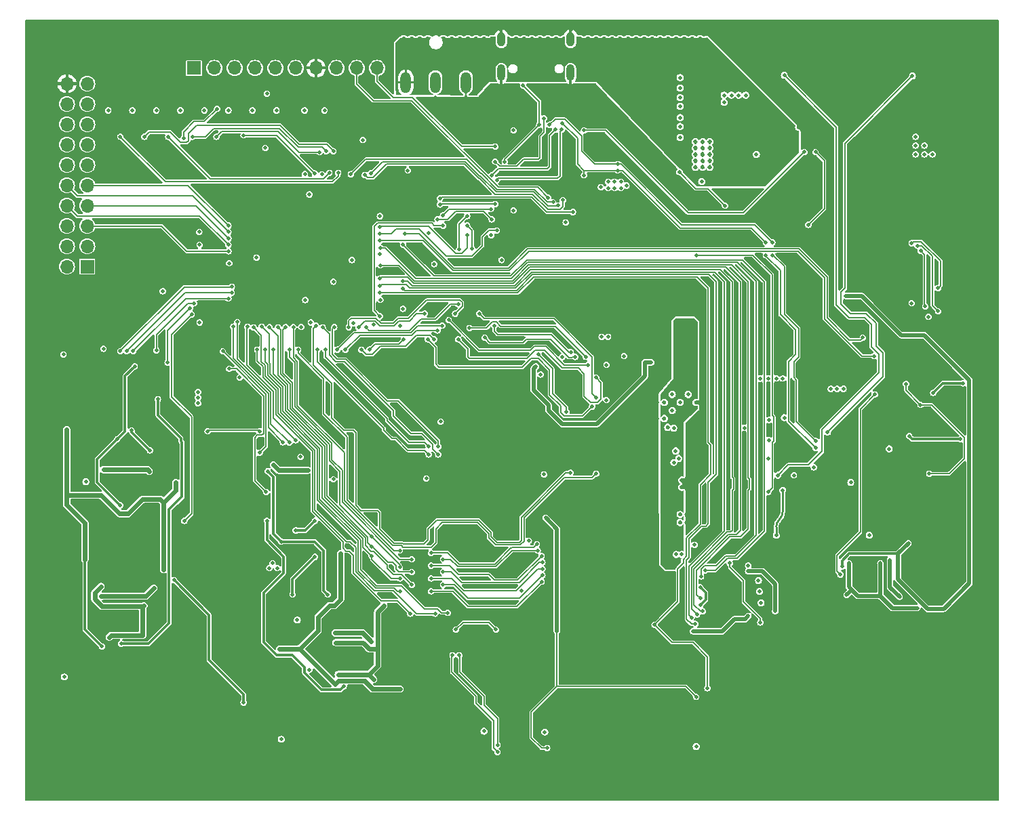
<source format=gbr>
%TF.GenerationSoftware,KiCad,Pcbnew,8.0.1*%
%TF.CreationDate,2024-03-24T21:42:04-04:00*%
%TF.ProjectId,VNA,564e412e-6b69-4636-9164-5f7063625858,rev?*%
%TF.SameCoordinates,PX535a28cPY8422900*%
%TF.FileFunction,Copper,L4,Inr*%
%TF.FilePolarity,Positive*%
%FSLAX46Y46*%
G04 Gerber Fmt 4.6, Leading zero omitted, Abs format (unit mm)*
G04 Created by KiCad (PCBNEW 8.0.1) date 2024-03-24 21:42:04*
%MOMM*%
%LPD*%
G01*
G04 APERTURE LIST*
%TA.AperFunction,ComponentPad*%
%ADD10R,1.700000X1.700000*%
%TD*%
%TA.AperFunction,ComponentPad*%
%ADD11O,1.700000X1.700000*%
%TD*%
%TA.AperFunction,ComponentPad*%
%ADD12O,1.000000X2.100000*%
%TD*%
%TA.AperFunction,ComponentPad*%
%ADD13O,1.000000X1.800000*%
%TD*%
%TA.AperFunction,ComponentPad*%
%ADD14O,1.308000X2.616000*%
%TD*%
%TA.AperFunction,ViaPad*%
%ADD15C,0.500000*%
%TD*%
%TA.AperFunction,ViaPad*%
%ADD16C,4.500000*%
%TD*%
%TA.AperFunction,ViaPad*%
%ADD17C,0.600000*%
%TD*%
%TA.AperFunction,Conductor*%
%ADD18C,0.200000*%
%TD*%
%TA.AperFunction,Conductor*%
%ADD19C,0.220000*%
%TD*%
%TA.AperFunction,Conductor*%
%ADD20C,0.500000*%
%TD*%
%TA.AperFunction,Conductor*%
%ADD21C,0.150000*%
%TD*%
%TA.AperFunction,Conductor*%
%ADD22C,0.600000*%
%TD*%
%TA.AperFunction,Conductor*%
%ADD23C,0.300000*%
%TD*%
%TA.AperFunction,Conductor*%
%ADD24C,0.152400*%
%TD*%
G04 APERTURE END LIST*
D10*
X21298900Y89803600D03*
D11*
X23838900Y89803600D03*
X26378900Y89803600D03*
X28918900Y89803600D03*
X31458900Y89803600D03*
X33998900Y89803600D03*
X36538900Y89803600D03*
X39078900Y89803600D03*
X41618900Y89803600D03*
X44158900Y89803600D03*
D12*
X68318900Y89198600D03*
D13*
X68318900Y93378600D03*
D12*
X59678900Y89198600D03*
D13*
X59678900Y93378600D03*
D14*
X47750000Y88000000D03*
X55250000Y88000000D03*
X51450000Y88000000D03*
D10*
X7973900Y64978600D03*
D11*
X5433900Y64978600D03*
X7973900Y67518600D03*
X5433900Y67518600D03*
X7973900Y70058600D03*
X5433900Y70058600D03*
X7973900Y72598600D03*
X5433900Y72598600D03*
X7973900Y75138600D03*
X5433900Y75138600D03*
X7973900Y77678600D03*
X5433900Y77678600D03*
X7973900Y80218600D03*
X5433900Y80218600D03*
X7973900Y82758600D03*
X5433900Y82758600D03*
X7973900Y85298600D03*
X5433900Y85298600D03*
X7973900Y87838600D03*
X5433900Y87838600D03*
D15*
X121000000Y15000000D03*
D16*
X2500000Y28500000D03*
D15*
X121000000Y86000000D03*
X2000000Y12000000D03*
X95000000Y33000000D03*
X94550000Y30750000D03*
X56000000Y25000000D03*
X94000000Y61000000D03*
X58000000Y95000000D03*
X101000000Y0D03*
X53000000Y10000000D03*
X44750000Y45825000D03*
X68050000Y51450000D03*
X59000000Y0D03*
X99000000Y48000000D03*
X121000000Y6000000D03*
X94700000Y22050000D03*
X108000000Y39000000D03*
X21800000Y43400000D03*
X95000000Y42000000D03*
X37000000Y0D03*
X1000000Y34000000D03*
X63100000Y55200000D03*
X110900000Y8000000D03*
X98000000Y4750000D03*
X84000000Y95000000D03*
X25000000Y32000000D03*
X10000000Y95000000D03*
X1000000Y53000000D03*
X11000000Y95000000D03*
X8000000Y94000000D03*
X41000000Y44000000D03*
X26000000Y42000000D03*
X24000000Y-1000000D03*
X66900000Y7000000D03*
X38600000Y44800000D03*
X27000000Y95000000D03*
X109000000Y5700000D03*
X53000000Y53000000D03*
X64300000Y6100000D03*
X61600000Y28400000D03*
X25000000Y95000000D03*
X70000000Y20000000D03*
X99000000Y54000000D03*
X34100000Y19975000D03*
X17000000Y94000000D03*
X36000000Y48000000D03*
X75000000Y2000000D03*
X89000000Y95000000D03*
X24000000Y47000000D03*
X2000000Y84000000D03*
X74400000Y49300000D03*
X120000000Y34000000D03*
X16000000Y30000000D03*
X120000000Y15000000D03*
X1000000Y6000000D03*
X70000000Y61000000D03*
X78000000Y43000000D03*
X2000000Y73000000D03*
X47000000Y10000000D03*
X64000000Y59000000D03*
X2000000Y36000000D03*
X89200000Y24400000D03*
X75000000Y13000000D03*
X9050000Y5225000D03*
X2000000Y61000000D03*
X61000000Y47000000D03*
X77000000Y62000000D03*
D16*
X32500000Y13500000D03*
D15*
X57000000Y53000000D03*
X100975000Y64000000D03*
X120000000Y32000000D03*
X120000000Y72000000D03*
X30968900Y60193600D03*
X25000000Y38000000D03*
X26000000Y12000000D03*
X99000000Y53000000D03*
X1000000Y61000000D03*
X22000000Y4800000D03*
X100000000Y46000000D03*
X79000000Y62000000D03*
X26000000Y-1000000D03*
X79100000Y54900000D03*
X110700000Y12000000D03*
X74000000Y-1000000D03*
X42418900Y60233600D03*
X78000000Y41000000D03*
X54000000Y53000000D03*
X57000000Y9000000D03*
D16*
X97500000Y62500000D03*
D15*
X120000000Y88000000D03*
X7900000Y55600000D03*
X110800000Y4000000D03*
X9000000Y35500000D03*
X97000000Y60000000D03*
X43800000Y5800000D03*
X2000000Y63000000D03*
X105000000Y26900000D03*
X55925000Y39000000D03*
X55650000Y45525000D03*
X26300000Y6600000D03*
X2000000Y42000000D03*
X46700000Y37950000D03*
X64000000Y41000000D03*
X85000000Y48000000D03*
X78000000Y44000000D03*
X102000000Y-1000000D03*
X98000000Y24000000D03*
X121000000Y72000000D03*
X104700000Y57600000D03*
X72000000Y62000000D03*
X16700000Y51100000D03*
X75000000Y41000000D03*
X98000000Y-1000000D03*
X91000000Y0D03*
X114500000Y41000000D03*
X73000000Y15200000D03*
X80000000Y48000000D03*
X90600000Y13400000D03*
X43000000Y36000000D03*
X14000000Y59000000D03*
X12800000Y8700000D03*
X63000000Y94000000D03*
X62700000Y77800000D03*
X97300000Y7050000D03*
X119000000Y18000000D03*
X104000000Y95000000D03*
X120000000Y79000000D03*
X108200000Y20200000D03*
X16000000Y28000000D03*
X85400000Y6100000D03*
X61600000Y32000000D03*
X110800000Y11000000D03*
D16*
X95500000Y12500000D03*
D15*
X23000000Y52000000D03*
X8000000Y35500000D03*
X12100000Y13200000D03*
X40500000Y28800000D03*
X109200000Y4000000D03*
X51300000Y60300000D03*
X14200000Y47300000D03*
X86800000Y23200000D03*
X100000000Y1000000D03*
X26000000Y25000000D03*
X108125000Y41350000D03*
X20000000Y95000000D03*
X71000000Y0D03*
X28000000Y4700000D03*
D16*
X119500000Y93500000D03*
D15*
X67000000Y95000000D03*
X97000000Y2000000D03*
X46000000Y52000000D03*
X93000000Y4550000D03*
X2000000Y52000000D03*
X62000000Y95000000D03*
X37000000Y94000000D03*
X25000000Y22000000D03*
X85000000Y49000000D03*
X33000000Y0D03*
X47000000Y53000000D03*
X76000000Y8000000D03*
X120000000Y87000000D03*
X74000000Y62000000D03*
X107000000Y65000000D03*
X41700000Y76600000D03*
X64300000Y45300000D03*
X67225000Y4050000D03*
X75000000Y62000000D03*
X36000000Y95000000D03*
X42000000Y46000000D03*
X2000000Y81000000D03*
X110800000Y1000000D03*
X54700000Y6100000D03*
X2000000Y38000000D03*
X116000000Y1000000D03*
X69000000Y27000000D03*
X29246018Y52246018D03*
X1000000Y90000000D03*
X93000000Y2000000D03*
X7900000Y38925000D03*
X43600000Y80800000D03*
X63900000Y77800000D03*
X26900000Y80800000D03*
X102200000Y35900000D03*
X103900000Y57200000D03*
X24700000Y6400000D03*
X107975000Y43025000D03*
X2000000Y44000000D03*
X63000000Y0D03*
X67500000Y75400000D03*
X47100000Y19400000D03*
X96000000Y49000000D03*
X93000000Y62000000D03*
X36800000Y5800000D03*
X105000000Y33000000D03*
X2000000Y15000000D03*
X94100000Y49000000D03*
X116000000Y2000000D03*
X73000000Y34000000D03*
X1000000Y50000000D03*
X66300000Y76600000D03*
X61700000Y6200000D03*
X57700000Y2400000D03*
X22000000Y17000000D03*
X76000000Y59800000D03*
X33000000Y94000000D03*
X9000000Y7200000D03*
X46300000Y44100000D03*
X37800000Y5800000D03*
X27000000Y7500000D03*
X92000000Y51900000D03*
X89000000Y94000000D03*
X69000000Y41000000D03*
X39000000Y95000000D03*
X38700000Y36700000D03*
X96000000Y43000000D03*
X90000000Y46543600D03*
X91000000Y48000000D03*
X39000000Y48000000D03*
X29000000Y8000000D03*
X44000000Y42000000D03*
X1000000Y18000000D03*
X95000000Y10000000D03*
X20200000Y44400000D03*
X105000000Y41000000D03*
X50000000Y94000000D03*
X64000000Y1000000D03*
X97000000Y42000000D03*
X59000000Y21000000D03*
X33000000Y53000000D03*
X97000000Y21000000D03*
X120000000Y76000000D03*
X108225000Y31050000D03*
X24000000Y49000000D03*
X57000000Y25000000D03*
X22500000Y12900000D03*
X66000000Y2200000D03*
X118000000Y24000000D03*
X47000000Y32000000D03*
X85000000Y0D03*
X44000000Y8000000D03*
X47850000Y48100000D03*
X55000000Y54000000D03*
X98000000Y13000000D03*
X71100000Y44000000D03*
X103000000Y33000000D03*
X44000000Y51000000D03*
X35800000Y4200000D03*
X61000000Y94000000D03*
X56000000Y95000000D03*
X58000000Y1000000D03*
X72100000Y4200000D03*
X47000000Y94000000D03*
X120000000Y39000000D03*
X54000000Y15500000D03*
X10500000Y9300000D03*
X42700000Y49600000D03*
X103000000Y0D03*
X85700000Y80600000D03*
X41000000Y43000000D03*
X121000000Y30000000D03*
X78000000Y12000000D03*
X41000000Y41000000D03*
X96000000Y34000000D03*
X73100000Y29800000D03*
X110000000Y38000000D03*
X46625000Y40325000D03*
X2000000Y6000000D03*
X24000000Y4800000D03*
X28200000Y34200000D03*
X57000000Y16000000D03*
X56000000Y8000000D03*
X90500000Y5350000D03*
X22000000Y1000000D03*
X62000000Y60000000D03*
X84000000Y-1000000D03*
X65000000Y95000000D03*
X60000000Y31000000D03*
X89600000Y12300000D03*
X28000000Y1000000D03*
X121000000Y71000000D03*
X17900000Y9900000D03*
X81100000Y4200000D03*
X94000000Y-1000000D03*
X63000000Y58000000D03*
X89000000Y0D03*
X3000000Y4000000D03*
X27618900Y69843600D03*
X43000000Y51500000D03*
X42100000Y36000000D03*
X98000000Y31000000D03*
X108800000Y78500000D03*
X2000000Y43000000D03*
X48150000Y39575000D03*
X116500000Y41200000D03*
X6200000Y7800000D03*
X59000000Y16000000D03*
X99000000Y0D03*
X13000000Y11400000D03*
X92250000Y25100000D03*
X93000000Y11000000D03*
X37700000Y20800000D03*
X56000000Y9000000D03*
X85700000Y79800000D03*
X5000000Y30000000D03*
X107050000Y31075000D03*
X40000000Y94000000D03*
X12800000Y10600000D03*
X44000000Y41000000D03*
X102500000Y21000000D03*
X121000000Y59000000D03*
X19000000Y94000000D03*
X120000000Y7000000D03*
X92000000Y11000000D03*
X47000000Y2000000D03*
X11600000Y12400000D03*
X59000000Y54000000D03*
X76000000Y41000000D03*
X52988900Y15833600D03*
X32500000Y20800000D03*
X51800000Y5800000D03*
X36000000Y47000000D03*
X60000000Y54000000D03*
X48000000Y31800000D03*
X42000000Y43000000D03*
X43900000Y34000000D03*
X53425000Y35950000D03*
X69000000Y14000000D03*
X103000000Y31400000D03*
X61000000Y58000000D03*
X76000000Y10000000D03*
X60100000Y36000000D03*
X107900000Y80200000D03*
X48000000Y94000000D03*
X106000000Y38000000D03*
X69000000Y23000000D03*
X75000000Y14000000D03*
X82148900Y22043600D03*
X73000000Y14000000D03*
X15000000Y37000000D03*
X105688900Y69433600D03*
X106700000Y14250000D03*
X12500000Y20600000D03*
X100650000Y31100000D03*
X56000000Y17000000D03*
X92000000Y33000000D03*
X96000000Y33000000D03*
X85000000Y33000000D03*
X24000000Y46000000D03*
X83000000Y13000000D03*
X62218900Y70503600D03*
X65500000Y34500000D03*
X89000000Y34000000D03*
X120000000Y57000000D03*
X14000000Y5800000D03*
X44800000Y34900000D03*
X97600000Y77500000D03*
X98000000Y29000000D03*
X93000000Y0D03*
X38000000Y1000000D03*
X78000000Y11000000D03*
X52000000Y12000000D03*
X70000000Y26000000D03*
X14000000Y95000000D03*
X86000000Y49000000D03*
X36000000Y8000000D03*
X71000000Y13000000D03*
X39000000Y0D03*
X117000000Y-1000000D03*
X95000000Y43000000D03*
X65138900Y70503600D03*
X34700000Y40200000D03*
X103000000Y95000000D03*
X98200000Y82400000D03*
X61000000Y53000000D03*
X74000000Y9000000D03*
X26000000Y17000000D03*
X112000000Y48700000D03*
X39000000Y9000000D03*
X69000000Y26000000D03*
X121000000Y25000000D03*
X120000000Y36000000D03*
X59000000Y15000000D03*
X102900000Y38750000D03*
X32200000Y31600000D03*
X76100000Y4200000D03*
X83000000Y34000000D03*
X120000000Y29000000D03*
X106000000Y64000000D03*
X21800000Y44400000D03*
X121000000Y49000000D03*
X66000000Y-1000000D03*
X59000000Y23000000D03*
X55000000Y11000000D03*
X80000000Y95000000D03*
X98000000Y6400000D03*
X83000000Y14000000D03*
X49350000Y38225000D03*
X6000000Y58000000D03*
X98000000Y11000000D03*
X28000000Y95000000D03*
X73000000Y61000000D03*
X28000000Y26300000D03*
X94800000Y72800000D03*
X52400000Y68900000D03*
X42000000Y37000000D03*
X43000000Y34000000D03*
X41000000Y95000000D03*
X48525000Y38775000D03*
X111000000Y28000000D03*
X110000000Y65000000D03*
X65100000Y77800000D03*
X58000000Y11000000D03*
X52000000Y1000000D03*
X55825000Y36425000D03*
X11000000Y7000000D03*
X1000000Y3000000D03*
X27000000Y2000000D03*
X105000000Y34000000D03*
X81000000Y11000000D03*
X33800000Y4200000D03*
X98000000Y55000000D03*
X90000000Y45643600D03*
X56200000Y2900000D03*
X70000000Y94000000D03*
X110000000Y89000000D03*
D16*
X119500000Y21500000D03*
D15*
X27000000Y14000000D03*
X62000000Y58000000D03*
X41000000Y42000000D03*
X5000000Y3000000D03*
X34000000Y11000000D03*
X71000000Y80300000D03*
X112500000Y23600000D03*
X102000000Y14200000D03*
X98000000Y14000000D03*
X120000000Y68000000D03*
X73800000Y69200000D03*
X26000000Y31000000D03*
X99000000Y49000000D03*
X104000000Y33000000D03*
X27000000Y16000000D03*
X61000000Y45000000D03*
X65000000Y2000000D03*
X61000000Y0D03*
X74000000Y41000000D03*
X2000000Y7000000D03*
X41000000Y45000000D03*
X82000000Y48000000D03*
X89200000Y25600000D03*
X93028900Y44763600D03*
X20000000Y4800000D03*
X121000000Y54000000D03*
X97000000Y34000000D03*
X111200000Y37800000D03*
X60000000Y95000000D03*
X88000000Y13000000D03*
X2000000Y8000000D03*
X82000000Y1000000D03*
X36000000Y1000000D03*
X54600000Y4000000D03*
X75000000Y33000000D03*
X68300000Y38000000D03*
X109000000Y33000000D03*
X108500000Y11000000D03*
X16000000Y35000000D03*
X102025000Y64975000D03*
X70000000Y23000000D03*
X50000000Y53000000D03*
X2000000Y22000000D03*
X73000000Y42000000D03*
X81000000Y14000000D03*
X84700000Y74000000D03*
X82000000Y87300000D03*
X121000000Y85000000D03*
X53500000Y34000000D03*
X121000000Y13000000D03*
X121000000Y75000000D03*
X92450000Y19000000D03*
X1000000Y88000000D03*
X53000000Y9000000D03*
X25000000Y39000000D03*
X97000000Y22000000D03*
X48000000Y-1000000D03*
X99000000Y57000000D03*
X94250000Y47900000D03*
X90600000Y15600000D03*
X1000000Y36000000D03*
X62700000Y76600000D03*
X104000000Y64000000D03*
X12000000Y59000000D03*
X29000000Y22800000D03*
X29000000Y23800000D03*
X58000000Y53000000D03*
X16000000Y31000000D03*
X2000000Y19000000D03*
X26000000Y39000000D03*
X53800000Y5900000D03*
X81000000Y94000000D03*
X53000000Y11500000D03*
X8000000Y48000000D03*
X2000000Y90000000D03*
X97000000Y0D03*
X11200000Y8000000D03*
X41668900Y62323600D03*
X25000000Y17000000D03*
X90000000Y15000000D03*
X95900000Y60300000D03*
X94000000Y19000000D03*
X45300000Y36500000D03*
X92100000Y14900000D03*
X99000000Y58000000D03*
X56050000Y40750000D03*
X44000000Y94000000D03*
X93000000Y12000000D03*
X1000000Y65000000D03*
X22000000Y54000000D03*
X103650000Y37125000D03*
X25000000Y44000000D03*
X121000000Y42000000D03*
X108000000Y15500000D03*
X95000000Y4750000D03*
X117000000Y3000000D03*
X43000000Y9000000D03*
X35800000Y5800000D03*
X102900000Y8250000D03*
X65000000Y60000000D03*
X98000000Y16000000D03*
X56000000Y-1000000D03*
X105000000Y36000000D03*
X96000000Y48000000D03*
X96000000Y1000000D03*
X97000000Y15000000D03*
X46000000Y53000000D03*
X56675000Y37100000D03*
X18000000Y95000000D03*
X8400000Y53000000D03*
X82000000Y11000000D03*
X121000000Y60000000D03*
X83000000Y0D03*
X31000000Y2000000D03*
X94000000Y4550000D03*
X51000000Y95000000D03*
X83000000Y49000000D03*
X120000000Y56000000D03*
X64000000Y61000000D03*
X83000000Y94000000D03*
X79000000Y13000000D03*
X55675000Y47575000D03*
X14200000Y51700000D03*
X44800000Y5800000D03*
X80000000Y59800000D03*
X54275000Y41250000D03*
X108500000Y45200000D03*
X94525000Y37825000D03*
X51000000Y32000000D03*
X2000000Y40000000D03*
X1000000Y8000000D03*
X82000000Y88600000D03*
X77000000Y33000000D03*
X46400000Y35800000D03*
X41000000Y0D03*
X53675000Y45500000D03*
X89000000Y15000000D03*
X14100000Y12800000D03*
X79500000Y5800000D03*
X78000000Y94000000D03*
X45925000Y38675000D03*
X60700000Y27500000D03*
X16400000Y4200000D03*
X1000000Y80000000D03*
X1000000Y89000000D03*
X41100000Y49500000D03*
X1000000Y17000000D03*
X59625000Y3675000D03*
X86000000Y17300000D03*
X34000000Y5900000D03*
X70000000Y13000000D03*
X26000000Y37000000D03*
X67500000Y77800000D03*
X63000000Y2000000D03*
X121000000Y5000000D03*
X67800000Y2700000D03*
X68700000Y3200000D03*
X55325000Y38125000D03*
X113600000Y52500000D03*
X63100000Y45300000D03*
X88000000Y95000000D03*
X61250000Y20600000D03*
X21000000Y2000000D03*
X69000000Y61000000D03*
X73100000Y4200000D03*
X1000000Y49000000D03*
X82000000Y95000000D03*
X1000000Y54000000D03*
X96000000Y32000000D03*
X112000000Y28000000D03*
X73000000Y0D03*
X24000000Y1000000D03*
X44000000Y10000000D03*
X2000000Y45000000D03*
X89018900Y42083600D03*
X82000000Y62000000D03*
X49700000Y35500000D03*
X120000000Y4000000D03*
X57875000Y6150000D03*
X89978900Y43243600D03*
X95000000Y15000000D03*
X1000000Y87000000D03*
X64950000Y22900000D03*
X2000000Y80000000D03*
X19900000Y66600000D03*
X11448900Y61313600D03*
X51000000Y31000000D03*
X86000000Y33000000D03*
X41300000Y15100000D03*
X86000000Y-1000000D03*
X34800000Y4200000D03*
X50800000Y4200000D03*
X74000000Y10000000D03*
X26000000Y41000000D03*
X86000000Y4500000D03*
X121000000Y82000000D03*
X42000000Y50400000D03*
X1000000Y16000000D03*
X1000000Y4000000D03*
X74000000Y33000000D03*
X86000000Y1000000D03*
X37000000Y48000000D03*
X61000000Y54000000D03*
X72000000Y61000000D03*
X57000000Y0D03*
X30000000Y14000000D03*
X63000000Y60000000D03*
X12500000Y21500000D03*
X30000000Y8000000D03*
X12800000Y4000000D03*
X1000000Y12000000D03*
X114400000Y56900000D03*
X98000000Y25000000D03*
X110800000Y3000000D03*
X105000000Y45000000D03*
X94000000Y18000000D03*
X119000000Y4000000D03*
X58000000Y94000000D03*
X41038900Y60603600D03*
X121000000Y18000000D03*
X116000000Y0D03*
X61000000Y95000000D03*
X109500000Y14400000D03*
X85700000Y79000000D03*
X121000000Y26000000D03*
X9000000Y94000000D03*
X54000000Y9000000D03*
X57000000Y2000000D03*
X52600000Y22700000D03*
X81000000Y12000000D03*
X67600000Y32700000D03*
X1000000Y64000000D03*
X65000000Y94000000D03*
X72500000Y5800000D03*
X82100000Y4200000D03*
X44500000Y49900000D03*
X41000000Y47000000D03*
X52900000Y5800000D03*
X97500000Y36325000D03*
X48700000Y42500000D03*
X11200000Y4000000D03*
X55500000Y34000000D03*
X79100000Y4200000D03*
X80000000Y9000000D03*
X54000000Y10000000D03*
X55900000Y5000000D03*
X104100000Y9950000D03*
X32000000Y94000000D03*
X20200000Y43400000D03*
D16*
X107500000Y35500000D03*
D15*
X115700000Y41200000D03*
X1000000Y78000000D03*
X74000000Y34000000D03*
X89000000Y8000000D03*
X71100000Y4200000D03*
X103000000Y94000000D03*
X79000000Y44000000D03*
X120000000Y16000000D03*
X121000000Y87000000D03*
X112000000Y89000000D03*
X78000000Y47000000D03*
X62000000Y59000000D03*
X49300000Y32800000D03*
X40000000Y-1000000D03*
X94000000Y15000000D03*
X63900000Y76600000D03*
X89000000Y49000000D03*
X2000000Y51000000D03*
X121000000Y35000000D03*
D16*
X78000000Y500000D03*
D15*
X120000000Y47000000D03*
X80450000Y44900000D03*
X57600000Y36700000D03*
X36800000Y4200000D03*
X21000000Y56000000D03*
X94000000Y21000000D03*
X75000000Y9000000D03*
X65200000Y5900000D03*
X104148900Y51623600D03*
X121000000Y44000000D03*
X69000000Y0D03*
X84800000Y78200000D03*
X107500000Y13950000D03*
X20000000Y54000000D03*
X112000000Y64000000D03*
X62058900Y73003600D03*
X12800000Y2000000D03*
X21000000Y21000000D03*
X69500000Y5900000D03*
X98500000Y77000000D03*
X54975000Y46225000D03*
X104000000Y-1000000D03*
X98000000Y18000000D03*
X78000000Y45000000D03*
X120000000Y44000000D03*
X56000000Y53000000D03*
X121000000Y74000000D03*
X18000000Y49300000D03*
X121000000Y8000000D03*
X60100000Y34600000D03*
X82200000Y37400000D03*
X10500000Y10700000D03*
X112000000Y30000000D03*
X2000000Y88000000D03*
X28000000Y50000000D03*
X70000000Y-1000000D03*
X103898900Y46803600D03*
X8400000Y7800000D03*
X120000000Y83000000D03*
X98000000Y30000000D03*
X73000000Y12000000D03*
X47350000Y46125000D03*
X101000000Y2000000D03*
X107900000Y79400000D03*
X32000000Y95000000D03*
X1000000Y85000000D03*
X60000000Y2200000D03*
X6600000Y22600000D03*
X78000000Y62000000D03*
X100000000Y33000000D03*
X39900000Y84600000D03*
X95000000Y49000000D03*
X40000000Y9000000D03*
X65000000Y62000000D03*
X90000000Y33000000D03*
X51200000Y46800000D03*
X87000000Y15000000D03*
X25000000Y94000000D03*
X34000000Y10000000D03*
X23000000Y51000000D03*
X38900000Y24000000D03*
X9825000Y4800000D03*
X57000000Y21000000D03*
X109700000Y57600000D03*
X85000000Y61000000D03*
X26000000Y18000000D03*
X104100000Y25100000D03*
X23000000Y31000000D03*
X6600000Y25000000D03*
X42200000Y16000000D03*
X100900000Y8300000D03*
X120000000Y81000000D03*
X66300000Y75400000D03*
X2000000Y9000000D03*
X88000000Y33000000D03*
X1000000Y15000000D03*
X1000000Y62000000D03*
X9000000Y59000000D03*
X100900000Y5950000D03*
X2000000Y16000000D03*
X99000000Y45500000D03*
X2000000Y48000000D03*
X52600000Y20100000D03*
X45000000Y53000000D03*
X64000000Y95000000D03*
X53675000Y38525000D03*
X98000000Y20000000D03*
X120000000Y46000000D03*
X79000000Y34000000D03*
X1000000Y19000000D03*
X79000000Y9000000D03*
X30000000Y8900000D03*
X10000000Y28000000D03*
X37000000Y2000000D03*
X44225000Y44700000D03*
X120000000Y45000000D03*
X97000000Y41000000D03*
X1000000Y75000000D03*
X15000000Y59000000D03*
X120000000Y55000000D03*
X63350000Y22900000D03*
X75100000Y4200000D03*
X26000000Y26000000D03*
D16*
X26500000Y48000000D03*
D15*
X120000000Y30000000D03*
X66850000Y50250000D03*
X99000000Y60000000D03*
X105000000Y35000000D03*
X116000000Y33000000D03*
X89848900Y17543600D03*
X26000000Y43000000D03*
X18300000Y9000000D03*
X86000000Y48000000D03*
X53000000Y2000000D03*
X108000000Y65000000D03*
X99000000Y4950000D03*
X23000000Y95000000D03*
X78000000Y14000000D03*
X98000000Y12000000D03*
X99000000Y55000000D03*
X117000000Y95000000D03*
X121000000Y16000000D03*
X42000000Y48700000D03*
X121000000Y52000000D03*
X102000000Y1000000D03*
X70000000Y16000000D03*
X116000000Y35000000D03*
X76500000Y5800000D03*
X105000000Y47000000D03*
X101000000Y94000000D03*
X69000000Y17000000D03*
X84000000Y48000000D03*
X73000000Y41000000D03*
X68050000Y50250000D03*
X41000000Y39000000D03*
X85700000Y78200000D03*
X75000000Y59800000D03*
X104000000Y45000000D03*
X1000000Y41000000D03*
X74000000Y1000000D03*
X20000000Y1000000D03*
X81000000Y8000000D03*
X45000000Y95000000D03*
X33800000Y35500000D03*
X41000000Y2000000D03*
X121000000Y4000000D03*
X44800000Y23900000D03*
X45725000Y41000000D03*
X27288900Y72353600D03*
X21500000Y20000000D03*
X6600000Y9600000D03*
X35200000Y24500000D03*
X99800000Y23200000D03*
X73000000Y2000000D03*
X56000000Y10000000D03*
X19000000Y47000000D03*
X3600000Y22100000D03*
X95000000Y2000000D03*
X6000000Y2000000D03*
X11000000Y58000000D03*
X74400000Y51700000D03*
X94000000Y7900000D03*
X2000000Y17000000D03*
X102000000Y95000000D03*
X89000000Y2000000D03*
X89000000Y48000000D03*
X69250000Y50250000D03*
X50000000Y32000000D03*
X83900000Y79800000D03*
X106000000Y39600000D03*
X107400000Y55400000D03*
X121000000Y90000000D03*
X10000000Y58000000D03*
X96000000Y16000000D03*
X37000000Y95000000D03*
X67000000Y61000000D03*
X121000000Y39000000D03*
X39000000Y10000000D03*
X90200000Y37400000D03*
X109000000Y7500000D03*
X65000000Y7600000D03*
X8300000Y5700000D03*
X28000000Y-1000000D03*
X19000000Y4800000D03*
X99000000Y56000000D03*
X38000000Y10000000D03*
X49875000Y48325000D03*
X49000000Y53000000D03*
X100000000Y14200000D03*
X120000000Y33000000D03*
X1000000Y69000000D03*
X107100000Y15900000D03*
X55000000Y8000000D03*
X83000000Y33000000D03*
X39000000Y47000000D03*
X68000000Y41000000D03*
X1000000Y73000000D03*
X88200000Y38300000D03*
X1000000Y67000000D03*
X116000000Y30000000D03*
X18000000Y50100000D03*
X44000000Y40000000D03*
X13500000Y4200000D03*
X70200000Y57100000D03*
X83100000Y4200000D03*
X85000000Y34000000D03*
X121000000Y69000000D03*
X100000000Y65000000D03*
X90000000Y62000000D03*
X105000000Y44000000D03*
X117000000Y37800000D03*
X107900000Y81800000D03*
X98000000Y33000000D03*
X83000000Y62000000D03*
X121000000Y29000000D03*
X97000000Y33000000D03*
X36200000Y26300000D03*
X50000000Y95000000D03*
X44500000Y37500000D03*
X59000000Y22000000D03*
X2000000Y11000000D03*
X6000000Y1000000D03*
X117000000Y20000000D03*
X121000000Y70000000D03*
X110600000Y20200000D03*
X61000000Y7000000D03*
X47000000Y33400000D03*
X6000000Y95000000D03*
X40400000Y16000000D03*
X30000000Y1000000D03*
X106000000Y46000000D03*
X1000000Y32000000D03*
X90000000Y49000000D03*
X46000000Y9000000D03*
X100000000Y48000000D03*
X121000000Y32000000D03*
X54700000Y48025000D03*
X2000000Y46000000D03*
X106000000Y33000000D03*
X49000000Y31000000D03*
X11200000Y1000000D03*
X19000000Y56000000D03*
X52400000Y30300000D03*
X41000000Y9000000D03*
X107400000Y18000000D03*
X95900000Y55500000D03*
X80000000Y94000000D03*
X120000000Y13000000D03*
X89500000Y14500000D03*
X6600000Y16300000D03*
X23000000Y94000000D03*
X38000000Y47000000D03*
X108500000Y10000000D03*
X5000000Y2000000D03*
X91000000Y34000000D03*
X108000000Y17000000D03*
X1000000Y10000000D03*
X74400000Y44900000D03*
X121000000Y34000000D03*
X66000000Y61000000D03*
X26000000Y40000000D03*
X99000000Y34000000D03*
X99000000Y47000000D03*
X102750000Y42575000D03*
X121000000Y53000000D03*
X42000000Y39000000D03*
X60000000Y47000000D03*
X24000000Y51000000D03*
X88200000Y37400000D03*
X88500000Y13500000D03*
X36000000Y-1000000D03*
X2000000Y10000000D03*
X41000000Y46000000D03*
X37000000Y10000000D03*
X83700000Y5800000D03*
X94800000Y71500000D03*
X100000000Y16300000D03*
X110000000Y64000000D03*
X25000000Y42000000D03*
X89000000Y33000000D03*
X71000000Y94000000D03*
X1000000Y83000000D03*
X104000000Y46000000D03*
X83900000Y77400000D03*
X69000000Y15000000D03*
X98000000Y21000000D03*
X110000000Y35000000D03*
X35000000Y0D03*
X48100000Y30800000D03*
X57000000Y54000000D03*
X121000000Y51000000D03*
X38000000Y80800000D03*
X77000000Y34000000D03*
X102300000Y7450000D03*
X95000000Y55000000D03*
X88100000Y8000000D03*
X80000000Y10000000D03*
X105000000Y37000000D03*
X94000000Y89000000D03*
X96300000Y36325000D03*
X23000000Y54000000D03*
X121000000Y12000000D03*
X26000000Y33000000D03*
X88000000Y94000000D03*
X36000000Y9000000D03*
X87000000Y94000000D03*
X12000000Y94000000D03*
X81000000Y61000000D03*
X84000000Y62000000D03*
X95125000Y27375000D03*
X33000000Y2000000D03*
X66200000Y57000000D03*
X1000000Y38000000D03*
X120000000Y60000000D03*
X44100000Y38700000D03*
X104100000Y26000000D03*
X11600000Y21500000D03*
X54325000Y40300000D03*
X26000000Y94000000D03*
X97000000Y49000000D03*
X95300000Y29350000D03*
X55000000Y0D03*
X121000000Y36000000D03*
X47500000Y35500000D03*
X16000000Y13100000D03*
X55000000Y95000000D03*
X88000000Y-1000000D03*
X2000000Y47000000D03*
X2000000Y39000000D03*
X12800000Y9700000D03*
X54150000Y39325000D03*
X83000000Y5800000D03*
X105100000Y11650000D03*
X28000000Y94000000D03*
X102800000Y12300000D03*
X65700000Y44000000D03*
X62000000Y1000000D03*
X120000000Y31000000D03*
X95000000Y48000000D03*
X31000000Y0D03*
X95025000Y32000000D03*
X56000000Y26000000D03*
X113600000Y41500000D03*
X109200000Y5000000D03*
X19000000Y23000000D03*
X101000000Y14200000D03*
X60300000Y6200000D03*
X53800000Y4200000D03*
X69000000Y95000000D03*
X38800000Y5800000D03*
X30000000Y94000000D03*
X20300000Y8500000D03*
X72000000Y42000000D03*
X91100000Y13900000D03*
X77000000Y12000000D03*
X74000000Y95000000D03*
X11600000Y20600000D03*
X60050000Y20600000D03*
X21000000Y55000000D03*
X34000000Y95000000D03*
X101000000Y47000000D03*
X53000000Y0D03*
X36250000Y13975000D03*
X107400000Y19000000D03*
X95700000Y7050000D03*
X61000000Y57000000D03*
X7000000Y47000000D03*
X99400000Y76500000D03*
X60000000Y57000000D03*
X27000000Y84900000D03*
X33000000Y95000000D03*
X40400000Y16900000D03*
X78000000Y8000000D03*
X21000000Y53000000D03*
X121000000Y68000000D03*
X20000000Y21500000D03*
X91000000Y33000000D03*
X47500000Y11000000D03*
X121000000Y61000000D03*
X56000000Y11000000D03*
X105900000Y25100000D03*
X69900000Y44000000D03*
X79000000Y33000000D03*
X1000000Y48000000D03*
X78000000Y42000000D03*
X1000000Y11000000D03*
X121000000Y48000000D03*
X34800000Y5800000D03*
X112400000Y52500000D03*
X102900000Y54300000D03*
X19000000Y24000000D03*
X104000000Y94000000D03*
X60700000Y28400000D03*
X2000000Y69000000D03*
X90000000Y1000000D03*
X120000000Y11000000D03*
X2000000Y87000000D03*
X121000000Y46000000D03*
X69000000Y25000000D03*
X52000000Y54000000D03*
X1000000Y66000000D03*
X14500000Y4200000D03*
X32800000Y4200000D03*
X100300000Y7600000D03*
X94000000Y17000000D03*
X15000000Y13100000D03*
X103175000Y63975000D03*
X32600000Y6600000D03*
X25000000Y50000000D03*
X83900000Y79000000D03*
X77000000Y14000000D03*
X23000000Y53000000D03*
X1000000Y20000000D03*
X54225000Y44725000D03*
X118000000Y19000000D03*
X121000000Y17000000D03*
X2000000Y25000000D03*
X42000000Y94000000D03*
X74000000Y42000000D03*
X68000000Y95000000D03*
X24050000Y7050000D03*
X106000000Y42000000D03*
X40500000Y86400000D03*
X64000000Y94000000D03*
X25000000Y34000000D03*
X116000000Y26000000D03*
X99000000Y33000000D03*
X81000000Y49000000D03*
X88000000Y1000000D03*
X113000000Y64000000D03*
X57000000Y23000000D03*
X42000000Y9000000D03*
X57100000Y5800000D03*
X91600000Y14400000D03*
X120000000Y51000000D03*
X16000000Y94000000D03*
X97000000Y29000000D03*
X2000000Y74000000D03*
X29000000Y94000000D03*
X69000000Y13000000D03*
X7000000Y59000000D03*
X42000000Y44000000D03*
X6600000Y20000000D03*
X54000000Y95000000D03*
X64300000Y33600000D03*
X57500000Y34000000D03*
X70000000Y29000000D03*
X1000000Y91000000D03*
X102000000Y94000000D03*
X73000000Y10000000D03*
X70300000Y4100000D03*
X76000000Y9000000D03*
X73000000Y94000000D03*
X16100000Y12100000D03*
X19000000Y7300000D03*
X73500000Y5800000D03*
X57000000Y22000000D03*
X98000000Y58900000D03*
X83900000Y78200000D03*
X45675000Y43050000D03*
X2000000Y70000000D03*
X49000000Y54000000D03*
X91100000Y4850000D03*
X10000000Y34000000D03*
X68000000Y62000000D03*
X73100000Y29000000D03*
X39000000Y49000000D03*
X86000000Y61000000D03*
X49000000Y32000000D03*
X43000000Y8000000D03*
X80000000Y62000000D03*
X120000000Y35000000D03*
X20000000Y57000000D03*
X68600000Y6100000D03*
X48000000Y1000000D03*
X46475000Y41475000D03*
X29025000Y4675000D03*
X44700000Y73700000D03*
D16*
X2500000Y57500000D03*
D15*
X28000000Y38100000D03*
X59000000Y95000000D03*
X13000000Y94000000D03*
X66150000Y3725000D03*
X40500000Y30000000D03*
X88000000Y48000000D03*
X72000000Y41000000D03*
X2000000Y35000000D03*
X76000000Y13000000D03*
X57000000Y11000000D03*
X88200000Y29650000D03*
X121000000Y76000000D03*
X102000000Y34000000D03*
X70000000Y42000000D03*
X29500000Y43300000D03*
X7800000Y40500000D03*
X42000000Y10000000D03*
X108848900Y69303600D03*
X1000000Y76000000D03*
X79000000Y42000000D03*
X97000000Y30000000D03*
X25000000Y18000000D03*
X120000000Y49000000D03*
X120000000Y27000000D03*
X41000000Y83000000D03*
X104000000Y1000000D03*
X98000000Y19000000D03*
X31800000Y4200000D03*
X87000000Y14000000D03*
X41000000Y40000000D03*
X57650000Y45500000D03*
X58000000Y54000000D03*
X56700000Y4500000D03*
X25000000Y4800000D03*
X109200000Y3000000D03*
X104248900Y70793600D03*
X102000000Y20000000D03*
X25000000Y20000000D03*
X38000000Y49000000D03*
X86600000Y38300000D03*
X81825000Y41000000D03*
X56000000Y21000000D03*
X37000000Y49000000D03*
X46475000Y42625000D03*
X107700000Y61300000D03*
X100950000Y65000000D03*
X74000000Y8000000D03*
X43600000Y48800000D03*
X98000000Y56000000D03*
X51000000Y2000000D03*
X97000000Y28000000D03*
X29000000Y95000000D03*
X48000000Y53000000D03*
X114500000Y42000000D03*
X25000000Y16000000D03*
X40400000Y15100000D03*
X36800000Y8000000D03*
X79000000Y61000000D03*
X91000000Y51900000D03*
X92000000Y62000000D03*
X116000000Y28000000D03*
X121000000Y7000000D03*
X100000000Y-1000000D03*
X93000000Y61000000D03*
X76000000Y34000000D03*
X50600000Y65600000D03*
X33300000Y20800000D03*
X75500000Y16500000D03*
X13400000Y20600000D03*
X16000000Y32000000D03*
X49000000Y2000000D03*
X46700000Y45100000D03*
X76000000Y42000000D03*
X100000000Y34000000D03*
X71000000Y42000000D03*
X27400000Y39400000D03*
X62000000Y-1000000D03*
X82000000Y82500000D03*
X51000000Y12500000D03*
X69500000Y3700000D03*
X22000000Y27000000D03*
X82700000Y19700000D03*
X2000000Y66000000D03*
X100500000Y38850000D03*
X120000000Y38000000D03*
X25000000Y15000000D03*
X59700000Y67200000D03*
X81900000Y6900000D03*
X26000000Y38000000D03*
X16000000Y33000000D03*
X16000000Y34000000D03*
X82000000Y83600000D03*
X112700000Y42000000D03*
X60000000Y55000000D03*
X59000000Y53000000D03*
X96000000Y4750000D03*
X95000000Y0D03*
X109100000Y11650000D03*
X50000000Y-1000000D03*
X54000000Y1000000D03*
X108700000Y15100000D03*
X41800000Y4200000D03*
X39800000Y4200000D03*
X93000000Y51900000D03*
X104000000Y65000000D03*
X92000000Y12000000D03*
X12000000Y58000000D03*
X2000000Y67000000D03*
X120000000Y12000000D03*
X92000000Y4650000D03*
X2000000Y65000000D03*
X55000000Y2000000D03*
X67000000Y62000000D03*
X101600000Y6650000D03*
X106000000Y65000000D03*
X70000000Y22000000D03*
X64000000Y7800000D03*
D16*
X2500000Y93500000D03*
D15*
X66118900Y71153600D03*
X80000000Y46000000D03*
X55400000Y3500000D03*
X69250000Y49050000D03*
X45000000Y51000000D03*
X120000000Y53000000D03*
X68000000Y42000000D03*
X93000000Y14000000D03*
X26000000Y4600000D03*
X79000000Y14000000D03*
X15000000Y95000000D03*
X41000000Y38000000D03*
X45800000Y5800000D03*
X60000000Y-1000000D03*
X33000000Y11000000D03*
X50600000Y66800000D03*
X77000000Y8000000D03*
X120000000Y9000000D03*
X19500000Y6400000D03*
X20700000Y7600000D03*
X71000000Y14000000D03*
X27000000Y65000000D03*
X57000000Y26000000D03*
X9750000Y6525000D03*
X2000000Y49000000D03*
X87000000Y48000000D03*
X110800000Y10000000D03*
X32200000Y76700000D03*
X1000000Y52000000D03*
X110000000Y28000000D03*
X34000000Y94000000D03*
X17400000Y60700000D03*
X37000000Y47000000D03*
X90100000Y12900000D03*
X82500000Y7500000D03*
X44418900Y64283600D03*
X112000000Y31000000D03*
X77000000Y94000000D03*
X72000000Y1000000D03*
X66000000Y60000000D03*
X92420950Y23647957D03*
X12800000Y1000000D03*
X107200000Y78500000D03*
X75000000Y10000000D03*
X67125000Y5100000D03*
X35000000Y10000000D03*
X102000000Y53800000D03*
X30000000Y15000000D03*
X26000000Y14000000D03*
X76000000Y61000000D03*
X97000000Y43000000D03*
X116000000Y29000000D03*
X108000000Y38000000D03*
X20000000Y94000000D03*
X81000000Y9000000D03*
X36000000Y10000000D03*
X96000000Y10000000D03*
X100000000Y5350000D03*
X29500000Y42500000D03*
X1000000Y43000000D03*
X22450000Y7050000D03*
X82800000Y16100000D03*
X83900000Y6600000D03*
X10000000Y94000000D03*
X86200000Y6600000D03*
X120000000Y73000000D03*
X41000000Y48000000D03*
X108850000Y40725000D03*
X1000000Y55000000D03*
X86000000Y94000000D03*
X47100000Y21600000D03*
X75000000Y61000000D03*
X20000000Y55000000D03*
X32600000Y35500000D03*
X47000000Y52000000D03*
X78000000Y46000000D03*
X98900000Y6600000D03*
X11000000Y94000000D03*
X11600000Y37000000D03*
X107850000Y54625000D03*
X85700000Y77400000D03*
X101700000Y21400000D03*
X87000000Y2000000D03*
X13400000Y21500000D03*
X40800000Y4200000D03*
X48000000Y8000000D03*
X107000000Y50000000D03*
X120000000Y75000000D03*
X66850000Y49050000D03*
X46800000Y5800000D03*
X70000000Y25000000D03*
X86000000Y34000000D03*
X28000000Y14000000D03*
X77000000Y10000000D03*
X84000000Y34000000D03*
X111488900Y70923600D03*
X1000000Y81000000D03*
X60000000Y46000000D03*
X48000000Y54000000D03*
X46000000Y10000000D03*
X45800000Y4200000D03*
X23000000Y2000000D03*
X48700000Y41400000D03*
X57000000Y95000000D03*
X83000000Y95000000D03*
X61700000Y7800000D03*
X1000000Y37000000D03*
X43400000Y37000000D03*
X42000000Y8000000D03*
X96000000Y42000000D03*
X23250000Y7050000D03*
X121000000Y84000000D03*
X68650000Y49650000D03*
X4000000Y26000000D03*
X61600000Y27500000D03*
X121000000Y66000000D03*
X71000000Y95000000D03*
X81200000Y6375000D03*
X60500000Y85000000D03*
X82000000Y34000000D03*
X88000000Y61000000D03*
X38000000Y95000000D03*
X89000000Y8900000D03*
X105000000Y64000000D03*
X112000000Y35000000D03*
X88000000Y15000000D03*
X69000000Y21000000D03*
X105500000Y32275000D03*
X80000000Y12000000D03*
X75000000Y42000000D03*
X1000000Y22000000D03*
X92000000Y-1000000D03*
X87400000Y5300000D03*
X49000000Y95000000D03*
X94000000Y6650000D03*
X84000000Y94000000D03*
X68000000Y1000000D03*
X99400000Y77500000D03*
X61500000Y36000000D03*
X105000000Y65000000D03*
X68050000Y49050000D03*
X80000000Y11000000D03*
X92000000Y6550000D03*
X82000000Y15000000D03*
X79000000Y95000000D03*
X62000000Y56000000D03*
X36000000Y94000000D03*
X55000000Y15000000D03*
X1000000Y26000000D03*
X1000000Y70000000D03*
X72000000Y13000000D03*
X29000000Y14000000D03*
X54000000Y11000000D03*
X94000000Y10000000D03*
X98000000Y57000000D03*
X53000000Y94000000D03*
X77000000Y43000000D03*
X2000000Y23000000D03*
X72000000Y94000000D03*
X102500000Y10500000D03*
X93000000Y6650000D03*
X69000000Y2000000D03*
D16*
X119500000Y63500000D03*
D15*
X57000000Y27000000D03*
X46000000Y94000000D03*
X47000000Y8000000D03*
X120000000Y52000000D03*
X83300000Y37400000D03*
X58000000Y-1000000D03*
X26000000Y20000000D03*
X2000000Y32000000D03*
X5000000Y-1000000D03*
X68000000Y-1000000D03*
X53000000Y54000000D03*
X92700000Y15500000D03*
X82000000Y33000000D03*
X2000000Y37000000D03*
X59000000Y55000000D03*
X12500000Y19700000D03*
X10000000Y31000000D03*
X33300000Y6200000D03*
X64428900Y56993600D03*
X66900000Y44000000D03*
X36000000Y50000000D03*
X74500000Y5800000D03*
X31000000Y94000000D03*
X65000000Y0D03*
X58100000Y44625000D03*
X48800000Y48275000D03*
X40000000Y1000000D03*
X25000000Y41000000D03*
X46000000Y27400000D03*
X96000000Y-1000000D03*
X56900000Y7700000D03*
X106400000Y13050000D03*
X26000000Y21000000D03*
X52058900Y94093600D03*
X18000000Y1000000D03*
X11200000Y2000000D03*
X47000000Y95000000D03*
X98000000Y47000000D03*
X27508900Y58083600D03*
X47100000Y20400000D03*
X98000000Y32000000D03*
X67000000Y94000000D03*
X90000000Y-1000000D03*
X14200000Y50900000D03*
X7000000Y95000000D03*
X40000000Y95000000D03*
X61000000Y46000000D03*
X22000000Y52000000D03*
X96000000Y15000000D03*
X11300000Y11500000D03*
X88000000Y49000000D03*
X94000000Y63000000D03*
X75000000Y12000000D03*
X99700000Y7000000D03*
X2000000Y14000000D03*
X11138900Y69243600D03*
X36200000Y24500000D03*
X34000000Y1000000D03*
X121000000Y57000000D03*
X76000000Y94000000D03*
X96800000Y82400000D03*
X83000000Y15000000D03*
X3000000Y32000000D03*
X18000000Y4800000D03*
X120000000Y89000000D03*
X87000000Y49000000D03*
X120000000Y37000000D03*
X41000000Y8000000D03*
X13000000Y58000000D03*
X91848900Y17413600D03*
X30800000Y22800000D03*
X13400000Y38000000D03*
X120000000Y90000000D03*
X21000000Y94000000D03*
D16*
X2500000Y500000D03*
D15*
X121000000Y83000000D03*
X41800000Y5800000D03*
X52825000Y38200000D03*
X83000000Y2000000D03*
X121000000Y88000000D03*
X81000000Y59800000D03*
X25000000Y51000000D03*
X42000000Y95000000D03*
X11600000Y38000000D03*
X97000000Y17000000D03*
X120000000Y6000000D03*
X70000000Y15000000D03*
X94000000Y1000000D03*
X81438900Y41933600D03*
X106000000Y39000000D03*
X46000000Y95000000D03*
X51000000Y53000000D03*
X82000000Y10000000D03*
X82000000Y13000000D03*
X66000000Y7300000D03*
X25500000Y73700000D03*
X84800000Y80600000D03*
X118000000Y3000000D03*
X24000000Y94000000D03*
X79000000Y43000000D03*
X2000000Y77000000D03*
X103000000Y35000000D03*
X48125000Y40450000D03*
X120000000Y14000000D03*
X81000000Y0D03*
X98848200Y44751800D03*
X71000000Y41000000D03*
X29000000Y48000000D03*
X47800000Y4200000D03*
X26000000Y45000000D03*
X25000000Y36000000D03*
X15875000Y5925000D03*
X76000000Y14000000D03*
X45900000Y34100000D03*
X86000000Y14000000D03*
X13000000Y95000000D03*
X35000000Y9000000D03*
X121000000Y43000000D03*
X121000000Y38000000D03*
X39000000Y8000000D03*
X97000000Y24000000D03*
X79100000Y54100000D03*
D16*
X44000000Y500000D03*
D15*
X108500000Y44400000D03*
X44000000Y35900000D03*
X45100000Y32600000D03*
X105900000Y12150000D03*
X97000000Y20000000D03*
X6000000Y94000000D03*
X13658900Y60813600D03*
X45000000Y34000000D03*
X35000000Y95000000D03*
X26000000Y44000000D03*
X42000000Y45000000D03*
X57800000Y7800000D03*
X118500000Y55600000D03*
X92000000Y13000000D03*
X61600000Y31000000D03*
X120000000Y25000000D03*
X42000000Y42000000D03*
X120000000Y86000000D03*
X25000000Y43000000D03*
X1000000Y79000000D03*
X21000000Y4800000D03*
X95900000Y54500000D03*
X1000000Y39000000D03*
X75500000Y5800000D03*
X13000000Y7000000D03*
X76000000Y33000000D03*
X106425000Y31500000D03*
X109000000Y64000000D03*
X68200000Y4625000D03*
X95225000Y22450000D03*
X120000000Y5000000D03*
X35000000Y94000000D03*
X38000000Y57800000D03*
X10000000Y29000000D03*
X25000000Y40000000D03*
X112000000Y29000000D03*
X24000000Y26000000D03*
X56000000Y14500000D03*
X18578900Y65603600D03*
X42200000Y15100000D03*
X120000000Y42000000D03*
X60800000Y35300000D03*
X41000000Y94000000D03*
X24000000Y53000000D03*
X52800000Y4200000D03*
X1000000Y77000000D03*
X55000000Y94000000D03*
X79000000Y47000000D03*
X95000000Y6550000D03*
X2000000Y53000000D03*
X80000000Y13000000D03*
X2000000Y75000000D03*
X82000000Y94000000D03*
X51800000Y4200000D03*
X82000000Y9000000D03*
X7600000Y6400000D03*
X116000000Y27000000D03*
X84800000Y79800000D03*
X26000000Y35000000D03*
X40000000Y8000000D03*
X121000000Y10000000D03*
X1000000Y72000000D03*
X97000000Y25000000D03*
X10500000Y10000000D03*
X68650000Y50850000D03*
X74000000Y13000000D03*
X43000000Y10000000D03*
X112000000Y34000000D03*
X121000000Y27000000D03*
X23000000Y4800000D03*
X63900000Y80200000D03*
X117000000Y23000000D03*
X54500000Y34000000D03*
X121000000Y79000000D03*
X86000000Y15000000D03*
X81600000Y15900000D03*
X6200000Y10300000D03*
X56300000Y39850000D03*
X93000000Y33000000D03*
X55400000Y6600000D03*
X57850000Y38750000D03*
X25000000Y45000000D03*
X66300000Y77800000D03*
X56750000Y41600000D03*
X72000000Y-1000000D03*
X106000000Y45000000D03*
X75500000Y17300000D03*
X93000000Y48525000D03*
X62700000Y79000000D03*
X12800000Y3000000D03*
X1000000Y14000000D03*
X23000000Y26000000D03*
X97000000Y16000000D03*
X42800000Y5800000D03*
X61000000Y2000000D03*
X1000000Y82000000D03*
X54725000Y36100000D03*
X20000000Y56000000D03*
X121000000Y73000000D03*
X79100000Y55700000D03*
X65100000Y76600000D03*
X29000000Y2000000D03*
X62000000Y2200000D03*
X97000000Y10000000D03*
X27000000Y13000000D03*
X29000000Y13000000D03*
X15000000Y94000000D03*
X104100000Y26900000D03*
X2000000Y50000000D03*
X71000000Y2000000D03*
X10000000Y27000000D03*
X26000000Y16000000D03*
X82000000Y8000000D03*
X38000000Y94000000D03*
X84700000Y69200000D03*
X11700000Y44300000D03*
X65100000Y80200000D03*
X66300000Y80200000D03*
X84700000Y75600000D03*
X21600000Y33900000D03*
X105900000Y26900000D03*
X54350000Y43625000D03*
X14000000Y94000000D03*
X69000000Y42000000D03*
X64000000Y2200000D03*
X75000000Y34000000D03*
X2000000Y34000000D03*
X65100000Y79000000D03*
X82000000Y14000000D03*
X73800000Y15200000D03*
X47400000Y66900000D03*
X67500000Y76600000D03*
X105375000Y57525000D03*
X102000000Y33000000D03*
X44000000Y35000000D03*
X112000000Y37000000D03*
X56000000Y22000000D03*
X65000000Y41000000D03*
X10000000Y35000000D03*
X26000000Y24000000D03*
X103900000Y56400000D03*
X48725000Y45500000D03*
X18000000Y94000000D03*
X54000000Y54000000D03*
X120000000Y58000000D03*
X45000000Y9000000D03*
X97000000Y31000000D03*
X103000000Y34000000D03*
X82000000Y-1000000D03*
X12800000Y13900000D03*
X39000000Y2000000D03*
X27000000Y0D03*
X4500000Y59500000D03*
X25000000Y2000000D03*
X17500000Y6400000D03*
X31000000Y95000000D03*
X71000000Y62000000D03*
X94000000Y34000000D03*
X110000000Y34000000D03*
X108348900Y71643600D03*
X85000000Y95000000D03*
X67450000Y50850000D03*
X74000000Y11000000D03*
X35000000Y48000000D03*
X94800000Y70200000D03*
X85000000Y62000000D03*
X50500000Y34500000D03*
X56000000Y20000000D03*
X79000000Y10000000D03*
X15500000Y4200000D03*
X36000000Y21500000D03*
X121000000Y28000000D03*
X59000000Y17000000D03*
X39800000Y5800000D03*
X83900000Y80600000D03*
X78000000Y61000000D03*
X69250000Y51450000D03*
X19500000Y10300000D03*
X38500000Y28000000D03*
X88000000Y23200000D03*
X85198900Y41993600D03*
X1000000Y23000000D03*
D16*
X61500000Y42500000D03*
D15*
X46000000Y8000000D03*
X108800000Y12550000D03*
X121000000Y31000000D03*
X121000000Y9000000D03*
X63100000Y5000000D03*
X88600000Y23800000D03*
X45700000Y42050000D03*
X4550000Y10125000D03*
X1000000Y21000000D03*
X105900000Y26000000D03*
X64148900Y72133600D03*
X120000000Y50000000D03*
X24000000Y95000000D03*
X96500000Y7050000D03*
X25000000Y0D03*
X28200000Y35800000D03*
X105000000Y42000000D03*
X82000000Y12000000D03*
X52000000Y95000000D03*
X1000000Y45000000D03*
X88000000Y14000000D03*
X114700000Y24300000D03*
X84000000Y1000000D03*
X120000000Y10000000D03*
X73000000Y8000000D03*
X16000000Y26000000D03*
X60625000Y3675000D03*
X120000000Y48000000D03*
X120000000Y59000000D03*
X97000000Y23000000D03*
X60000000Y45000000D03*
X60000000Y1000000D03*
X114000000Y65000000D03*
X77000000Y9000000D03*
X77000000Y11000000D03*
X53000000Y32000000D03*
X8000000Y95000000D03*
X6600000Y18700000D03*
X80375000Y5975000D03*
X6000000Y0D03*
X1000000Y47000000D03*
X8000000Y58000000D03*
X92000000Y61000000D03*
X97000000Y4750000D03*
X110500000Y57600000D03*
X78000000Y34000000D03*
X82000000Y61000000D03*
X80100000Y4200000D03*
X67450000Y49650000D03*
X25000000Y37000000D03*
X2000000Y83000000D03*
X7000000Y94000000D03*
X4200000Y14000000D03*
X94050000Y36700000D03*
X70500000Y5800000D03*
X102300000Y13200000D03*
X16500000Y6400000D03*
X22000000Y94000000D03*
X91000000Y61000000D03*
X18500000Y6400000D03*
X52000000Y53000000D03*
X16000000Y29000000D03*
X77000000Y13000000D03*
X6000000Y14000000D03*
X67700000Y6500000D03*
X11000000Y59000000D03*
X50000000Y1000000D03*
X27000000Y4600000D03*
X15500000Y14800000D03*
X1000000Y68000000D03*
X10000000Y59000000D03*
X73000000Y95000000D03*
X2000000Y54000000D03*
X42200000Y16900000D03*
X60100000Y72000000D03*
X69000000Y30000000D03*
X70000000Y17000000D03*
X103068900Y45963600D03*
X48800000Y5800000D03*
X55000000Y53000000D03*
X107000000Y64000000D03*
X66000000Y1000000D03*
X63900000Y79000000D03*
X51000000Y0D03*
X81000000Y62000000D03*
X74125000Y37375000D03*
X70000000Y27000000D03*
X2000000Y62000000D03*
X13000000Y59000000D03*
X63178900Y71493600D03*
X11175000Y5825000D03*
X28000000Y13000000D03*
X99000000Y2000000D03*
X50000000Y31000000D03*
X75000000Y0D03*
X1000000Y60000000D03*
X66000000Y95000000D03*
X41300000Y16000000D03*
X2000000Y64000000D03*
X93400000Y16200000D03*
X91000000Y62000000D03*
X87000000Y61000000D03*
X120000000Y80000000D03*
X49000000Y94000000D03*
X52000000Y31000000D03*
X16000000Y27000000D03*
X112700000Y41000000D03*
X14500000Y14700000D03*
X120000000Y18000000D03*
X22000000Y-1000000D03*
X10000000Y30000000D03*
X5500000Y8500000D03*
X46600000Y47525000D03*
X18600000Y8200000D03*
X54150000Y42775000D03*
X1000000Y63000000D03*
X121000000Y55000000D03*
X24000000Y31000000D03*
X81000000Y47000000D03*
X39300000Y80800000D03*
X119000000Y25000000D03*
X44000000Y43000000D03*
X73000000Y13000000D03*
X120000000Y26000000D03*
X101000000Y34000000D03*
X26000000Y36000000D03*
X1000000Y33000000D03*
X110000000Y13700000D03*
X83000000Y61000000D03*
X57000000Y17000000D03*
X56850000Y43425000D03*
X57000000Y14500000D03*
X120000000Y8000000D03*
X46100000Y31900000D03*
X76000000Y95000000D03*
X31000000Y8000000D03*
X75000000Y95000000D03*
X60650000Y20600000D03*
X49800000Y5800000D03*
X38000000Y-1000000D03*
X45000000Y52000000D03*
X121000000Y41000000D03*
X88000000Y24400000D03*
X94100000Y54500000D03*
X99000000Y59000000D03*
X1000000Y31000000D03*
X70000000Y95000000D03*
X56100000Y7100000D03*
X42000000Y47000000D03*
X56100000Y44725000D03*
X120000000Y78000000D03*
X121000000Y45000000D03*
X105000000Y46000000D03*
X117000000Y38700000D03*
X2000000Y13000000D03*
X50000000Y54000000D03*
X49800000Y4200000D03*
X46000000Y33000000D03*
X43800000Y4200000D03*
X112000000Y32000000D03*
X87000000Y62000000D03*
X40800000Y5800000D03*
X30800000Y23800000D03*
X44000000Y52000000D03*
X120000000Y40000000D03*
X66850000Y51450000D03*
X108500000Y61300000D03*
X52300000Y48325000D03*
X109000000Y65000000D03*
X103175000Y65000000D03*
X52000000Y-1000000D03*
X82200000Y38300000D03*
X101100000Y54300000D03*
X57125000Y46275000D03*
X60700000Y26600000D03*
X63000000Y59000000D03*
X3600000Y20100000D03*
X86800000Y24400000D03*
X109000000Y16800000D03*
X101000000Y95000000D03*
X2000000Y89000000D03*
X5000000Y95000000D03*
X63000000Y61000000D03*
X1000000Y25000000D03*
X72200000Y69200000D03*
X51500000Y34000000D03*
X2000000Y86000000D03*
X10000000Y26000000D03*
X98000000Y22000000D03*
X43000000Y38000000D03*
X68000000Y61000000D03*
X107400000Y20000000D03*
X56075000Y43675000D03*
X79000000Y11000000D03*
X98000000Y53000000D03*
X16600000Y11300000D03*
X18000000Y-1000000D03*
X56475000Y46950000D03*
X31008900Y73733600D03*
X61500000Y34600000D03*
X2000000Y4000000D03*
X77000000Y61000000D03*
X77500000Y5800000D03*
X1000000Y40000000D03*
X47000000Y13400000D03*
X69000000Y16000000D03*
X35200000Y26300000D03*
X2000000Y68000000D03*
X88000000Y25600000D03*
X56500000Y5400000D03*
X76000000Y62000000D03*
X106400000Y78500000D03*
X106000000Y47000000D03*
X90000000Y34000000D03*
X2000000Y20000000D03*
X84000000Y15000000D03*
X84000000Y33000000D03*
X62000000Y57000000D03*
X28400000Y45200000D03*
X116000000Y32000000D03*
X121000000Y50000000D03*
X107900000Y81000000D03*
X29998900Y7067600D03*
X94000000Y20000000D03*
X1000000Y44000000D03*
X27200000Y6600000D03*
X83100000Y8100000D03*
X62700000Y80200000D03*
X16000000Y95000000D03*
X110800000Y9000000D03*
X84000000Y61000000D03*
X35700000Y25400000D03*
X26000000Y15000000D03*
X24000000Y52000000D03*
X44500000Y55900000D03*
X13400000Y19700000D03*
X38500000Y39500000D03*
X29900000Y4400000D03*
X37000000Y9000000D03*
X2000000Y78000000D03*
X13000000Y6000000D03*
X89900000Y8000000D03*
X110800000Y5000000D03*
X107000000Y38000000D03*
D16*
X24000000Y28500000D03*
D15*
X90200000Y38200000D03*
X120000000Y54000000D03*
X10575000Y4450000D03*
X103500000Y9050000D03*
X22000000Y53000000D03*
X98000000Y58000000D03*
X107900000Y82600000D03*
X7800000Y8400000D03*
X99000000Y52000000D03*
X78000000Y13000000D03*
X80000000Y61000000D03*
X1000000Y5000000D03*
X25500000Y6500000D03*
D16*
X70500000Y32500000D03*
D15*
X57325000Y37875000D03*
X39000000Y94000000D03*
X30800000Y4200000D03*
X45900000Y51100000D03*
X91000000Y12000000D03*
X1000000Y42000000D03*
X104000000Y34000000D03*
X65000000Y61000000D03*
X25668900Y63173600D03*
X87000000Y34000000D03*
X101500000Y9000000D03*
X87400000Y23800000D03*
X106000000Y44000000D03*
X121000000Y40000000D03*
X98000000Y17000000D03*
X26000000Y95000000D03*
X2000000Y24000000D03*
X51000000Y54000000D03*
X57000000Y94000000D03*
X62000000Y55000000D03*
X60300000Y7800000D03*
X116000000Y37000000D03*
X23000000Y0D03*
X115000000Y65000000D03*
X2000000Y72000000D03*
X94800000Y74200000D03*
X63000000Y95000000D03*
X69000000Y62000000D03*
X59000000Y41500000D03*
X1000000Y7000000D03*
X44800000Y4200000D03*
X61000000Y59000000D03*
X84000000Y14000000D03*
X56000000Y54000000D03*
X78000000Y9000000D03*
X84700000Y72400000D03*
X107000000Y39000000D03*
X96000000Y89000000D03*
X42800000Y4200000D03*
X81000000Y15000000D03*
X116000000Y36000000D03*
X112000000Y36000000D03*
X108000000Y33000000D03*
X98000000Y52000000D03*
X40000000Y49000000D03*
X58000000Y14500000D03*
X19000000Y0D03*
X97500000Y82400000D03*
X74000000Y12000000D03*
X85400000Y6900000D03*
X74600000Y69200000D03*
X38000000Y8000000D03*
X64000000Y-1000000D03*
X105000000Y95000000D03*
X53800000Y48275000D03*
X94225000Y45875000D03*
X1000000Y35000000D03*
X73000000Y9000000D03*
X113000000Y65000000D03*
X14000000Y58000000D03*
X38800000Y4200000D03*
X5900000Y12000000D03*
X108200000Y13350000D03*
X45525000Y46750000D03*
X45000000Y8000000D03*
X64150000Y22900000D03*
X29000000Y49000000D03*
X103328900Y51623600D03*
X56500000Y34000000D03*
X92000000Y34000000D03*
X12000000Y95000000D03*
X88000000Y62000000D03*
X56000000Y23000000D03*
X111000000Y6000000D03*
X32000000Y1000000D03*
X61500000Y26600000D03*
X81000000Y2000000D03*
X103000000Y11300000D03*
X53000000Y95000000D03*
X80000000Y8000000D03*
X105000000Y94000000D03*
X70000000Y1000000D03*
X29000000Y47000000D03*
X112000000Y65000000D03*
X69000000Y28000000D03*
X44000000Y95000000D03*
X56000000Y94000000D03*
X97000000Y18000000D03*
X2000000Y71000000D03*
X2000000Y18000000D03*
X108000000Y64000000D03*
X121000000Y11000000D03*
X1000000Y71000000D03*
X54000000Y94000000D03*
X69000000Y20000000D03*
X20000000Y-1000000D03*
X106000000Y43000000D03*
X79000000Y12000000D03*
X38000000Y48000000D03*
X75000000Y11000000D03*
X93025000Y47575000D03*
X49000000Y0D03*
X118500000Y54500000D03*
X1000000Y9000000D03*
X58425000Y40550000D03*
X2000000Y41000000D03*
X75000000Y94000000D03*
X24000000Y50000000D03*
X21800000Y6500000D03*
X93000000Y13000000D03*
X2000000Y85000000D03*
X48800000Y4200000D03*
X64000000Y60000000D03*
X22000000Y19000000D03*
X52000000Y32000000D03*
X88600000Y25000000D03*
X91500000Y79000000D03*
X21000000Y0D03*
X94100000Y55500000D03*
X67000000Y41000000D03*
X73000000Y11000000D03*
X79000000Y45000000D03*
X105000000Y26000000D03*
X22000000Y18000000D03*
X56000000Y27000000D03*
X97000000Y32000000D03*
X120000000Y28000000D03*
X43000000Y94000000D03*
X57000000Y20000000D03*
X35000000Y49000000D03*
X97600000Y76500000D03*
X102025000Y63975000D03*
X62700000Y75400000D03*
X74000000Y14000000D03*
X38000000Y9000000D03*
X11200000Y3000000D03*
X121000000Y89000000D03*
X110400000Y12900000D03*
X13400000Y37000000D03*
X80000000Y14000000D03*
X102000000Y9700000D03*
X66000000Y42000000D03*
X57475000Y4000000D03*
X30000000Y95000000D03*
X70000000Y41000000D03*
X121000000Y67000000D03*
X92000000Y1000000D03*
X40000000Y46000000D03*
X19900000Y9400000D03*
X38738900Y59773600D03*
X116200000Y64500000D03*
X21100000Y6900000D03*
X42700000Y35000000D03*
X45000000Y10000000D03*
X54000000Y-1000000D03*
X76200000Y69200000D03*
X10000000Y33000000D03*
X98000000Y49000000D03*
X98000000Y1000000D03*
D16*
X119500000Y500000D03*
D15*
X69000000Y29000000D03*
X25000000Y19000000D03*
X89000000Y7100000D03*
X121000000Y78000000D03*
X60000000Y56000000D03*
X65025000Y3650000D03*
X69000000Y22000000D03*
X75000000Y8000000D03*
X29000000Y0D03*
X44100000Y43900000D03*
X1000000Y84000000D03*
X121000000Y77000000D03*
X11600000Y19700000D03*
X71500000Y5800000D03*
X87000000Y33000000D03*
X28038900Y74063600D03*
X8500000Y48700000D03*
X104000000Y36000000D03*
X74000000Y94000000D03*
X56000000Y16000000D03*
X48000000Y95000000D03*
X10000000Y32000000D03*
X98000000Y15000000D03*
X5900000Y13000000D03*
X84300000Y38300000D03*
X107000000Y33000000D03*
X98000000Y48000000D03*
X56825000Y42400000D03*
X86000000Y95000000D03*
X42000000Y38000000D03*
X62500000Y27500000D03*
X48000000Y33000000D03*
X86600000Y37400000D03*
X91000000Y2000000D03*
X66000000Y62000000D03*
X89000000Y14000000D03*
X120000000Y84000000D03*
X87000000Y95000000D03*
X109200000Y2000000D03*
X120000000Y69000000D03*
X42000000Y41000000D03*
X48000000Y43825000D03*
X46800000Y4200000D03*
X112000000Y33000000D03*
X75400000Y69200000D03*
X6950000Y38200000D03*
X87400000Y25000000D03*
X67000000Y2000000D03*
X58375000Y43675000D03*
X76000000Y11000000D03*
X79000000Y46000000D03*
X19000000Y95000000D03*
X60000000Y53000000D03*
X30000000Y-1000000D03*
X74100000Y4200000D03*
X82000000Y86100000D03*
X66000000Y5600000D03*
X7600000Y53000000D03*
X38800000Y43800000D03*
X78000000Y10000000D03*
X77100000Y4200000D03*
X79000000Y8000000D03*
X84100000Y4200000D03*
X105000000Y43000000D03*
X100000000Y47000000D03*
X76725000Y37500000D03*
X56875000Y40725000D03*
X120000000Y43000000D03*
X6900000Y7100000D03*
X110800000Y2000000D03*
X108000000Y78500000D03*
X113600000Y23800000D03*
X98000000Y28000000D03*
X115000000Y64000000D03*
X115600000Y25000000D03*
X121000000Y47000000D03*
X13400000Y12200000D03*
X53000000Y8000000D03*
X43000000Y83000000D03*
X121000000Y80000000D03*
X4975000Y9350000D03*
X28000000Y15000000D03*
X17100000Y10500000D03*
X105000000Y38600000D03*
X15000000Y5800000D03*
X78100000Y4200000D03*
X44000000Y33000000D03*
X65000000Y42000000D03*
X21000000Y15500000D03*
X67000000Y0D03*
X85000000Y94000000D03*
X90000000Y48000000D03*
X86000000Y62000000D03*
X98000000Y60000000D03*
X89200000Y23200000D03*
X37800000Y4200000D03*
X76000000Y12000000D03*
X87000000Y0D03*
X66300000Y79000000D03*
X98000000Y23000000D03*
X45000000Y94000000D03*
X24000000Y48000000D03*
X94000000Y62000000D03*
X114000000Y64000000D03*
D16*
X50000000Y10000000D03*
D15*
X47200000Y31200000D03*
X111000000Y65000000D03*
X50000000Y13000000D03*
X42000000Y40000000D03*
X120000000Y67000000D03*
X47000000Y9000000D03*
X91300000Y29650000D03*
X95000000Y41000000D03*
X101000000Y33000000D03*
X79000000Y48000000D03*
X10600000Y8500000D03*
X67500000Y79000000D03*
X21000000Y95000000D03*
X68700000Y44000000D03*
X2000000Y82000000D03*
X121000000Y58000000D03*
X117000000Y2000000D03*
X67500000Y80200000D03*
X35000000Y2000000D03*
X120000000Y70000000D03*
X6600000Y23800000D03*
X22000000Y15500000D03*
X1000000Y51000000D03*
X41300000Y16900000D03*
X11150000Y47150000D03*
X109200000Y1000000D03*
X56000000Y1000000D03*
X2000000Y5000000D03*
X3600000Y18300000D03*
X78500000Y5800000D03*
X61000000Y56000000D03*
X61000000Y55000000D03*
X25000000Y26000000D03*
X35000000Y11000000D03*
X39000000Y50000000D03*
X121000000Y56000000D03*
X29000000Y27600000D03*
X42900000Y47700000D03*
X40000000Y48000000D03*
X109100000Y8300000D03*
X19000000Y46000000D03*
X25000000Y25000000D03*
X120000000Y82000000D03*
X58225000Y39625000D03*
X79000000Y94000000D03*
X2000000Y21000000D03*
X50800000Y5800000D03*
X48000000Y52000000D03*
X116000000Y31000000D03*
X27000000Y94000000D03*
X105000000Y25100000D03*
X48350000Y44925000D03*
X92000000Y49000000D03*
X58450000Y3725000D03*
X102750000Y39450000D03*
X84700000Y70800000D03*
X47725000Y37325000D03*
X97000000Y48000000D03*
X110000000Y36000000D03*
X73000000Y69200000D03*
X111000000Y64000000D03*
X98000000Y34000000D03*
X96000000Y41000000D03*
X3000000Y25000000D03*
X109000000Y6600000D03*
X17000000Y95000000D03*
X109400000Y20200000D03*
X78000000Y95000000D03*
X2000000Y79000000D03*
X27000000Y15000000D03*
X108500000Y9000000D03*
X5000000Y27000000D03*
X19900000Y68600000D03*
X37000000Y50000000D03*
X99000000Y32000000D03*
X30000000Y13000000D03*
X62000000Y94000000D03*
X3600000Y16300000D03*
X111000000Y7000000D03*
X47000000Y0D03*
X14600000Y54300000D03*
X89000000Y61000000D03*
X101100000Y53300000D03*
X121000000Y91000000D03*
X65100000Y75400000D03*
X1000000Y46000000D03*
X26000000Y1000000D03*
X77000000Y42000000D03*
X17100000Y4700000D03*
X4000000Y3000000D03*
X120000000Y74000000D03*
X9000000Y95000000D03*
X84500000Y5800000D03*
X47800000Y5800000D03*
X88000000Y34000000D03*
X59000000Y2000000D03*
X81000000Y10000000D03*
X121000000Y81000000D03*
X82000000Y85000000D03*
X120000000Y17000000D03*
X19000000Y22000000D03*
X120000000Y85000000D03*
X29000000Y15000000D03*
X51200000Y37200000D03*
X71800000Y80000000D03*
X81000000Y13000000D03*
X62500000Y28400000D03*
X54000000Y8000000D03*
X84800000Y77400000D03*
D16*
X55500000Y30500000D03*
D15*
X32000000Y-1000000D03*
X44000000Y9000000D03*
X55000000Y10000000D03*
X102900000Y53300000D03*
X120000000Y71000000D03*
X81900000Y19700000D03*
X52000000Y8000000D03*
X85100000Y4300000D03*
X47000000Y54000000D03*
X110000000Y33000000D03*
X22000000Y30000000D03*
X4000000Y31000000D03*
X16868900Y69003600D03*
X4300000Y12000000D03*
X72000000Y95000000D03*
X72000000Y14000000D03*
X63500000Y33600000D03*
X34000000Y-1000000D03*
X4325000Y11125000D03*
X40500000Y31200000D03*
X70000000Y62000000D03*
X13600000Y14400000D03*
X10425000Y6125000D03*
X26000000Y19000000D03*
X1000000Y74000000D03*
X45700000Y39900000D03*
X70000000Y21000000D03*
X1000000Y86000000D03*
X105600000Y78500000D03*
X78000000Y33000000D03*
X40000000Y10000000D03*
X52500000Y34000000D03*
X40000000Y47000000D03*
X43000000Y95000000D03*
X98000000Y54000000D03*
X93000000Y34000000D03*
X60000000Y32000000D03*
X2000000Y33000000D03*
X86700000Y4900000D03*
X121000000Y33000000D03*
X72200000Y15200000D03*
X77000000Y41000000D03*
X70000000Y28000000D03*
X36000000Y49000000D03*
X116000000Y34000000D03*
X121000000Y14000000D03*
D16*
X70500000Y10000000D03*
D15*
X41000000Y10000000D03*
X1000000Y24000000D03*
X46700000Y39000000D03*
X5950000Y11150000D03*
X109000000Y38000000D03*
X4300000Y13000000D03*
X21600000Y50600000D03*
X35000000Y50000000D03*
X7200000Y9000000D03*
X110000000Y37000000D03*
X81000000Y95000000D03*
X120000000Y41000000D03*
X1000000Y13000000D03*
X19000000Y55000000D03*
X50898900Y94073600D03*
X70000000Y14000000D03*
X71000000Y61000000D03*
X2000000Y76000000D03*
X85000000Y2000000D03*
X77000000Y95000000D03*
X120000000Y77000000D03*
X12900000Y7900000D03*
X55000000Y9000000D03*
X86800000Y25600000D03*
X48600000Y35500000D03*
X66000000Y94000000D03*
X13168900Y65733600D03*
X73100000Y28200000D03*
X12500000Y37500000D03*
X84800000Y79000000D03*
X121000000Y37000000D03*
X63900000Y75400000D03*
X97000000Y19000000D03*
X104700000Y10850000D03*
X25000000Y21000000D03*
X104000000Y35000000D03*
X22000000Y95000000D03*
X95000000Y46100000D03*
X92000000Y51000000D03*
X94800000Y37025000D03*
X94000000Y31400000D03*
X22000000Y58000000D03*
X31700000Y27300000D03*
X21800000Y48600000D03*
X94000000Y51000000D03*
X113500000Y79000000D03*
X30700000Y27300000D03*
X111400000Y80100000D03*
X93000000Y51000000D03*
X101600000Y49700000D03*
X21800000Y49300000D03*
X102400000Y49700000D03*
X112500000Y79000000D03*
X31100000Y27900000D03*
X111400000Y81200000D03*
X94800000Y51000000D03*
X21800000Y47900000D03*
X100800000Y49700000D03*
X112500000Y80100000D03*
X111400000Y79000000D03*
X84000000Y11200000D03*
X17400000Y61900000D03*
X30400000Y86600000D03*
X65400000Y4800000D03*
X61200000Y82000000D03*
X73000000Y74800000D03*
X44498900Y66513600D03*
X73000000Y75600000D03*
X37600000Y84500000D03*
X50600000Y69200000D03*
X65000000Y39000000D03*
X41200000Y57900000D03*
X73800000Y75600000D03*
X35100000Y84500000D03*
X44558900Y60823600D03*
X22000000Y67700000D03*
X13600000Y84500000D03*
X29500000Y44400000D03*
X23000000Y44400000D03*
X34698900Y57443600D03*
X30200000Y79800000D03*
X27000000Y51100000D03*
X37268900Y76513600D03*
X25700000Y65400000D03*
X31600000Y84500000D03*
X61200000Y72000000D03*
X19600000Y84500000D03*
X22600000Y84500000D03*
X110900000Y60400000D03*
X48000000Y77000000D03*
X59700000Y65800000D03*
X21960000Y69303600D03*
X10600000Y84500000D03*
X66600000Y19400000D03*
X10000000Y54700000D03*
X93100000Y45800000D03*
X98700000Y39900000D03*
X65200000Y33600000D03*
X74600000Y74800000D03*
X83800000Y30200000D03*
X35148900Y76543600D03*
X73800000Y74800000D03*
X75300000Y75100000D03*
X25600000Y84500000D03*
X16600000Y84500000D03*
X35891250Y57991250D03*
X74600000Y75600000D03*
X28600000Y84500000D03*
X42400000Y80800000D03*
X43700000Y57700000D03*
X44512650Y71287350D03*
X51300000Y65300000D03*
X75000000Y53800000D03*
X58400000Y68900000D03*
X74200000Y77000000D03*
X67300000Y82900000D03*
X92700000Y68000000D03*
X70000000Y76400000D03*
X92700000Y66400000D03*
X98900000Y42300000D03*
X65700000Y82700000D03*
X98900000Y43200000D03*
X93500000Y66400000D03*
X93500000Y68000000D03*
X74200000Y77800000D03*
X7800000Y38100000D03*
X81200000Y44800000D03*
X103300000Y38000000D03*
X108100000Y42200000D03*
X34200000Y20800000D03*
X81200000Y40500000D03*
X5400000Y44600000D03*
X19000000Y38000000D03*
X17500000Y27100000D03*
X7700000Y28400000D03*
X9800000Y17500000D03*
X19000000Y37000000D03*
X114900000Y22200000D03*
X109600000Y56400000D03*
X102700000Y61300000D03*
X110500000Y30400000D03*
X118100000Y45800000D03*
X102200000Y27500000D03*
X116300000Y52600000D03*
X103600000Y61300000D03*
X38900000Y12800000D03*
X38700000Y38400000D03*
X47000000Y12200000D03*
X32700000Y17200000D03*
X32000000Y17200000D03*
X39600000Y29100000D03*
X38800000Y22600000D03*
X52300000Y57600000D03*
X39200000Y54600000D03*
X50100000Y59100000D03*
X41848900Y57403600D03*
X53900000Y59100000D03*
X40628900Y57403600D03*
X40200000Y54600000D03*
X51700000Y57000000D03*
X42758900Y57363600D03*
X54300000Y60300000D03*
X47500000Y55900000D03*
X43200000Y54600000D03*
X42200000Y54600000D03*
X51300000Y55900000D03*
D17*
X83361400Y58073600D03*
D15*
X81400000Y27600000D03*
X80200000Y27600000D03*
X80800000Y27600000D03*
D17*
X82546400Y58073600D03*
X81731400Y58073600D03*
D15*
X34300000Y54600000D03*
X71500000Y39100000D03*
X33708900Y57413600D03*
X47000000Y29500000D03*
X48500000Y28400000D03*
X33200000Y54600000D03*
X43500000Y31200000D03*
X32748900Y57403600D03*
X47000000Y27400000D03*
X43500000Y30000000D03*
X48500000Y26800000D03*
X31768900Y57393600D03*
X31200000Y54600000D03*
X47000000Y26000000D03*
X43500000Y28800000D03*
X48500000Y25200000D03*
X30728900Y57403600D03*
X30200000Y54600000D03*
X47000000Y24400000D03*
X29750000Y57482500D03*
X53000000Y21700000D03*
X5100000Y13700000D03*
X92100000Y22950000D03*
X105600000Y31400000D03*
X91775000Y25750000D03*
X47400000Y62225000D03*
X83900000Y20300000D03*
X84800000Y21900000D03*
X44498900Y63483600D03*
X47400000Y63200000D03*
X84100000Y21500000D03*
X44498900Y62573600D03*
X83400000Y21100000D03*
X44568900Y67283600D03*
X84600000Y26263600D03*
X47400000Y67700000D03*
X85100000Y27000000D03*
X44568900Y65143600D03*
X84500000Y23500000D03*
X35700000Y14600000D03*
X91900000Y24375000D03*
X92000000Y20500000D03*
X88200000Y27900000D03*
X10000000Y39600000D03*
X15700000Y39400000D03*
X34000000Y43277818D03*
X27968900Y57473600D03*
X25998900Y61703600D03*
X12900000Y54400000D03*
X26208900Y57473600D03*
X32398900Y43033600D03*
X9800000Y22534600D03*
X9700000Y25000000D03*
X14892300Y18892300D03*
X15050000Y22600000D03*
X10700000Y18665400D03*
X9700000Y23800000D03*
X16300000Y24800000D03*
X5000000Y54000000D03*
X110600000Y43800000D03*
X117000000Y43400000D03*
X102775000Y23925000D03*
X107000000Y27900000D03*
X111600000Y22300000D03*
X106975000Y23825000D03*
X103065400Y27900000D03*
X109400000Y23700000D03*
X108200000Y28300000D03*
X33203556Y42996443D03*
X26698900Y58043600D03*
X113000000Y58700000D03*
X43700000Y13400000D03*
X39300000Y14000000D03*
X45000000Y22600000D03*
X39011090Y17988909D03*
X44200000Y17700000D03*
X89300000Y86400000D03*
X38700000Y63100000D03*
X41000000Y65800000D03*
X35700000Y74000000D03*
X88400000Y86400000D03*
X82000000Y81100000D03*
X87500000Y86400000D03*
X90200000Y86400000D03*
X29100000Y66100000D03*
X87500000Y85500000D03*
X35200000Y60800000D03*
X43400000Y18150000D03*
X38900000Y19200000D03*
X35500000Y39500000D03*
X31200000Y40200000D03*
X42618900Y76443600D03*
X67350000Y73283600D03*
X40878900Y76523600D03*
X66128900Y73033600D03*
X66788900Y72613600D03*
X43378900Y76623600D03*
X26028900Y62453600D03*
X12100000Y54400000D03*
X25600000Y61000000D03*
X13700000Y54400000D03*
X112048900Y66933600D03*
X112600000Y60000000D03*
X114200000Y62300000D03*
X110900000Y67900000D03*
X37700000Y54600000D03*
X50600000Y42500000D03*
X38798900Y57403600D03*
X51800000Y42500000D03*
X34600000Y41200000D03*
X51800000Y41500000D03*
X37368900Y57383600D03*
X36700000Y54600000D03*
X50600000Y41500000D03*
X33600000Y24000000D03*
X36400000Y28700000D03*
X29500000Y41700000D03*
X24900000Y54400000D03*
X30300000Y36800000D03*
X25700000Y52200000D03*
X16600000Y54500000D03*
X21300000Y60400000D03*
X20800000Y59800000D03*
X18000000Y53000000D03*
X44498900Y68200000D03*
X106200000Y53800000D03*
X104800000Y56100000D03*
X47600000Y69100000D03*
X12100000Y35150000D03*
X13900000Y52500000D03*
X11700000Y43400000D03*
X16800000Y48400000D03*
X12200000Y17850000D03*
X102000000Y26500000D03*
X106300000Y49000000D03*
X110200000Y50300000D03*
X112000000Y47700000D03*
X113100000Y39100000D03*
X40000000Y12500000D03*
X30400000Y33200000D03*
X38000000Y24000000D03*
X32200000Y30600000D03*
X30500000Y39400000D03*
X51400000Y21600000D03*
X28728900Y57383600D03*
X48300000Y21600000D03*
X29200000Y54600000D03*
X21000000Y59000000D03*
X20100000Y33200000D03*
X78800000Y20200000D03*
X44508900Y61700000D03*
X85400000Y12300000D03*
X68300000Y39200000D03*
X36518900Y57573600D03*
X58900000Y80000000D03*
X52000000Y72750000D03*
X58900000Y72800000D03*
X47400000Y59700000D03*
X67700000Y70500000D03*
X67200000Y82100000D03*
X59100000Y75800000D03*
X96100000Y80500000D03*
X96100000Y81300000D03*
X86900000Y81650000D03*
X81900000Y78000000D03*
X88000000Y78750000D03*
X88000000Y79500000D03*
X96100000Y79700000D03*
X74400000Y86900000D03*
X75200000Y88900000D03*
X87000000Y76350000D03*
X75700000Y88300000D03*
X75700000Y87500000D03*
X85700000Y81650000D03*
X74400000Y88900000D03*
X86300000Y76350000D03*
X75200000Y86900000D03*
X86338900Y81433600D03*
X85600000Y76350000D03*
X65507650Y73592350D03*
X65000000Y83500000D03*
X58900000Y78100000D03*
X58371443Y72171443D03*
X52400000Y71400000D03*
X47000000Y57600000D03*
X72100000Y74900000D03*
X66400000Y82100000D03*
X58500000Y76400000D03*
X62400000Y87600000D03*
X64400000Y82700000D03*
X60100000Y78100000D03*
X58471443Y70871443D03*
X51700000Y70900000D03*
X59100000Y69500000D03*
X44500000Y69100000D03*
X68600000Y71800000D03*
X52000000Y73500000D03*
X20000000Y81000000D03*
X24200000Y84700000D03*
X25600000Y69300000D03*
X25600000Y70100000D03*
X25600000Y68500000D03*
X25600000Y66900000D03*
X25600000Y67700000D03*
X57500000Y6900000D03*
X32200000Y5900000D03*
X54400000Y67100000D03*
X55400000Y71300000D03*
X55400000Y68900000D03*
X44498900Y69903600D03*
X52400000Y70100000D03*
X44500000Y58800000D03*
X55400000Y70100000D03*
X56000000Y67200000D03*
X114200000Y59400000D03*
X111600000Y67600000D03*
X93000000Y36800000D03*
X84000000Y66400000D03*
X36400000Y76600000D03*
X27500000Y81400000D03*
X36986250Y79286250D03*
X24100000Y81200000D03*
X21100000Y81200000D03*
X37800000Y79400000D03*
X38200000Y76700000D03*
X18100000Y81200000D03*
X15100000Y81200000D03*
X38700000Y79400000D03*
X39300000Y76700000D03*
X12100000Y81200000D03*
X98000000Y70200000D03*
X98898900Y79300000D03*
X97500000Y79300000D03*
X70000000Y82000000D03*
X81900000Y76800000D03*
X87600000Y72600000D03*
X50900000Y29200000D03*
X64100000Y30300000D03*
X52400000Y28400000D03*
X64200000Y29500000D03*
X64700000Y28800000D03*
X50900000Y27600000D03*
X52400000Y26800000D03*
X64800000Y28000000D03*
X64700000Y25600000D03*
X50900000Y24400000D03*
X64800000Y26400000D03*
X52400000Y25200000D03*
X64800000Y27200000D03*
X50900000Y26000000D03*
X36400000Y33200000D03*
X34000000Y32000000D03*
X13500000Y44500000D03*
X15800000Y42000000D03*
X113600000Y49200000D03*
X117300000Y50400000D03*
X63100000Y30700000D03*
X62200000Y24500000D03*
X53578900Y16413600D03*
X59190246Y4309640D03*
X59200000Y5200000D03*
X54400000Y16400000D03*
X59000000Y19600000D03*
X54000000Y19600000D03*
X84000000Y5000000D03*
X65100000Y6800000D03*
X111000000Y88800000D03*
X100400000Y44300000D03*
X90018900Y44823600D03*
X93100000Y43300000D03*
X96200000Y38900000D03*
X93000000Y41000000D03*
X94200000Y38900000D03*
X95000000Y88900000D03*
X18800000Y25800000D03*
X27500000Y10500000D03*
X72800000Y52700000D03*
X72800000Y48300000D03*
X78400000Y53000000D03*
X65562700Y47700000D03*
X77600000Y53000000D03*
X64000000Y52500000D03*
X65562700Y47000000D03*
X67800000Y46800000D03*
X64300000Y54000000D03*
X84500000Y24900000D03*
X84500000Y22650000D03*
X81500000Y29000000D03*
X93860000Y21900000D03*
X90487300Y27600000D03*
X82200000Y29000000D03*
X90487300Y26900000D03*
X88750000Y20900000D03*
X84400000Y19400000D03*
X83600000Y19400000D03*
X90500000Y21300000D03*
X58800000Y57600000D03*
X68338900Y54303600D03*
X71500000Y48600000D03*
X56900000Y59100000D03*
X50500000Y55900000D03*
X71000000Y47500000D03*
X70200000Y53700000D03*
X55700000Y57300000D03*
X57600000Y56100000D03*
X68900000Y53700000D03*
X71500000Y51100000D03*
X54300000Y55900000D03*
X53100000Y58300000D03*
X70500000Y52700000D03*
X73000000Y56200000D03*
X67300000Y53700000D03*
X50300000Y38500000D03*
X72200000Y56200000D03*
X52100000Y45600000D03*
X64600000Y51500000D03*
D18*
X68318900Y94318900D02*
X69000000Y95000000D01*
X55250000Y88000000D02*
X55250000Y86122500D01*
X55250000Y86122500D02*
X55638900Y85733600D01*
X68318900Y89198600D02*
X68318900Y87623600D01*
X59678900Y87733600D02*
X59128900Y87183600D01*
X68318900Y87623600D02*
X68848900Y87093600D01*
X59678900Y89198600D02*
X59678900Y87733600D01*
X59678900Y94321100D02*
X59000000Y95000000D01*
X59678900Y93378600D02*
X59678900Y94321100D01*
X68318900Y93378600D02*
X68318900Y94318900D01*
D19*
X94000000Y32434315D02*
X94000000Y31400000D01*
X94800000Y34365686D02*
X94800000Y37025000D01*
X94800000Y34365686D02*
G75*
G02*
X94399996Y33400004I-1365700J14D01*
G01*
X94400000Y33400000D02*
G75*
G03*
X93999994Y32434315I965700J-965700D01*
G01*
D20*
X66600000Y19400000D02*
X66600000Y32200000D01*
X66600000Y32200000D02*
X65200000Y33600000D01*
D21*
X23000000Y44400000D02*
X23100000Y44500000D01*
X65400000Y4800000D02*
X64700000Y4800000D01*
X23100000Y44500000D02*
X29400000Y44500000D01*
X66600000Y12500000D02*
X66600000Y19400000D01*
X63400000Y9300000D02*
X66600000Y12500000D01*
X82700000Y12500000D02*
X66600000Y12500000D01*
X84000000Y11200000D02*
X82700000Y12500000D01*
X64700000Y4800000D02*
X63400000Y6100000D01*
X63400000Y6100000D02*
X63400000Y9300000D01*
X29500000Y44400000D02*
X29400000Y44500000D01*
X70000000Y77000000D02*
X70000000Y76400000D01*
X70000000Y77000000D02*
X74200000Y77000000D01*
X69200000Y81000000D02*
X69200000Y77800000D01*
X82000000Y69800000D02*
X74800000Y77000000D01*
X90900000Y69800000D02*
X82000000Y69800000D01*
X94500000Y59000000D02*
X94500000Y64500000D01*
X94500000Y64500000D02*
X92700000Y66300000D01*
X67300000Y82900000D02*
X69200000Y81000000D01*
X95525000Y53125000D02*
X96400000Y54000000D01*
X95525000Y45675000D02*
X95525000Y53125000D01*
X74800000Y77000000D02*
X74200000Y77000000D01*
X98900000Y42300000D02*
X95525000Y45675000D01*
X96400000Y54000000D02*
X96400000Y57100000D01*
X69200000Y77800000D02*
X70000000Y77000000D01*
X92700000Y66300000D02*
X92700000Y66400000D01*
X92700000Y68000000D02*
X90900000Y69800000D01*
X96400000Y57100000D02*
X94500000Y59000000D01*
X82200000Y70200000D02*
X74600000Y77800000D01*
X65700000Y82700000D02*
X66400000Y83400000D01*
X71300000Y77800000D02*
X74200000Y77800000D01*
X96800000Y57200000D02*
X95000000Y59000000D01*
X95000000Y59000000D02*
X95000000Y65000000D01*
X96200000Y51100000D02*
X96200000Y53100000D01*
X69700000Y79400000D02*
X71300000Y77800000D01*
X66400000Y83400000D02*
X67600000Y83400000D01*
X96200000Y53100000D02*
X96800000Y53700000D01*
X96500000Y50800000D02*
X96200000Y51100000D01*
X96800000Y53700000D02*
X96800000Y57200000D01*
X98900000Y43200000D02*
X96500000Y45600000D01*
X91300000Y70200000D02*
X82200000Y70200000D01*
X96500000Y45600000D02*
X96500000Y50800000D01*
X93600000Y66400000D02*
X93500000Y66400000D01*
X74600000Y77800000D02*
X74200000Y77800000D01*
X95000000Y65000000D02*
X93600000Y66400000D01*
X67600000Y83400000D02*
X69700000Y81300000D01*
X69700000Y81300000D02*
X69700000Y79400000D01*
X93500000Y68000000D02*
X91300000Y70200000D01*
D22*
X5400000Y44600000D02*
X5400000Y36400000D01*
D23*
X7700000Y19600000D02*
X7700000Y28400000D01*
D22*
X9700000Y36400000D02*
X5400000Y36400000D01*
X5400000Y35200000D02*
X7700000Y32900000D01*
X17500000Y35500000D02*
X17100000Y35900000D01*
X7700000Y32900000D02*
X7700000Y28400000D01*
X13100000Y34100000D02*
X12000000Y34100000D01*
X17100000Y35900000D02*
X14900000Y35900000D01*
X5400000Y36400000D02*
X5400000Y35200000D01*
X12000000Y34100000D02*
X9700000Y36400000D01*
X19000000Y38000000D02*
X19000000Y37000000D01*
X17500000Y35500000D02*
X17500000Y27100000D01*
D23*
X9800000Y17500000D02*
X7700000Y19600000D01*
D22*
X14900000Y35900000D02*
X13100000Y34100000D01*
X19000000Y37000000D02*
X17500000Y35500000D01*
D20*
X110500000Y30400000D02*
X109200000Y29100000D01*
X104700000Y61300000D02*
X102700000Y61300000D01*
X109200000Y29100000D02*
X109200000Y25900000D01*
X109200000Y25900000D02*
X112900000Y22200000D01*
X118100000Y45800000D02*
X118100000Y50800000D01*
X112500000Y56400000D02*
X109600000Y56400000D01*
X109600000Y56400000D02*
X104700000Y61300000D01*
D23*
X102200000Y27500000D02*
X102200000Y28200000D01*
D20*
X114900000Y22200000D02*
X118100000Y25400000D01*
D23*
X102200000Y28200000D02*
X103100000Y29100000D01*
D20*
X118100000Y25400000D02*
X118100000Y45800000D01*
X118100000Y50800000D02*
X116300000Y52600000D01*
X112900000Y22200000D02*
X114900000Y22200000D01*
D23*
X103100000Y29100000D02*
X109200000Y29100000D01*
D20*
X116300000Y52600000D02*
X112500000Y56400000D01*
D22*
X43600000Y12200000D02*
X47000000Y12200000D01*
X32700000Y17200000D02*
X34500000Y17200000D01*
X32000000Y17200000D02*
X32700000Y17200000D01*
X36800000Y21200000D02*
X38200000Y22600000D01*
X34500000Y17200000D02*
X36800000Y19500000D01*
X38900000Y12800000D02*
X39300000Y13200000D01*
X39600000Y23400000D02*
X38800000Y22600000D01*
X36800000Y19500000D02*
X36800000Y21200000D01*
X38200000Y22600000D02*
X38800000Y22600000D01*
X34500000Y17200000D02*
X38900000Y12800000D01*
X42600000Y13200000D02*
X43600000Y12200000D01*
X39600000Y29100000D02*
X39600000Y23400000D01*
X39300000Y13200000D02*
X42600000Y13200000D01*
D21*
X39200000Y54600000D02*
X41300000Y56700000D01*
X48375731Y56700000D02*
X49275731Y57600000D01*
X49275731Y57600000D02*
X52300000Y57600000D01*
X41300000Y56700000D02*
X48375731Y56700000D01*
X49100000Y59100000D02*
X50100000Y59100000D01*
X43900000Y58200000D02*
X44500000Y57600000D01*
X48200000Y58200000D02*
X49100000Y59100000D01*
X42645300Y58200000D02*
X43900000Y58200000D01*
X44500000Y57600000D02*
X46300000Y57600000D01*
X41848900Y57403600D02*
X42645300Y58200000D01*
X46300000Y57600000D02*
X46900000Y58200000D01*
X46900000Y58200000D02*
X48200000Y58200000D01*
X50375731Y60800000D02*
X54500000Y60800000D01*
X46775731Y58500000D02*
X48075731Y58500000D01*
X40628900Y57403600D02*
X40628900Y58228900D01*
X54800000Y60000000D02*
X53900000Y59100000D01*
X40900000Y58500000D02*
X44024268Y58500000D01*
X54500000Y60800000D02*
X54800000Y60500000D01*
X54800000Y60500000D02*
X54800000Y60000000D01*
X44624268Y57900000D02*
X46175731Y57900000D01*
X48075731Y58500000D02*
X50375731Y60800000D01*
X40628900Y58228900D02*
X40900000Y58500000D01*
X44024268Y58500000D02*
X44624268Y57900000D01*
X46175731Y57900000D02*
X46775731Y58500000D01*
X48500000Y56400000D02*
X49100000Y57000000D01*
X49100000Y57000000D02*
X51700000Y57000000D01*
X42000000Y56400000D02*
X48500000Y56400000D01*
X40200000Y54600000D02*
X42000000Y56400000D01*
X48251462Y57000000D02*
X49651462Y58400000D01*
X51400000Y58400000D02*
X53300000Y60300000D01*
X42758900Y57363600D02*
X43122500Y57000000D01*
X43122500Y57000000D02*
X48251462Y57000000D01*
X53300000Y60300000D02*
X54300000Y60300000D01*
X49651462Y58400000D02*
X51400000Y58400000D01*
X46900000Y55300000D02*
X47500000Y55900000D01*
X43200000Y54600000D02*
X43900000Y55300000D01*
X43900000Y55300000D02*
X46900000Y55300000D01*
X42800000Y54000000D02*
X43600000Y54000000D01*
X43600000Y54000000D02*
X44600000Y55000000D01*
X50800000Y56400000D02*
X51300000Y55900000D01*
X49100000Y56400000D02*
X50800000Y56400000D01*
X42200000Y54600000D02*
X42800000Y54000000D01*
X44600000Y55000000D02*
X47700000Y55000000D01*
X47700000Y55000000D02*
X49100000Y56400000D01*
X40400000Y43700000D02*
X37500000Y46600000D01*
X34300000Y54175731D02*
X34300000Y54600000D01*
X51500000Y32200000D02*
X51500000Y30500000D01*
X37500000Y50975731D02*
X34300000Y54175731D01*
X58100000Y31100000D02*
X59000000Y30200000D01*
X56700000Y33000000D02*
X52300000Y33000000D01*
X50900000Y29900000D02*
X47400000Y29900000D01*
X62024268Y30200000D02*
X62500000Y30675731D01*
X51500000Y30500000D02*
X50900000Y29900000D01*
X37500000Y46600000D02*
X37500000Y50975731D01*
X52300000Y33000000D02*
X51500000Y32200000D01*
X59000000Y30200000D02*
X62024268Y30200000D01*
X62500000Y30675731D02*
X62500000Y33575731D01*
X71000000Y38600000D02*
X71500000Y39100000D01*
X62500000Y33575731D02*
X67524268Y38600000D01*
X58100000Y31100000D02*
X58100000Y31600000D01*
X46124268Y30100000D02*
X40400000Y35824268D01*
X47200000Y30100000D02*
X46124268Y30100000D01*
X40400000Y35824268D02*
X40400000Y43700000D01*
X58100000Y31600000D02*
X56700000Y33000000D01*
X47400000Y29900000D02*
X47200000Y30100000D01*
X67524268Y38600000D02*
X71000000Y38600000D01*
X40100000Y35700000D02*
X46300000Y29500000D01*
X33700000Y53624268D02*
X34200000Y53124268D01*
X33708900Y57413600D02*
X33700000Y57404700D01*
X46300000Y29500000D02*
X47000000Y29500000D01*
X34200000Y47618418D02*
X40100000Y41718418D01*
X34200000Y53124268D02*
X34200000Y47618418D01*
X33700000Y57404700D02*
X33700000Y53624268D01*
X40100000Y41718418D02*
X40100000Y35700000D01*
X33900000Y47494150D02*
X38500000Y42894150D01*
X39800000Y39524268D02*
X39800000Y35571756D01*
X33900000Y53000000D02*
X33900000Y47494150D01*
X33200000Y54600000D02*
X33200000Y53700000D01*
X33200000Y53700000D02*
X33900000Y53000000D01*
X46971756Y28400000D02*
X48500000Y28400000D01*
X39800000Y35571756D02*
X46971756Y28400000D01*
X38500000Y42894150D02*
X38500000Y40824268D01*
X38500000Y40824268D02*
X39800000Y39524268D01*
X32748900Y57403600D02*
X32400000Y57054700D01*
X47000000Y27700000D02*
X47000000Y27400000D01*
X38200000Y42769881D02*
X38200000Y40700000D01*
X38200000Y40700000D02*
X39500000Y39400000D01*
X43500000Y31200000D02*
X47000000Y27700000D01*
X33600000Y47369881D02*
X38200000Y42769881D01*
X32400000Y51645612D02*
X33600000Y50445612D01*
X33600000Y50445612D02*
X33600000Y47369881D01*
X32400000Y57054700D02*
X32400000Y51645612D01*
X39500000Y35200000D02*
X43500000Y31200000D01*
X39500000Y39400000D02*
X39500000Y35200000D01*
X37900000Y42645612D02*
X37900000Y36297075D01*
X46500000Y27200000D02*
X46900000Y26800000D01*
X46100000Y28000000D02*
X46500000Y27600000D01*
X46900000Y26800000D02*
X48500000Y26800000D01*
X43800000Y29700000D02*
X43824268Y29700000D01*
X43824268Y29700000D02*
X45524268Y28000000D01*
X32100000Y57062500D02*
X32100000Y51521343D01*
X43500000Y30000000D02*
X43800000Y29700000D01*
X45524268Y28000000D02*
X46100000Y28000000D01*
X43000000Y31197075D02*
X43000000Y30500000D01*
X37900000Y36297075D02*
X43000000Y31197075D01*
X33300000Y47245612D02*
X37900000Y42645612D01*
X43000000Y30500000D02*
X43500000Y30000000D01*
X31768900Y57393600D02*
X32100000Y57062500D01*
X33300000Y50321343D02*
X33300000Y47245612D01*
X32100000Y51521343D02*
X33300000Y50321343D01*
X46500000Y27600000D02*
X46500000Y27200000D01*
X31200000Y54600000D02*
X31200000Y51572806D01*
X43500000Y28800000D02*
X43500000Y28400000D01*
X32700000Y46997075D02*
X37300000Y42397075D01*
X43500000Y28400000D02*
X45900000Y26000000D01*
X31200000Y51572806D02*
X32700000Y50072806D01*
X37300000Y36048537D02*
X42400000Y30948537D01*
X45900000Y26000000D02*
X47000000Y26000000D01*
X42400000Y29900000D02*
X43500000Y28800000D01*
X32700000Y50072806D02*
X32700000Y46997075D01*
X37300000Y42397075D02*
X37300000Y36048537D01*
X42400000Y30948537D02*
X42400000Y29900000D01*
X43400000Y29400000D02*
X43700000Y29400000D01*
X33000000Y47121343D02*
X37600000Y42521343D01*
X33000000Y50197075D02*
X33000000Y47121343D01*
X37600000Y36172806D02*
X42700000Y31072806D01*
X37600000Y42521343D02*
X37600000Y36172806D01*
X46200000Y26500000D02*
X47200000Y26500000D01*
X31800000Y56332500D02*
X31800000Y51397075D01*
X30728900Y57403600D02*
X31800000Y56332500D01*
X45400000Y27300000D02*
X46200000Y26500000D01*
X31800000Y51397075D02*
X33000000Y50197075D01*
X45400000Y27700000D02*
X45400000Y27300000D01*
X47200000Y26500000D02*
X48500000Y25200000D01*
X43700000Y29400000D02*
X45400000Y27700000D01*
X42700000Y30100000D02*
X43400000Y29400000D01*
X42700000Y31072806D02*
X42700000Y30100000D01*
X32100000Y49824268D02*
X32100000Y46748537D01*
X30200000Y53048537D02*
X30500000Y52748537D01*
X43948537Y24800000D02*
X46296025Y24800000D01*
X30500000Y51424268D02*
X32100000Y49824268D01*
X30200000Y54600000D02*
X30200000Y53048537D01*
X46296025Y24800000D02*
X46696025Y24400000D01*
X36700000Y42148537D02*
X36700000Y35800000D01*
X30500000Y52748537D02*
X30500000Y51424268D01*
X41800000Y26948537D02*
X43948537Y24800000D01*
X32100000Y46748537D02*
X36700000Y42148537D01*
X41800000Y30700000D02*
X41800000Y26948537D01*
X36700000Y35800000D02*
X41800000Y30700000D01*
X46696025Y24400000D02*
X47000000Y24400000D01*
X42100000Y30824268D02*
X42100000Y27072806D01*
X32400000Y46872806D02*
X37000000Y42272806D01*
X30800000Y52872806D02*
X30800000Y51548537D01*
X30800000Y51548537D02*
X32400000Y49948537D01*
X42100000Y27072806D02*
X44072806Y25100000D01*
X37000000Y42272806D02*
X37000000Y35924268D01*
X47200000Y25100000D02*
X50100000Y22200000D01*
X32400000Y49948537D02*
X32400000Y46872806D01*
X51700000Y22200000D02*
X52200000Y21700000D01*
X37000000Y35924268D02*
X42100000Y30824268D01*
X44072806Y25100000D02*
X47200000Y25100000D01*
X52200000Y21700000D02*
X53000000Y21700000D01*
X29750000Y57482500D02*
X30700000Y56532500D01*
X30700000Y52972806D02*
X30800000Y52872806D01*
X30700000Y56532500D02*
X30700000Y52972806D01*
X50100000Y22200000D02*
X51700000Y22200000D01*
X85196756Y32525000D02*
X85500000Y32828243D01*
X82800000Y28300000D02*
X83100000Y28600000D01*
X47400000Y62225000D02*
X47625000Y62000000D01*
X83100000Y30975731D02*
X84649268Y32525000D01*
X82800000Y20900000D02*
X82800000Y28300000D01*
X85600000Y64000000D02*
X86500000Y63100000D01*
X85500000Y32828243D02*
X85500000Y38000000D01*
X82800000Y20900000D02*
X83400000Y20300000D01*
X61575731Y62000000D02*
X63575731Y64000000D01*
X83100000Y28600000D02*
X83100000Y30975731D01*
X47625000Y62000000D02*
X61575731Y62000000D01*
X86500000Y63100000D02*
X86500000Y39000000D01*
X83400000Y20300000D02*
X83900000Y20300000D01*
X85500000Y38000000D02*
X86500000Y39000000D01*
X84649268Y32525000D02*
X85196756Y32525000D01*
X63575731Y64000000D02*
X85600000Y64000000D01*
X88000000Y31500000D02*
X83700000Y27200000D01*
X84500000Y21900000D02*
X84800000Y21900000D01*
X89500000Y63100000D02*
X89500000Y32000000D01*
X44498900Y63483600D02*
X44715300Y63700000D01*
X89000000Y31500000D02*
X88000000Y31500000D01*
X48724268Y62900000D02*
X61202925Y62900000D01*
X61202925Y62900000D02*
X63202925Y64900000D01*
X83700000Y22700000D02*
X84500000Y21900000D01*
X44715300Y63700000D02*
X47924268Y63700000D01*
X63202925Y64900000D02*
X87700000Y64900000D01*
X83700000Y27200000D02*
X83700000Y22700000D01*
X89500000Y32000000D02*
X89000000Y31500000D01*
X87700000Y64900000D02*
X89500000Y63100000D01*
X47924268Y63700000D02*
X48724268Y62900000D01*
X88500000Y32000000D02*
X88500000Y37028243D01*
X84100000Y21500000D02*
X83400000Y22200000D01*
X83400000Y22200000D02*
X83400000Y27324268D01*
X88500000Y37028243D02*
X88675000Y37203243D01*
X83400000Y27324268D02*
X87875731Y31800000D01*
X47400000Y63200000D02*
X48000000Y63200000D01*
X88675000Y38496756D02*
X88500000Y38671756D01*
X88675000Y37203243D02*
X88675000Y38496756D01*
X88500000Y63100000D02*
X87000000Y64600000D01*
X48600000Y62600000D02*
X61327193Y62600000D01*
X61327193Y62600000D02*
X63327193Y64600000D01*
X48000000Y63200000D02*
X48600000Y62600000D01*
X88500000Y38671756D02*
X88500000Y63100000D01*
X87875731Y31800000D02*
X88300000Y31800000D01*
X88300000Y31800000D02*
X88500000Y32000000D01*
X63327193Y64600000D02*
X87000000Y64600000D01*
X48200000Y62300000D02*
X61451462Y62300000D01*
X83100000Y27500000D02*
X83100000Y21400000D01*
X83100000Y21400000D02*
X83400000Y21100000D01*
X63451462Y64300000D02*
X86300000Y64300000D01*
X44498900Y62573600D02*
X44648900Y62723600D01*
X61451462Y62300000D02*
X63451462Y64300000D01*
X87500000Y31900000D02*
X83100000Y27500000D01*
X47776400Y62723600D02*
X48200000Y62300000D01*
X87500000Y63100000D02*
X87500000Y31900000D01*
X44648900Y62723600D02*
X47776400Y62723600D01*
X86300000Y64300000D02*
X87500000Y63100000D01*
X60954387Y63500000D02*
X48972806Y63500000D01*
X45189206Y67283600D02*
X44568900Y67283600D01*
X91475000Y31375000D02*
X91475000Y63125000D01*
X84600000Y27171757D02*
X85028243Y27600000D01*
X89100000Y65500000D02*
X62954387Y65500000D01*
X84600000Y26263600D02*
X84600000Y27171757D01*
X85028243Y27600000D02*
X86500000Y27600000D01*
X87700000Y28800000D02*
X88900000Y28800000D01*
X88900000Y28800000D02*
X91475000Y31375000D01*
X91475000Y63125000D02*
X89100000Y65500000D01*
X48972806Y63500000D02*
X45189206Y67283600D01*
X86500000Y27600000D02*
X87700000Y28800000D01*
X62954387Y65500000D02*
X60954387Y63500000D01*
X85100000Y27000000D02*
X86400000Y27000000D01*
X92525000Y31925000D02*
X92525000Y63075000D01*
X89100000Y28500000D02*
X92525000Y31925000D01*
X51300000Y63800000D02*
X47400000Y67700000D01*
X87900000Y28500000D02*
X89100000Y28500000D01*
X62830118Y65800000D02*
X60830118Y63800000D01*
X86400000Y27000000D02*
X87900000Y28500000D01*
X89800000Y65800000D02*
X62830118Y65800000D01*
X60830118Y63800000D02*
X51300000Y63800000D01*
X92525000Y63075000D02*
X89800000Y65800000D01*
X48848537Y63200000D02*
X46904937Y65143600D01*
X90500000Y32200000D02*
X90500000Y37028243D01*
X61078656Y63200000D02*
X48848537Y63200000D01*
X90675000Y38396756D02*
X90500000Y38571756D01*
X46904937Y65143600D02*
X44568900Y65143600D01*
X90500000Y37028243D02*
X90675000Y37203243D01*
X84025000Y27025000D02*
X88200000Y31200000D01*
X88200000Y31200000D02*
X89500000Y31200000D01*
X90500000Y63100000D02*
X88400003Y65200000D01*
X63078656Y65200000D02*
X61078656Y63200000D01*
X90500000Y38571756D02*
X90500000Y63100000D01*
X84025000Y23975000D02*
X84025000Y27025000D01*
X84500000Y23500000D02*
X84025000Y23975000D01*
X90675000Y37203243D02*
X90675000Y38396756D01*
X89500000Y31200000D02*
X90500000Y32200000D01*
X88400003Y65200000D02*
X63078656Y65200000D01*
X88200000Y27400000D02*
X89900000Y25700000D01*
X89900000Y23100000D02*
X92000000Y21000000D01*
X92000000Y21000000D02*
X92000000Y20500000D01*
X88200000Y27900000D02*
X88200000Y27400000D01*
X89900000Y25700000D02*
X89900000Y23100000D01*
D22*
X10000000Y39600000D02*
X15500000Y39600000D01*
X15500000Y39600000D02*
X15700000Y39400000D01*
D21*
X27968900Y57473600D02*
X27900000Y57404700D01*
X31200000Y46077818D02*
X34000000Y43277818D01*
X31200000Y49372806D02*
X31200000Y46077818D01*
X27900000Y52672806D02*
X31200000Y49372806D01*
X27900000Y57404700D02*
X27900000Y52672806D01*
D18*
X20200000Y61700000D02*
X12900000Y54400000D01*
X25998900Y61703600D02*
X25995300Y61700000D01*
X25995300Y61700000D02*
X20200000Y61700000D01*
D21*
X26200000Y53524268D02*
X26200000Y57464700D01*
X30600000Y44832500D02*
X30600000Y49124268D01*
X26200000Y57464700D02*
X26208900Y57473600D01*
X32398900Y43033600D02*
X30600000Y44832500D01*
X30600000Y49124268D02*
X26200000Y53524268D01*
D22*
X8900000Y23434600D02*
X9800000Y22534600D01*
X10926900Y18892300D02*
X10700000Y18665400D01*
X15050000Y22600000D02*
X14892300Y22442300D01*
X9800000Y22534600D02*
X14984600Y22534600D01*
X9700000Y25000000D02*
X8900000Y24200000D01*
X14892300Y18892300D02*
X10926900Y18892300D01*
X14984600Y22534600D02*
X15050000Y22600000D01*
X8900000Y24200000D02*
X8900000Y23434600D01*
X14892300Y22442300D02*
X14892300Y18892300D01*
X15300000Y23800000D02*
X16300000Y24800000D01*
X9700000Y23800000D02*
X15300000Y23800000D01*
D23*
X111000000Y43400000D02*
X117000000Y43400000D01*
X110600000Y43800000D02*
X111000000Y43400000D01*
D20*
X102775000Y23925000D02*
X103400000Y24550000D01*
X107000000Y27900000D02*
X107000000Y23850000D01*
X111600000Y22300000D02*
X108500000Y22300000D01*
X107000000Y23850000D02*
X106975000Y23825000D01*
X103450000Y24550000D02*
X104175000Y23825000D01*
X103065400Y24934600D02*
X103450000Y24550000D01*
X103400000Y24550000D02*
X103450000Y24550000D01*
X103065400Y27900000D02*
X103065400Y24934600D01*
X108500000Y22300000D02*
X106975000Y23825000D01*
X104175000Y23825000D02*
X106975000Y23825000D01*
X108200000Y24900000D02*
X108200000Y28300000D01*
X109400000Y23700000D02*
X108200000Y24900000D01*
D21*
X30900000Y49248537D02*
X30900000Y45300000D01*
X26700000Y53448537D02*
X30900000Y49248537D01*
X30900000Y45300000D02*
X33203556Y42996443D01*
X26700000Y58042500D02*
X26700000Y53448537D01*
X26698900Y58043600D02*
X26700000Y58042500D01*
D22*
X44200000Y15100000D02*
X44200000Y17700000D01*
X43100000Y14000000D02*
X39300000Y14000000D01*
X45000000Y22600000D02*
X44200000Y21800000D01*
X44200000Y21800000D02*
X44200000Y17700000D01*
X43100000Y14000000D02*
X43700000Y13400000D01*
X43200000Y17200000D02*
X44200000Y17200000D01*
X43100000Y14000000D02*
X44200000Y15100000D01*
X39011090Y17988909D02*
X42411090Y17988909D01*
X44200000Y17700000D02*
X44200000Y17200000D01*
X42411090Y17988909D02*
X43200000Y17200000D01*
X42350000Y19200000D02*
X43400000Y18150000D01*
X38900000Y19200000D02*
X42350000Y19200000D01*
X35500000Y39500000D02*
X31900000Y39500000D01*
X31900000Y39500000D02*
X31200000Y40200000D01*
D21*
X45365300Y77800000D02*
X43668900Y76103600D01*
X58927193Y74000000D02*
X56927193Y76000000D01*
X42958900Y76103600D02*
X42618900Y76443600D01*
X65457862Y72093600D02*
X63551462Y74000000D01*
X56927193Y76000000D02*
X56851462Y76000000D01*
X43668900Y76103600D02*
X42958900Y76103600D01*
X63551462Y74000000D02*
X58927193Y74000000D01*
X56851462Y76000000D02*
X55051462Y77800000D01*
X67350000Y72454700D02*
X66988900Y72093600D01*
X66988900Y72093600D02*
X65457862Y72093600D01*
X67350000Y73283600D02*
X67350000Y72454700D01*
X55051462Y77800000D02*
X45365300Y77800000D01*
X66128900Y73033600D02*
X65366400Y73033600D01*
X57100000Y76600000D02*
X55300000Y78400000D01*
X65366400Y73033600D02*
X63800000Y74600000D01*
X63800000Y74600000D02*
X59175731Y74600000D01*
X57175731Y76600000D02*
X57100000Y76600000D01*
X59175731Y74600000D02*
X57175731Y76600000D01*
X55300000Y78400000D02*
X42755300Y78400000D01*
X42755300Y78400000D02*
X40878900Y76523600D01*
X56975731Y76300000D02*
X55175731Y78100000D01*
X55175731Y78100000D02*
X44855300Y78100000D01*
X66788900Y72613600D02*
X66700300Y72525000D01*
X44855300Y78100000D02*
X43378900Y76623600D01*
X59051462Y74300000D02*
X57051462Y76300000D01*
X65450731Y72525000D02*
X63675731Y74300000D01*
X63675731Y74300000D02*
X59051462Y74300000D01*
X66700300Y72525000D02*
X65450731Y72525000D01*
X57051462Y76300000D02*
X56975731Y76300000D01*
D18*
X20100000Y62400000D02*
X12100000Y54400000D01*
X25975300Y62400000D02*
X20100000Y62400000D01*
X26028900Y62453600D02*
X25975300Y62400000D01*
X20300000Y61000000D02*
X25600000Y61000000D01*
X13700000Y54400000D02*
X20300000Y61000000D01*
D21*
X112500000Y60100000D02*
X112600000Y60000000D01*
X112048900Y66933600D02*
X112500000Y66482500D01*
X112500000Y66482500D02*
X112500000Y60100000D01*
X112100000Y68100000D02*
X114500000Y65700000D01*
X114500000Y65700000D02*
X114500000Y62600000D01*
X114500000Y62600000D02*
X114200000Y62300000D01*
X110900000Y67900000D02*
X111100000Y68100000D01*
X111100000Y68100000D02*
X112100000Y68100000D01*
X50100000Y43000000D02*
X48128243Y43000000D01*
X37700000Y53700000D02*
X37700000Y54600000D01*
X45400000Y46000000D02*
X37700000Y53700000D01*
X48128243Y43000000D02*
X45400000Y45728243D01*
X45400000Y45728243D02*
X45400000Y46000000D01*
X50600000Y42500000D02*
X50100000Y43000000D01*
X38600000Y54000000D02*
X39200000Y53400000D01*
X45424268Y48200000D02*
X46800000Y48200000D01*
X40224268Y53400000D02*
X45424268Y48200000D01*
X38798900Y57403600D02*
X38600000Y57204700D01*
X38600000Y57204700D02*
X38600000Y54000000D01*
X39200000Y53400000D02*
X40224268Y53400000D01*
X51800000Y43200000D02*
X51800000Y42500000D01*
X46800000Y48200000D02*
X51800000Y43200000D01*
X49775731Y44100000D02*
X51100000Y42775731D01*
X38200000Y53900000D02*
X39000000Y53100000D01*
X40100000Y53100000D02*
X46200000Y47000000D01*
X38200000Y56552500D02*
X38200000Y53900000D01*
X48400000Y44100000D02*
X49775731Y44100000D01*
X37368900Y57383600D02*
X38200000Y56552500D01*
X51100000Y42200000D02*
X51800000Y41500000D01*
X46200000Y47000000D02*
X46200000Y46300000D01*
X39000000Y53100000D02*
X40100000Y53100000D01*
X51100000Y42775731D02*
X51100000Y42200000D01*
X46200000Y46300000D02*
X48400000Y44100000D01*
X50600000Y41500000D02*
X50100000Y42000000D01*
X46500000Y43500000D02*
X46000000Y43500000D01*
X36700000Y53100000D02*
X36700000Y54600000D01*
X50100000Y42000000D02*
X48000000Y42000000D01*
X46000000Y43500000D02*
X45000000Y44500000D01*
X48000000Y42000000D02*
X46500000Y43500000D01*
X45000000Y44500000D02*
X45000000Y44800000D01*
X45000000Y44800000D02*
X36700000Y53100000D01*
D23*
X33600000Y24000000D02*
X33600000Y25900000D01*
X33600000Y25900000D02*
X36400000Y28700000D01*
D21*
X24900000Y54400000D02*
X30300000Y49000000D01*
X30300000Y42500000D02*
X29500000Y41700000D01*
X30300000Y49000000D02*
X30300000Y42500000D01*
X30000000Y48800000D02*
X30000000Y44100000D01*
X26600000Y52200000D02*
X25700000Y52200000D01*
X26600000Y52200000D02*
X30000000Y48800000D01*
X28900000Y38200000D02*
X30300000Y36800000D01*
X29800000Y43900000D02*
X29200000Y43900000D01*
X28900000Y43600000D02*
X28900000Y38200000D01*
X30000000Y44100000D02*
X29800000Y43900000D01*
X29200000Y43900000D02*
X28900000Y43600000D01*
D18*
X21300000Y60400000D02*
X20500000Y60400000D01*
X20500000Y60400000D02*
X16600000Y56500000D01*
X16600000Y56500000D02*
X16600000Y54500000D01*
X18000000Y53000000D02*
X18000000Y57000000D01*
X18000000Y57000000D02*
X20800000Y59800000D01*
D21*
X100038900Y58461100D02*
X104700000Y53800000D01*
X53600000Y64500000D02*
X60700000Y64500000D01*
X63100000Y66900000D02*
X96700000Y66900000D01*
X104700000Y53800000D02*
X106200000Y53800000D01*
X49900000Y68200000D02*
X53600000Y64500000D01*
X60700000Y64500000D02*
X63100000Y66900000D01*
X96700000Y66900000D02*
X100038900Y63561100D01*
X100038900Y63561100D02*
X100038900Y58461100D01*
X44498900Y68200000D02*
X49900000Y68200000D01*
X96824268Y67200000D02*
X100338900Y63685368D01*
X100338900Y58585368D02*
X103124268Y55800000D01*
X47600000Y69100000D02*
X49424268Y69100000D01*
X62975731Y67200000D02*
X96824268Y67200000D01*
X60575731Y64800000D02*
X62975731Y67200000D01*
X104500000Y55800000D02*
X104800000Y56100000D01*
X49424268Y69100000D02*
X53724268Y64800000D01*
X53724268Y64800000D02*
X60575731Y64800000D01*
X103124268Y55800000D02*
X104500000Y55800000D01*
X100338900Y63685368D02*
X100338900Y58585368D01*
D23*
X9200000Y40900000D02*
X11700000Y43400000D01*
X12100000Y35150000D02*
X9200000Y38050000D01*
X11700000Y43400000D02*
X12700000Y44400000D01*
X12700000Y51300000D02*
X13900000Y52500000D01*
X12700000Y44400000D02*
X12700000Y51300000D01*
X9200000Y38050000D02*
X9200000Y40900000D01*
X19800000Y36200000D02*
X19800000Y43022181D01*
X19650000Y43172181D02*
X19650000Y43550000D01*
X16800000Y46400000D02*
X16800000Y48400000D01*
X18200000Y20400000D02*
X18200000Y34600000D01*
X18200000Y34600000D02*
X19800000Y36200000D01*
X19650000Y43550000D02*
X16800000Y46400000D01*
X19800000Y43022181D02*
X19650000Y43172181D01*
X12200000Y17850000D02*
X15650000Y17850000D01*
X15650000Y17850000D02*
X18200000Y20400000D01*
D21*
X104500000Y31800000D02*
X104500000Y47200000D01*
X102000000Y26500000D02*
X101600000Y26900000D01*
X101600000Y28900000D02*
X104500000Y31800000D01*
X101600000Y26900000D02*
X101600000Y28900000D01*
X104500000Y47200000D02*
X106300000Y49000000D01*
X113371756Y47700000D02*
X112000000Y47700000D01*
X117500000Y43571756D02*
X113371756Y47700000D01*
X113100000Y39100000D02*
X115600000Y39100000D01*
X117500000Y41000000D02*
X117500000Y43571756D01*
X112000000Y47700000D02*
X110200000Y49500000D01*
X110200000Y49500000D02*
X110200000Y50300000D01*
X115600000Y39100000D02*
X117500000Y41000000D01*
D23*
X33600000Y16400000D02*
X31600000Y16400000D01*
X40000000Y12500000D02*
X39600000Y12100000D01*
X30400000Y30800000D02*
X30400000Y33200000D01*
X35100000Y14900000D02*
X33600000Y16400000D01*
X30000000Y24200000D02*
X32500000Y26700000D01*
X32500000Y26700000D02*
X32500000Y28700000D01*
X32500000Y28700000D02*
X30400000Y30800000D01*
X37200000Y12100000D02*
X35100000Y14200000D01*
X31600000Y16400000D02*
X30000000Y18000000D01*
X35100000Y14200000D02*
X35100000Y14900000D01*
X30000000Y18000000D02*
X30000000Y24200000D01*
X39600000Y12100000D02*
X37200000Y12100000D01*
X37500000Y24500000D02*
X37500000Y29500000D01*
X38000000Y24000000D02*
X37500000Y24500000D01*
X32200000Y30600000D02*
X31200000Y31600000D01*
X31200000Y38700000D02*
X30500000Y39400000D01*
X31200000Y31600000D02*
X31200000Y38700000D01*
X37500000Y29500000D02*
X36400000Y30600000D01*
X36400000Y30600000D02*
X32200000Y30600000D01*
D21*
X31800000Y46624268D02*
X36400000Y42024268D01*
X40324268Y30600000D02*
X40800000Y30600000D01*
X30200000Y52624268D02*
X30200000Y51300000D01*
X36400000Y34524268D02*
X40324268Y30600000D01*
X30200000Y51300000D02*
X31800000Y49700000D01*
X43824268Y24500000D02*
X46171756Y24500000D01*
X29700000Y53124268D02*
X30200000Y52624268D01*
X40800000Y30600000D02*
X41500000Y29900000D01*
X41500000Y26824268D02*
X43824268Y24500000D01*
X36400000Y42024268D02*
X36400000Y34524268D01*
X46171756Y24500000D02*
X49071756Y21600000D01*
X41500000Y29900000D02*
X41500000Y26824268D01*
X49071756Y21600000D02*
X51400000Y21600000D01*
X31800000Y49700000D02*
X31800000Y46624268D01*
X28728900Y57383600D02*
X29700000Y56412500D01*
X29700000Y56412500D02*
X29700000Y53124268D01*
X29200000Y54600000D02*
X29200000Y53200000D01*
X29900000Y51097075D02*
X31500000Y49497075D01*
X41200000Y28900000D02*
X41200000Y26700000D01*
X46700000Y23200000D02*
X48300000Y21600000D01*
X44700000Y23200000D02*
X46700000Y23200000D01*
X29900000Y52500000D02*
X29900000Y51097075D01*
X31500000Y49497075D02*
X31500000Y46500000D01*
X41200000Y26700000D02*
X44700000Y23200000D01*
X36100000Y34400000D02*
X39900000Y30600000D01*
X40300000Y29400000D02*
X40700000Y29400000D01*
X39900000Y29800000D02*
X40300000Y29400000D01*
X31500000Y46500000D02*
X36100000Y41900000D01*
X36100000Y41900000D02*
X36100000Y34400000D01*
X40700000Y29400000D02*
X41200000Y28900000D01*
X39900000Y30600000D02*
X39900000Y29800000D01*
X29200000Y53200000D02*
X29900000Y52500000D01*
D18*
X21000000Y59000000D02*
X18500000Y56500000D01*
X18500000Y56500000D02*
X18500000Y48700000D01*
X21000000Y46200000D02*
X21000000Y34100000D01*
X18500000Y48700000D02*
X21000000Y46200000D01*
X21000000Y34100000D02*
X20100000Y33200000D01*
D24*
X81000000Y18000000D02*
X78800000Y20200000D01*
D21*
X85800000Y42700000D02*
X85500000Y43000000D01*
X61700000Y61700000D02*
X63700000Y63700000D01*
X82400000Y27900000D02*
X82400000Y28400000D01*
D24*
X85400000Y16200000D02*
X83600000Y18000000D01*
D21*
X44508900Y61700000D02*
X61700000Y61700000D01*
X63700000Y63700000D02*
X84100000Y63700000D01*
D24*
X78800000Y20200000D02*
X79500000Y20900000D01*
D21*
X84500000Y32800000D02*
X84500000Y37700000D01*
X79500000Y20900000D02*
X81700000Y23100000D01*
X82400000Y28400000D02*
X82800000Y28800000D01*
X82800000Y31100000D02*
X84500000Y32800000D01*
D24*
X85500000Y45400000D02*
X85500000Y43000000D01*
X85400000Y12300000D02*
X85400000Y16200000D01*
X83600000Y18000000D02*
X81000000Y18000000D01*
D21*
X84500000Y37700000D02*
X85800000Y39000000D01*
X85800000Y39000000D02*
X85800000Y42700000D01*
X81700000Y27200000D02*
X82400000Y27900000D01*
X85500000Y62300000D02*
X85500000Y45400000D01*
X84100000Y63700000D02*
X85500000Y62300000D01*
X81700000Y23100000D02*
X81700000Y27200000D01*
X82800000Y28800000D02*
X82800000Y31100000D01*
X51628243Y33300000D02*
X56824268Y33300000D01*
X47424268Y30300000D02*
X50000000Y30300000D01*
X50525000Y32196756D02*
X51628243Y33300000D01*
X42148537Y34500000D02*
X44200000Y34500000D01*
X36518900Y57573600D02*
X36200000Y57254700D01*
X36200000Y57254700D02*
X36200000Y52700000D01*
X36200000Y52700000D02*
X38500000Y50400000D01*
X67700000Y39200000D02*
X68300000Y39200000D01*
X62150000Y30750000D02*
X62150000Y33650000D01*
X38500000Y46024268D02*
X40024268Y44500000D01*
X61900000Y30500000D02*
X62150000Y30750000D01*
X38500000Y50400000D02*
X38500000Y46024268D01*
X40024268Y44500000D02*
X41200000Y44500000D01*
X44475000Y32803243D02*
X44474268Y32802512D01*
X41200000Y44500000D02*
X41500000Y44200000D01*
X62150000Y33650000D02*
X67700000Y39200000D01*
X47324268Y30400000D02*
X47424268Y30300000D01*
X50000000Y30300000D02*
X50525000Y30825000D01*
X58400000Y31224268D02*
X59124268Y30500000D01*
X44474268Y32802512D02*
X44474268Y32174268D01*
X46248537Y30400000D02*
X47324268Y30400000D01*
X44200000Y34500000D02*
X44475000Y34225000D01*
X56824268Y33300000D02*
X58400000Y31724268D01*
X44475000Y34225000D02*
X44475000Y32803243D01*
X59124268Y30500000D02*
X61900000Y30500000D01*
X50525000Y30825000D02*
X50525000Y32196756D01*
X44474268Y32174268D02*
X46248537Y30400000D01*
X58400000Y31724268D02*
X58400000Y31224268D01*
X41500000Y35148537D02*
X42148537Y34500000D01*
X41500000Y44200000D02*
X41500000Y35148537D01*
X46200000Y86100000D02*
X44130000Y88170000D01*
X48600000Y86100000D02*
X46200000Y86100000D01*
X54700000Y80000000D02*
X48600000Y86100000D01*
X44130000Y88170000D02*
X44130000Y89790000D01*
X58900000Y80000000D02*
X54700000Y80000000D01*
X52050000Y72800000D02*
X58900000Y72800000D01*
X52000000Y72750000D02*
X52050000Y72800000D01*
D18*
X67000000Y76300000D02*
X67000000Y81900000D01*
X59300000Y76000000D02*
X66700000Y76000000D01*
X66700000Y76000000D02*
X67000000Y76300000D01*
X59100000Y75800000D02*
X59300000Y76000000D01*
X67000000Y81900000D02*
X67200000Y82100000D01*
D21*
X65507650Y73592350D02*
X64200000Y74900000D01*
X41590000Y87810000D02*
X41590000Y89790000D01*
X48500000Y85700000D02*
X43700000Y85700000D01*
X64200000Y74900000D02*
X59300000Y74900000D01*
X43700000Y85700000D02*
X41590000Y87810000D01*
X59300000Y74900000D02*
X48500000Y85700000D01*
X59475000Y77525000D02*
X61600000Y77525000D01*
X65000000Y81764700D02*
X65000000Y83500000D01*
X62475000Y78400000D02*
X64300000Y78400000D01*
X64500000Y78600000D02*
X64500000Y81264700D01*
X64300000Y78400000D02*
X64500000Y78600000D01*
X61600000Y77525000D02*
X62475000Y78400000D01*
X64500000Y81264700D02*
X65000000Y81764700D01*
X58900000Y78100000D02*
X59475000Y77525000D01*
X52400000Y71400000D02*
X53171443Y72171443D01*
X53171443Y72171443D02*
X58371443Y72171443D01*
D18*
X65700000Y81400000D02*
X66400000Y82100000D01*
X59300000Y77200000D02*
X65400000Y77200000D01*
X65400000Y77200000D02*
X65700000Y77500000D01*
X58500000Y76400000D02*
X59300000Y77200000D01*
X65700000Y77500000D02*
X65700000Y81400000D01*
X62400000Y87600000D02*
X64400000Y85600000D01*
D21*
X60100000Y78400000D02*
X64400000Y82700000D01*
X60100000Y78100000D02*
X60100000Y78400000D01*
D18*
X64400000Y85600000D02*
X64400000Y82700000D01*
D21*
X53000000Y70900000D02*
X53971443Y71871443D01*
X57471443Y71871443D02*
X58471443Y70871443D01*
X51700000Y70900000D02*
X53000000Y70900000D01*
X53971443Y71871443D02*
X57471443Y71871443D01*
X57300000Y67600000D02*
X57300000Y68700000D01*
X58100000Y69500000D02*
X59100000Y69500000D01*
X45900000Y69100000D02*
X46500000Y69700000D01*
X46500000Y69700000D02*
X49400000Y69700000D01*
X56000000Y66300000D02*
X57300000Y67600000D01*
X49400000Y69700000D02*
X52800000Y66300000D01*
X44500000Y69100000D02*
X45900000Y69100000D01*
X52800000Y66300000D02*
X56000000Y66300000D01*
X57300000Y68700000D02*
X58100000Y69500000D01*
X63427193Y73700000D02*
X65327193Y71800000D01*
X52000000Y73500000D02*
X52200000Y73700000D01*
X65327193Y71800000D02*
X68600000Y71800000D01*
X52200000Y73700000D02*
X63427193Y73700000D01*
D18*
X20000000Y81800000D02*
X21300000Y83100000D01*
X20000000Y81000000D02*
X20000000Y81800000D01*
X21300000Y83100000D02*
X22600000Y83100000D01*
X22600000Y83100000D02*
X24200000Y84700000D01*
X21100000Y73800000D02*
X6760000Y73800000D01*
X25600000Y69300000D02*
X21100000Y73800000D01*
X6760000Y73800000D02*
X5430000Y75130000D01*
X25600000Y70100000D02*
X20570000Y75130000D01*
X20570000Y75130000D02*
X7970000Y75130000D01*
X25600000Y68500000D02*
X21510000Y72590000D01*
X21510000Y72590000D02*
X7970000Y72590000D01*
X25600000Y66900000D02*
X20400000Y66900000D01*
X17250000Y70050000D02*
X7970000Y70050000D01*
X20400000Y66900000D02*
X17250000Y70050000D01*
X22000000Y71300000D02*
X6720000Y71300000D01*
X25600000Y67700000D02*
X22000000Y71300000D01*
X6720000Y71300000D02*
X5430000Y72590000D01*
D21*
X54400000Y70300000D02*
X54400000Y67100000D01*
X55400000Y71300000D02*
X54400000Y70300000D01*
X55400000Y67300000D02*
X55400000Y68900000D01*
X54700000Y66600000D02*
X55400000Y67300000D01*
X44595300Y70000000D02*
X50600000Y70000000D01*
X44498900Y69903600D02*
X44595300Y70000000D01*
X54000000Y66600000D02*
X54700000Y66600000D01*
X50600000Y70000000D02*
X54000000Y66600000D01*
X51000000Y70400000D02*
X51300000Y70100000D01*
X44500000Y58800000D02*
X43800000Y59500000D01*
X43800000Y69984700D02*
X44215300Y70400000D01*
X51300000Y70100000D02*
X52400000Y70100000D01*
X44215300Y70400000D02*
X51000000Y70400000D01*
X43800000Y59500000D02*
X43800000Y69984700D01*
X56000000Y69500000D02*
X56000000Y67200000D01*
X55400000Y70100000D02*
X56000000Y69500000D01*
X111600000Y67600000D02*
X112175731Y67600000D01*
X113500000Y66275731D02*
X113500000Y60100000D01*
X112175731Y67600000D02*
X113500000Y66275731D01*
X113500000Y60100000D02*
X114200000Y59400000D01*
X93700000Y43175000D02*
X93700000Y46200000D01*
X93500000Y46400000D02*
X93500000Y64000000D01*
X93500000Y42975000D02*
X93700000Y43175000D01*
X91100000Y66400000D02*
X84000000Y66400000D01*
X93700000Y46200000D02*
X93500000Y46400000D01*
X93500000Y37300000D02*
X93500000Y42975000D01*
X93000000Y36800000D02*
X93500000Y37300000D01*
X93500000Y64000000D02*
X91100000Y66400000D01*
D18*
X31600000Y81400000D02*
X27500000Y81400000D01*
X36400000Y76600000D02*
X31600000Y81400000D01*
X36986250Y79286250D02*
X34413750Y79286250D01*
X31800000Y81900000D02*
X24800000Y81900000D01*
X34413750Y79286250D02*
X31800000Y81900000D01*
X24800000Y81900000D02*
X24100000Y81200000D01*
X31944975Y82250000D02*
X34294975Y79900000D01*
X34294975Y79900000D02*
X37307112Y79900000D01*
X37307112Y79900000D02*
X37600000Y79607112D01*
X22700000Y81200000D02*
X23750000Y82250000D01*
X37600000Y79607112D02*
X37600000Y79600000D01*
X37600000Y79600000D02*
X37800000Y79400000D01*
X21100000Y81200000D02*
X22700000Y81200000D01*
X23750000Y82250000D02*
X31944975Y82250000D01*
X18100000Y81200000D02*
X23326400Y75973600D01*
X37473600Y75973600D02*
X38200000Y76700000D01*
X23326400Y75973600D02*
X37473600Y75973600D01*
X32089950Y82600000D02*
X34439950Y80250000D01*
X19600000Y80500000D02*
X20400000Y80500000D01*
X20600000Y81600000D02*
X21600000Y82600000D01*
X20400000Y80500000D02*
X20600000Y80700000D01*
X15100000Y81200000D02*
X15700000Y81800000D01*
X20600000Y80700000D02*
X20600000Y81600000D01*
X21600000Y82600000D02*
X32089950Y82600000D01*
X15700000Y81800000D02*
X18300000Y81800000D01*
X34439950Y80250000D02*
X37850000Y80250000D01*
X37850000Y80250000D02*
X38700000Y79400000D01*
X18300000Y81800000D02*
X19600000Y80500000D01*
X17706400Y75593600D02*
X38593600Y75593600D01*
X39300000Y76300000D02*
X39300000Y76700000D01*
X38593600Y75593600D02*
X39300000Y76300000D01*
X12100000Y81200000D02*
X17706400Y75593600D01*
D21*
X100000000Y78198900D02*
X100000000Y72200000D01*
X98898900Y79300000D02*
X100000000Y78198900D01*
X100000000Y72200000D02*
X98000000Y70200000D01*
X83000000Y71700000D02*
X72700000Y82000000D01*
X72700000Y82000000D02*
X70000000Y82000000D01*
X89900000Y71700000D02*
X83000000Y71700000D01*
X97500000Y79300000D02*
X89900000Y71700000D01*
X85486400Y74713600D02*
X83986400Y74713600D01*
X87600000Y72600000D02*
X85486400Y74713600D01*
X83986400Y74713600D02*
X81900000Y76800000D01*
X58875731Y27800000D02*
X60875731Y29800000D01*
X53000000Y29200000D02*
X54400000Y27800000D01*
X63700000Y29900000D02*
X64100000Y30300000D01*
X54400000Y27800000D02*
X58875731Y27800000D01*
X50900000Y29200000D02*
X53000000Y29200000D01*
X60875731Y29800000D02*
X60900000Y29800000D01*
X61000000Y29900000D02*
X63700000Y29900000D01*
X60900000Y29800000D02*
X61000000Y29900000D01*
X53300000Y28400000D02*
X54200000Y27500000D01*
X54200000Y27500000D02*
X59000000Y27500000D01*
X61000000Y29500000D02*
X64200000Y29500000D01*
X59000000Y27500000D02*
X61000000Y29500000D01*
X52400000Y28400000D02*
X53300000Y28400000D01*
X53200000Y27600000D02*
X54300000Y26500000D01*
X58100000Y26500000D02*
X58800000Y25800000D01*
X61700000Y25800000D02*
X64700000Y28800000D01*
X58800000Y25800000D02*
X61700000Y25800000D01*
X54300000Y26500000D02*
X58100000Y26500000D01*
X50900000Y27600000D02*
X53200000Y27600000D01*
X52400000Y26800000D02*
X53400000Y26800000D01*
X54700000Y25500000D02*
X61900000Y25500000D01*
X61900000Y25500000D02*
X64400000Y28000000D01*
X53400000Y26800000D02*
X54700000Y25500000D01*
X64400000Y28000000D02*
X64800000Y28000000D01*
X61600000Y22500000D02*
X64700000Y25600000D01*
X50900000Y24400000D02*
X53600000Y24400000D01*
X55500000Y22500000D02*
X61600000Y22500000D01*
X53600000Y24400000D02*
X55500000Y22500000D01*
X55500000Y23500000D02*
X61900000Y23500000D01*
X53800000Y25200000D02*
X55500000Y23500000D01*
X61900000Y23500000D02*
X64800000Y26400000D01*
X52400000Y25200000D02*
X53800000Y25200000D01*
X61500000Y24500000D02*
X64200000Y27200000D01*
X55000000Y24500000D02*
X61500000Y24500000D01*
X50900000Y26000000D02*
X53500000Y26000000D01*
X64200000Y27200000D02*
X64800000Y27200000D01*
X53500000Y26000000D02*
X55000000Y24500000D01*
D23*
X35200000Y32000000D02*
X36400000Y33200000D01*
X34000000Y32000000D02*
X35200000Y32000000D01*
X15800000Y42000000D02*
X13500000Y44300000D01*
X13500000Y44300000D02*
X13500000Y44500000D01*
X114800000Y50400000D02*
X113600000Y49200000D01*
X117300000Y50400000D02*
X114800000Y50400000D01*
D21*
X56500000Y10400000D02*
X58690246Y8209753D01*
X53578900Y16413600D02*
X53500000Y16334700D01*
X58690246Y4809640D02*
X59190246Y4309640D01*
X53500000Y16334700D02*
X53500000Y14300000D01*
X56500000Y11300000D02*
X56500000Y10400000D01*
X53500000Y14300000D02*
X56500000Y11300000D01*
X58690246Y8209753D02*
X58690246Y4809640D01*
X54500000Y16300000D02*
X54400000Y16400000D01*
X59200000Y8500000D02*
X57500000Y10200000D01*
X59200000Y5200000D02*
X59200000Y8500000D01*
X54500000Y14300000D02*
X54500000Y16300000D01*
X57500000Y11300000D02*
X54500000Y14300000D01*
X57500000Y10200000D02*
X57500000Y11300000D01*
X54000000Y19600000D02*
X54900000Y20500000D01*
X54900000Y20500000D02*
X58100000Y20500000D01*
X58100000Y20500000D02*
X59000000Y19600000D01*
X100400000Y44300000D02*
X107300000Y51200000D01*
X107300000Y54200000D02*
X106475000Y55025000D01*
X107300000Y51200000D02*
X107300000Y54200000D01*
X102575000Y62275000D02*
X102575000Y80375000D01*
X102575000Y80375000D02*
X111000000Y88800000D01*
X105225000Y59125000D02*
X103275000Y59125000D01*
X103275000Y59125000D02*
X102100000Y60300000D01*
X102100000Y60300000D02*
X102100000Y61800000D01*
X102100000Y61800000D02*
X102575000Y62275000D01*
X106475000Y55025000D02*
X106475000Y57875000D01*
X106475000Y57875000D02*
X105225000Y59125000D01*
X99700000Y44600000D02*
X106800000Y51700000D01*
X99700000Y41900000D02*
X99700000Y44600000D01*
X103100000Y58600000D02*
X101500000Y60200000D01*
X105900000Y54925000D02*
X105900000Y57771756D01*
X98000000Y40200000D02*
X99700000Y41900000D01*
X105900000Y57771756D02*
X105071756Y58600000D01*
X106800000Y54025000D02*
X105900000Y54925000D01*
X106800000Y51700000D02*
X106800000Y54025000D01*
X101500000Y82400000D02*
X95000000Y88900000D01*
X101500000Y60200000D02*
X101500000Y82400000D01*
X94200000Y38900000D02*
X95500000Y40200000D01*
X105071756Y58600000D02*
X103100000Y58600000D01*
X95500000Y40200000D02*
X98000000Y40200000D01*
D23*
X23200000Y15800000D02*
X27500000Y11500000D01*
X27500000Y11500000D02*
X27500000Y10500000D01*
X23200000Y21400000D02*
X23200000Y15800000D01*
X18800000Y25800000D02*
X23200000Y21400000D01*
D20*
X77600000Y53000000D02*
X78400000Y53000000D01*
X71600000Y45300000D02*
X77600000Y51300000D01*
X65562700Y47000000D02*
X67262700Y45300000D01*
X77600000Y51300000D02*
X77600000Y53000000D01*
X63700000Y49562700D02*
X65562700Y47700000D01*
X63700000Y52200000D02*
X63700000Y49562700D01*
X64000000Y52500000D02*
X63700000Y52200000D01*
X67262700Y45300000D02*
X71600000Y45300000D01*
X65562700Y47700000D02*
X65562700Y47000000D01*
D21*
X67800000Y47400000D02*
X66100000Y49100000D01*
X66100000Y52200000D02*
X66100000Y49100000D01*
X67800000Y47400000D02*
X67800000Y46800000D01*
X64300000Y54000000D02*
X66100000Y52200000D01*
D23*
X85200000Y24200000D02*
X85200000Y23350000D01*
X85200000Y23350000D02*
X84500000Y22650000D01*
X84500000Y24900000D02*
X85200000Y24200000D01*
D20*
X92250000Y26900000D02*
X90487300Y26900000D01*
X93875000Y21915000D02*
X93875000Y25275000D01*
X93875000Y25275000D02*
X92250000Y26900000D01*
X93860000Y21900000D02*
X93875000Y21915000D01*
X88750000Y20900000D02*
X90100000Y20900000D01*
X87250000Y19400000D02*
X88750000Y20900000D01*
X83600000Y19400000D02*
X87250000Y19400000D01*
X90100000Y20900000D02*
X90500000Y21300000D01*
D21*
X68338900Y54303600D02*
X68096400Y54303600D01*
X58800000Y56900000D02*
X58800000Y57600000D01*
X68096400Y54303600D02*
X65900000Y56500000D01*
X59200000Y56500000D02*
X58800000Y56900000D01*
X65900000Y56500000D02*
X59200000Y56500000D01*
X71000000Y49100000D02*
X71000000Y53700000D01*
X66223800Y58476200D02*
X57523800Y58476200D01*
X71500000Y48600000D02*
X71000000Y49100000D01*
X57523800Y58476200D02*
X56900000Y59100000D01*
X71000000Y53700000D02*
X66223800Y58476200D01*
X50500000Y55900000D02*
X51500000Y54900000D01*
X65700000Y48975731D02*
X65700000Y52100000D01*
X71000000Y47500000D02*
X69800000Y46300000D01*
X51500000Y52800000D02*
X51500000Y54900000D01*
X67100000Y46700000D02*
X67100000Y47575731D01*
X67100000Y47575731D02*
X65700000Y48975731D01*
X65700000Y52100000D02*
X64300000Y53500000D01*
X69800000Y46300000D02*
X67500000Y46300000D01*
X51900000Y52400000D02*
X51500000Y52800000D01*
X67500000Y46300000D02*
X67100000Y46700000D01*
X63400000Y53500000D02*
X62300000Y52400000D01*
X64300000Y53500000D02*
X63400000Y53500000D01*
X62300000Y52400000D02*
X51900000Y52400000D01*
X59023800Y58076200D02*
X58576200Y58076200D01*
X59597600Y57502400D02*
X59023800Y58076200D01*
X57800000Y57300000D02*
X55700000Y57300000D01*
X66397600Y57502400D02*
X59597600Y57502400D01*
D24*
X70200000Y53700000D02*
X66397600Y57502400D01*
D21*
X58576200Y58076200D02*
X57800000Y57300000D01*
X65800000Y55900000D02*
X68076200Y53623800D01*
X57600000Y56100000D02*
X58202400Y55497600D01*
X68900000Y53700000D02*
X68573450Y53700000D01*
X68573450Y53700000D02*
X68497250Y53623800D01*
X58202400Y55497600D02*
X62397600Y55497600D01*
X62397600Y55497600D02*
X62800000Y55900000D01*
X62800000Y55900000D02*
X65800000Y55900000D01*
X68076200Y53623800D02*
X68497250Y53623800D01*
X70000000Y48800000D02*
X70000000Y51600000D01*
X71700000Y48000000D02*
X70800000Y48000000D01*
X70800000Y48000000D02*
X70000000Y48800000D01*
X62900000Y53500000D02*
X63900000Y54500000D01*
X55500000Y54700000D02*
X55500000Y53700000D01*
X72100000Y50500000D02*
X72100000Y48400000D01*
X55700000Y53500000D02*
X62900000Y53500000D01*
X69300000Y52300000D02*
X67275731Y52300000D01*
X63900000Y54500000D02*
X65075731Y54500000D01*
X55500000Y53700000D02*
X55700000Y53500000D01*
X65075731Y54500000D02*
X67275731Y52300000D01*
X54300000Y55900000D02*
X55500000Y54700000D01*
X71500000Y51100000D02*
X72100000Y50500000D01*
X70000000Y51600000D02*
X69300000Y52300000D01*
X72100000Y48400000D02*
X71700000Y48000000D01*
X67500000Y52700000D02*
X70500000Y52700000D01*
X63325000Y54525000D02*
X63800000Y55000000D01*
X63800000Y55000000D02*
X65200000Y55000000D01*
X53100000Y58300000D02*
X56875000Y54525000D01*
X56875000Y54525000D02*
X63325000Y54525000D01*
X65200000Y55000000D02*
X67500000Y52700000D01*
%TA.AperFunction,Conductor*%
G36*
X54025984Y16191777D02*
G01*
X54070331Y16163276D01*
X54161652Y16071955D01*
X54161654Y16071954D01*
X54161658Y16071950D01*
X54206796Y16048951D01*
X54257591Y16000977D01*
X54274500Y15938467D01*
X54274500Y14354858D01*
X54274499Y14354844D01*
X54274499Y14344855D01*
X54274499Y14255145D01*
X54283020Y14234575D01*
X54308830Y14172264D01*
X54308831Y14172263D01*
X54389700Y14091394D01*
X54389706Y14091389D01*
X57238181Y11242914D01*
X57271666Y11181591D01*
X57274500Y11155233D01*
X57274500Y10254858D01*
X57274499Y10254844D01*
X57274499Y10243768D01*
X57273460Y10240233D01*
X57273254Y10237322D01*
X57273253Y10237315D01*
X57272630Y10237404D01*
X57254814Y10176729D01*
X57202010Y10130974D01*
X57132852Y10121030D01*
X57069296Y10150055D01*
X57062818Y10156087D01*
X56761819Y10457086D01*
X56728334Y10518409D01*
X56725500Y10544767D01*
X56725500Y11240703D01*
X56725501Y11240712D01*
X56725501Y11344853D01*
X56725501Y11344854D01*
X56691170Y11427735D01*
X56691170Y11427736D01*
X56627736Y11491170D01*
X56620671Y11498235D01*
X56620664Y11498241D01*
X53761819Y14357086D01*
X53728334Y14418409D01*
X53725500Y14444767D01*
X53725500Y15962818D01*
X53745185Y16029857D01*
X53793203Y16073302D01*
X53817242Y16085550D01*
X53851671Y16119979D01*
X53894969Y16163276D01*
X53956292Y16196761D01*
X54025984Y16191777D01*
G37*
%TD.AperFunction*%
%TA.AperFunction,Conductor*%
G36*
X36322650Y14736239D02*
G01*
X36343290Y14719606D01*
X37423385Y13639511D01*
X38450715Y12612181D01*
X38484200Y12550858D01*
X38479216Y12481166D01*
X38437344Y12425233D01*
X38371880Y12400816D01*
X38363034Y12400500D01*
X37375833Y12400500D01*
X37308794Y12420185D01*
X37288152Y12436819D01*
X35750104Y13974867D01*
X35716619Y14036190D01*
X35721603Y14105882D01*
X35763475Y14161815D01*
X35802851Y14181525D01*
X35880673Y14204375D01*
X35880677Y14204377D01*
X35984812Y14271301D01*
X35984811Y14271301D01*
X35984817Y14271304D01*
X36065884Y14364861D01*
X36117309Y14477467D01*
X36134927Y14600000D01*
X36132874Y14614277D01*
X36142817Y14683433D01*
X36188571Y14736237D01*
X36255610Y14755923D01*
X36322650Y14736239D01*
G37*
%TD.AperFunction*%
%TA.AperFunction,Conductor*%
G36*
X40221946Y29188251D02*
G01*
X40255145Y29174500D01*
X40344854Y29174500D01*
X40555233Y29174500D01*
X40622272Y29154815D01*
X40642914Y29138181D01*
X40938181Y28842914D01*
X40971666Y28781591D01*
X40974500Y28755233D01*
X40974500Y26754858D01*
X40974499Y26754844D01*
X40974499Y26744855D01*
X40974499Y26655145D01*
X40990810Y26615769D01*
X41008830Y26572264D01*
X41008832Y26572262D01*
X41089700Y26491394D01*
X41089706Y26491389D01*
X44580900Y23000194D01*
X44578669Y22997964D01*
X44611009Y22959265D01*
X44619715Y22889940D01*
X44589559Y22826913D01*
X44584993Y22822097D01*
X43839513Y22076617D01*
X43839509Y22076611D01*
X43780201Y21973888D01*
X43780200Y21973885D01*
X43777935Y21965430D01*
X43777934Y21965426D01*
X43749500Y21859309D01*
X43749500Y18736965D01*
X43729815Y18669926D01*
X43677011Y18624171D01*
X43607853Y18614227D01*
X43544297Y18643252D01*
X43537819Y18649284D01*
X42626616Y19560487D01*
X42626614Y19560489D01*
X42568444Y19594074D01*
X42523888Y19619799D01*
X42511780Y19623043D01*
X42499673Y19626287D01*
X42499670Y19626288D01*
X42454672Y19638345D01*
X42409309Y19650500D01*
X38840691Y19650500D01*
X38726114Y19619799D01*
X38726112Y19619799D01*
X38726112Y19619798D01*
X38623387Y19560489D01*
X38623384Y19560487D01*
X38539513Y19476616D01*
X38539511Y19476613D01*
X38480201Y19373886D01*
X38449500Y19259309D01*
X38449500Y19140691D01*
X38480201Y19026114D01*
X38539511Y18923387D01*
X38623387Y18839511D01*
X38726114Y18780201D01*
X38840691Y18749500D01*
X42112035Y18749500D01*
X42179074Y18729815D01*
X42199716Y18713181D01*
X42261807Y18651090D01*
X42295292Y18589767D01*
X42290308Y18520075D01*
X42248436Y18464142D01*
X42182972Y18439725D01*
X42174126Y18439409D01*
X38951781Y18439409D01*
X38837204Y18408708D01*
X38837202Y18408708D01*
X38837202Y18408707D01*
X38734477Y18349398D01*
X38734474Y18349396D01*
X38650603Y18265525D01*
X38650601Y18265522D01*
X38597864Y18174179D01*
X38591291Y18162795D01*
X38560590Y18048218D01*
X38560590Y17929600D01*
X38591291Y17815023D01*
X38650601Y17712296D01*
X38734477Y17628420D01*
X38837204Y17569110D01*
X38951781Y17538409D01*
X42173125Y17538409D01*
X42240164Y17518724D01*
X42260806Y17502090D01*
X42622206Y17140691D01*
X42923387Y16839510D01*
X43016684Y16785646D01*
X43016686Y16785644D01*
X43026110Y16780203D01*
X43026111Y16780203D01*
X43026114Y16780201D01*
X43140691Y16749500D01*
X43625500Y16749500D01*
X43692539Y16729815D01*
X43738294Y16677011D01*
X43749500Y16625500D01*
X43749500Y15337965D01*
X43729815Y15270926D01*
X43713181Y15250284D01*
X42949716Y14486819D01*
X42888393Y14453334D01*
X42862035Y14450500D01*
X39240691Y14450500D01*
X39126114Y14419799D01*
X39126112Y14419799D01*
X39126112Y14419798D01*
X39023387Y14360489D01*
X39023384Y14360487D01*
X38939513Y14276616D01*
X38939511Y14276613D01*
X38897805Y14204376D01*
X38880201Y14173886D01*
X38849500Y14059309D01*
X38849500Y13940691D01*
X38880201Y13826114D01*
X38880202Y13826111D01*
X38913616Y13768237D01*
X38930089Y13700337D01*
X38907237Y13634310D01*
X38852316Y13591120D01*
X38782762Y13584478D01*
X38720660Y13616494D01*
X38718548Y13618556D01*
X35224784Y17112320D01*
X35191299Y17173643D01*
X35196283Y17243335D01*
X35224784Y17287682D01*
X36144417Y18207315D01*
X37160489Y19223386D01*
X37219799Y19326113D01*
X37226285Y19350325D01*
X37226286Y19350325D01*
X37226286Y19350329D01*
X37250500Y19440691D01*
X37250500Y20962035D01*
X37270185Y21029074D01*
X37286819Y21049716D01*
X38350284Y22113181D01*
X38411607Y22146666D01*
X38437965Y22149500D01*
X38859307Y22149500D01*
X38859309Y22149500D01*
X38953341Y22174696D01*
X38973887Y22180201D01*
X39076614Y22239511D01*
X39960490Y23123386D01*
X40000916Y23193406D01*
X40019798Y23226111D01*
X40019799Y23226114D01*
X40020532Y23228847D01*
X40024797Y23244768D01*
X40029323Y23261657D01*
X40033889Y23278700D01*
X40050500Y23340691D01*
X40050500Y29073688D01*
X40070185Y29140727D01*
X40122989Y29186482D01*
X40192147Y29196426D01*
X40221946Y29188251D01*
G37*
%TD.AperFunction*%
%TA.AperFunction,Conductor*%
G36*
X31073625Y39689272D02*
G01*
X31623386Y39139511D01*
X31651316Y39123386D01*
X31726114Y39080201D01*
X31840691Y39049500D01*
X31840694Y39049500D01*
X35559306Y39049500D01*
X35559309Y39049500D01*
X35673886Y39080201D01*
X35688499Y39088639D01*
X35756395Y39105112D01*
X35822423Y39082262D01*
X35865616Y39027343D01*
X35874500Y38981252D01*
X35874500Y34454858D01*
X35874499Y34454844D01*
X35874499Y34355145D01*
X35885974Y34327444D01*
X35885975Y34327441D01*
X35908830Y34272264D01*
X35989700Y34191394D01*
X35989706Y34191389D01*
X36379508Y33801587D01*
X36412993Y33740264D01*
X36408009Y33670572D01*
X36366137Y33614639D01*
X36311227Y33591433D01*
X36274698Y33585647D01*
X36274696Y33585647D01*
X36274696Y33585646D01*
X36161658Y33528050D01*
X36161657Y33528049D01*
X36161652Y33528046D01*
X36071954Y33438348D01*
X36071951Y33438343D01*
X36071950Y33438342D01*
X36058344Y33411639D01*
X36014352Y33325302D01*
X36004475Y33262938D01*
X35974545Y33199804D01*
X35969683Y33194656D01*
X35111848Y32336819D01*
X35050525Y32303334D01*
X35024167Y32300500D01*
X34316552Y32300500D01*
X34249513Y32320185D01*
X34243671Y32324179D01*
X34238346Y32328047D01*
X34238343Y32328049D01*
X34238342Y32328050D01*
X34125304Y32385646D01*
X34125303Y32385647D01*
X34125300Y32385648D01*
X34000003Y32405492D01*
X33999997Y32405492D01*
X33874699Y32385648D01*
X33874698Y32385648D01*
X33799337Y32347249D01*
X33761658Y32328050D01*
X33761657Y32328049D01*
X33761652Y32328046D01*
X33671954Y32238348D01*
X33671951Y32238343D01*
X33614352Y32125302D01*
X33614352Y32125301D01*
X33594508Y32000004D01*
X33594508Y31999997D01*
X33614352Y31874700D01*
X33614352Y31874699D01*
X33625916Y31852004D01*
X33671950Y31761658D01*
X33671952Y31761656D01*
X33671954Y31761653D01*
X33761652Y31671955D01*
X33761654Y31671954D01*
X33761658Y31671950D01*
X33874696Y31614354D01*
X33874697Y31614354D01*
X33874699Y31614353D01*
X33999997Y31594508D01*
X34000000Y31594508D01*
X34000003Y31594508D01*
X34125300Y31614353D01*
X34125301Y31614353D01*
X34125302Y31614354D01*
X34125304Y31614354D01*
X34238342Y31671950D01*
X34238347Y31671955D01*
X34243671Y31675821D01*
X34309478Y31699298D01*
X34316552Y31699500D01*
X35239560Y31699500D01*
X35239562Y31699500D01*
X35315989Y31719979D01*
X35384511Y31759540D01*
X35440460Y31815489D01*
X36394656Y32769687D01*
X36455977Y32803170D01*
X36462901Y32804471D01*
X36525304Y32814354D01*
X36638342Y32871950D01*
X36728050Y32961658D01*
X36785646Y33074696D01*
X36791431Y33111227D01*
X36821360Y33174360D01*
X36880672Y33211292D01*
X36950534Y33210294D01*
X37001586Y33179509D01*
X39638181Y30542914D01*
X39671666Y30481591D01*
X39674500Y30455233D01*
X39674500Y29854858D01*
X39674499Y29854844D01*
X39674499Y29844855D01*
X39674499Y29755145D01*
X39681459Y29738342D01*
X39686778Y29725503D01*
X39686779Y29725494D01*
X39686781Y29725494D01*
X39688251Y29721947D01*
X39689150Y29713577D01*
X39696218Y29678048D01*
X39696218Y29678047D01*
X39692968Y29678047D01*
X39695716Y29652477D01*
X39664438Y29589999D01*
X39604347Y29554350D01*
X39573687Y29550500D01*
X39540691Y29550500D01*
X39426114Y29519799D01*
X39426112Y29519799D01*
X39426112Y29519798D01*
X39323387Y29460489D01*
X39323384Y29460487D01*
X39239513Y29376616D01*
X39239511Y29376613D01*
X39180201Y29273886D01*
X39149500Y29159309D01*
X39149500Y29159307D01*
X39149500Y23637966D01*
X39129815Y23570927D01*
X39113181Y23550285D01*
X38649716Y23086819D01*
X38588393Y23053334D01*
X38562035Y23050500D01*
X38140691Y23050500D01*
X38050325Y23026287D01*
X38050324Y23026288D01*
X38026116Y23019801D01*
X38026113Y23019800D01*
X37923386Y22960489D01*
X37923383Y22960487D01*
X36439513Y21476617D01*
X36439511Y21476614D01*
X36380200Y21373887D01*
X36380199Y21373884D01*
X36375178Y21355147D01*
X36375179Y21355146D01*
X36349500Y21259309D01*
X36349500Y19737965D01*
X36329815Y19670926D01*
X36313181Y19650284D01*
X34349716Y17686819D01*
X34288393Y17653334D01*
X34262035Y17650500D01*
X32759309Y17650500D01*
X31940691Y17650500D01*
X31826114Y17619799D01*
X31826112Y17619799D01*
X31826112Y17619798D01*
X31723387Y17560489D01*
X31723384Y17560487D01*
X31639513Y17476616D01*
X31639511Y17476613D01*
X31580201Y17373886D01*
X31549500Y17259309D01*
X31549500Y17259307D01*
X31549500Y17174833D01*
X31529815Y17107794D01*
X31477011Y17062039D01*
X31407853Y17052095D01*
X31344297Y17081120D01*
X31337819Y17087152D01*
X30336819Y18088152D01*
X30303334Y18149475D01*
X30300500Y18175833D01*
X30300500Y20800000D01*
X33765073Y20800000D01*
X33782690Y20677467D01*
X33829105Y20575833D01*
X33834116Y20564861D01*
X33915183Y20471304D01*
X33915185Y20471303D01*
X33915187Y20471301D01*
X34019322Y20404377D01*
X34019327Y20404375D01*
X34138100Y20369501D01*
X34138102Y20369500D01*
X34138103Y20369500D01*
X34261898Y20369500D01*
X34261898Y20369501D01*
X34380675Y20404376D01*
X34413237Y20425302D01*
X34484812Y20471301D01*
X34484811Y20471301D01*
X34484817Y20471304D01*
X34565884Y20564861D01*
X34617309Y20677467D01*
X34634927Y20800000D01*
X34617309Y20922533D01*
X34565884Y21035139D01*
X34484817Y21128696D01*
X34484814Y21128698D01*
X34484812Y21128700D01*
X34380677Y21195624D01*
X34380672Y21195626D01*
X34261899Y21230500D01*
X34261897Y21230500D01*
X34138103Y21230500D01*
X34138100Y21230500D01*
X34019327Y21195626D01*
X34019322Y21195624D01*
X33915187Y21128700D01*
X33915185Y21128698D01*
X33915183Y21128697D01*
X33915183Y21128696D01*
X33911593Y21124553D01*
X33834117Y21035141D01*
X33834115Y21035138D01*
X33782690Y20922534D01*
X33765073Y20800000D01*
X30300500Y20800000D01*
X30300500Y23999997D01*
X33194508Y23999997D01*
X33214352Y23874700D01*
X33214352Y23874699D01*
X33228016Y23847883D01*
X33271950Y23761658D01*
X33271952Y23761656D01*
X33271954Y23761653D01*
X33361652Y23671955D01*
X33361654Y23671954D01*
X33361658Y23671950D01*
X33474696Y23614354D01*
X33474697Y23614354D01*
X33474699Y23614353D01*
X33599997Y23594508D01*
X33600000Y23594508D01*
X33600003Y23594508D01*
X33725300Y23614353D01*
X33725301Y23614353D01*
X33725302Y23614354D01*
X33725304Y23614354D01*
X33838342Y23671950D01*
X33928050Y23761658D01*
X33985646Y23874696D01*
X33985646Y23874698D01*
X33985647Y23874699D01*
X33985647Y23874700D01*
X34005492Y23999997D01*
X34005492Y24000004D01*
X33985647Y24125301D01*
X33985647Y24125302D01*
X33967125Y24161653D01*
X33928050Y24238342D01*
X33928047Y24238345D01*
X33928046Y24238347D01*
X33924179Y24243671D01*
X33900702Y24309478D01*
X33900500Y24316552D01*
X33900500Y25724168D01*
X33920185Y25791207D01*
X33936814Y25811844D01*
X36394656Y28269687D01*
X36455977Y28303170D01*
X36462901Y28304471D01*
X36525304Y28314354D01*
X36638342Y28371950D01*
X36728050Y28461658D01*
X36785646Y28574696D01*
X36785646Y28574698D01*
X36785647Y28574699D01*
X36785647Y28574700D01*
X36805492Y28699997D01*
X36805492Y28700004D01*
X36785647Y28825301D01*
X36785647Y28825302D01*
X36785646Y28825304D01*
X36728050Y28938342D01*
X36728046Y28938346D01*
X36728045Y28938348D01*
X36638347Y29028046D01*
X36638344Y29028048D01*
X36638342Y29028050D01*
X36525304Y29085646D01*
X36525303Y29085647D01*
X36525300Y29085648D01*
X36400003Y29105492D01*
X36399997Y29105492D01*
X36274699Y29085648D01*
X36274698Y29085648D01*
X36199337Y29047249D01*
X36161658Y29028050D01*
X36161657Y29028049D01*
X36161652Y29028046D01*
X36071954Y28938348D01*
X36071951Y28938343D01*
X36071950Y28938342D01*
X36053438Y28902011D01*
X36014352Y28825302D01*
X36004475Y28762938D01*
X35974545Y28699804D01*
X35969683Y28694656D01*
X33415489Y26140460D01*
X33359541Y26084513D01*
X33359536Y26084506D01*
X33319982Y26015996D01*
X33319979Y26015991D01*
X33299500Y25939561D01*
X33299500Y24316552D01*
X33279815Y24249513D01*
X33275821Y24243671D01*
X33271953Y24238347D01*
X33271950Y24238343D01*
X33271950Y24238342D01*
X33265407Y24225500D01*
X33214352Y24125302D01*
X33214352Y24125301D01*
X33194508Y24000004D01*
X33194508Y23999997D01*
X30300500Y23999997D01*
X30300500Y24024167D01*
X30320185Y24091206D01*
X30336819Y24111848D01*
X31533801Y25308830D01*
X32740460Y26515489D01*
X32757414Y26544855D01*
X32780021Y26584011D01*
X32800500Y26660438D01*
X32800500Y28739562D01*
X32780021Y28815989D01*
X32767786Y28837181D01*
X32740464Y28884505D01*
X32740458Y28884513D01*
X30736819Y30888152D01*
X30703334Y30949475D01*
X30700500Y30975833D01*
X30700500Y31401386D01*
X30720185Y31468425D01*
X30772989Y31514180D01*
X30842147Y31524124D01*
X30905703Y31495099D01*
X30931887Y31463386D01*
X30941000Y31447602D01*
X30959539Y31415490D01*
X31769683Y30605346D01*
X31803168Y30544023D01*
X31804475Y30537063D01*
X31814352Y30474700D01*
X31814352Y30474699D01*
X31823097Y30457536D01*
X31871950Y30361658D01*
X31871952Y30361656D01*
X31871954Y30361653D01*
X31961652Y30271955D01*
X31961654Y30271954D01*
X31961658Y30271950D01*
X32074696Y30214354D01*
X32074697Y30214354D01*
X32074699Y30214353D01*
X32199997Y30194508D01*
X32200000Y30194508D01*
X32200003Y30194508D01*
X32325300Y30214353D01*
X32325301Y30214353D01*
X32325302Y30214354D01*
X32325304Y30214354D01*
X32438342Y30271950D01*
X32438347Y30271955D01*
X32443671Y30275821D01*
X32509478Y30299298D01*
X32516552Y30299500D01*
X36224167Y30299500D01*
X36291206Y30279815D01*
X36311848Y30263181D01*
X37163181Y29411848D01*
X37196666Y29350525D01*
X37199500Y29324167D01*
X37199500Y24460438D01*
X37219979Y24384011D01*
X37226761Y24372264D01*
X37230708Y24365429D01*
X37230709Y24365425D01*
X37230710Y24365425D01*
X37248849Y24334006D01*
X37259539Y24315491D01*
X37259541Y24315488D01*
X37569683Y24005346D01*
X37603168Y23944023D01*
X37604475Y23937063D01*
X37614352Y23874700D01*
X37614352Y23874699D01*
X37628016Y23847883D01*
X37671950Y23761658D01*
X37671952Y23761656D01*
X37671954Y23761653D01*
X37761652Y23671955D01*
X37761654Y23671954D01*
X37761658Y23671950D01*
X37874696Y23614354D01*
X37874697Y23614354D01*
X37874699Y23614353D01*
X37999997Y23594508D01*
X38000000Y23594508D01*
X38000003Y23594508D01*
X38125300Y23614353D01*
X38125301Y23614353D01*
X38125302Y23614354D01*
X38125304Y23614354D01*
X38238342Y23671950D01*
X38328050Y23761658D01*
X38385646Y23874696D01*
X38385646Y23874698D01*
X38385647Y23874699D01*
X38385647Y23874700D01*
X38405492Y23999997D01*
X38405492Y24000004D01*
X38385647Y24125301D01*
X38385647Y24125302D01*
X38367125Y24161653D01*
X38328050Y24238342D01*
X38328046Y24238346D01*
X38328045Y24238348D01*
X38238347Y24328046D01*
X38238344Y24328048D01*
X38238342Y24328050D01*
X38125304Y24385646D01*
X38125303Y24385647D01*
X38125300Y24385648D01*
X38062937Y24395525D01*
X37999802Y24425455D01*
X37994654Y24430317D01*
X37836819Y24588152D01*
X37803334Y24649475D01*
X37800500Y24675833D01*
X37800500Y29539561D01*
X37800500Y29539562D01*
X37780021Y29615989D01*
X37757155Y29655595D01*
X37740464Y29684505D01*
X37740458Y29684513D01*
X36584512Y30840459D01*
X36584507Y30840463D01*
X36571458Y30847997D01*
X36571456Y30847997D01*
X36533592Y30869858D01*
X36515990Y30880021D01*
X36485644Y30888152D01*
X36439562Y30900500D01*
X36439560Y30900500D01*
X32516552Y30900500D01*
X32449513Y30920185D01*
X32443671Y30924179D01*
X32438346Y30928047D01*
X32438343Y30928049D01*
X32438342Y30928050D01*
X32325304Y30985646D01*
X32325303Y30985647D01*
X32325300Y30985648D01*
X32262937Y30995525D01*
X32199802Y31025455D01*
X32194654Y31030317D01*
X31536819Y31688152D01*
X31503334Y31749475D01*
X31500500Y31775833D01*
X31500500Y38739561D01*
X31499069Y38744902D01*
X31480021Y38815989D01*
X31453654Y38861658D01*
X31440464Y38884505D01*
X31440458Y38884513D01*
X30930315Y39394656D01*
X30896830Y39455979D01*
X30895528Y39462905D01*
X30885646Y39525304D01*
X30875459Y39545296D01*
X30862563Y39613965D01*
X30888839Y39678705D01*
X30945945Y39718963D01*
X31015751Y39721955D01*
X31073625Y39689272D01*
G37*
%TD.AperFunction*%
%TA.AperFunction,Conductor*%
G36*
X87729428Y27908010D02*
G01*
X87785361Y27866138D01*
X87808567Y27811227D01*
X87814352Y27774699D01*
X87830403Y27743198D01*
X87871950Y27661658D01*
X87938182Y27595426D01*
X87971666Y27534105D01*
X87974500Y27507746D01*
X87974500Y27454858D01*
X87974499Y27454844D01*
X87974499Y27444855D01*
X87974499Y27355145D01*
X87997551Y27299494D01*
X87997552Y27299490D01*
X87997553Y27299490D01*
X88008829Y27272266D01*
X88008829Y27272265D01*
X88089700Y27191394D01*
X88089706Y27191389D01*
X89638181Y25642914D01*
X89671666Y25581591D01*
X89674500Y25555233D01*
X89674500Y23154858D01*
X89674499Y23154844D01*
X89674499Y23055143D01*
X89689141Y23019797D01*
X89689143Y23019794D01*
X89708829Y22972265D01*
X89789700Y22891394D01*
X89789706Y22891389D01*
X90824504Y21856591D01*
X90857989Y21795268D01*
X90853005Y21725576D01*
X90811133Y21669643D01*
X90745669Y21645226D01*
X90677396Y21660078D01*
X90674825Y21661522D01*
X90654586Y21673207D01*
X90647077Y21676317D01*
X90647091Y21676352D01*
X90632710Y21681873D01*
X90625302Y21685647D01*
X90625301Y21685648D01*
X90589805Y21691269D01*
X90577110Y21693967D01*
X90552728Y21700500D01*
X90552727Y21700500D01*
X90541275Y21700500D01*
X90521879Y21702027D01*
X90500000Y21705492D01*
X90478120Y21702027D01*
X90458725Y21700500D01*
X90447273Y21700500D01*
X90422889Y21693967D01*
X90410200Y21691270D01*
X90387678Y21687703D01*
X90374696Y21685646D01*
X90374694Y21685646D01*
X90374691Y21685644D01*
X90367290Y21681873D01*
X90352906Y21676352D01*
X90352921Y21676316D01*
X90345409Y21673205D01*
X90311638Y21653708D01*
X90305938Y21650613D01*
X90261658Y21628051D01*
X90261655Y21628049D01*
X90254089Y21620482D01*
X89970426Y21336819D01*
X89909103Y21303334D01*
X89882745Y21300500D01*
X88791275Y21300500D01*
X88771879Y21302027D01*
X88750000Y21305492D01*
X88728120Y21302027D01*
X88708725Y21300500D01*
X88697268Y21300500D01*
X88672881Y21293966D01*
X88660199Y21291271D01*
X88624695Y21285647D01*
X88617287Y21281872D01*
X88602910Y21276353D01*
X88602924Y21276319D01*
X88595413Y21273208D01*
X88575407Y21261657D01*
X88575404Y21261655D01*
X88561631Y21253704D01*
X88555932Y21250610D01*
X88511660Y21228052D01*
X88511655Y21228049D01*
X88504089Y21220482D01*
X87120426Y19836819D01*
X87059103Y19803334D01*
X87032745Y19800500D01*
X84441275Y19800500D01*
X84421879Y19802027D01*
X84400000Y19805492D01*
X84378120Y19802027D01*
X84358725Y19800500D01*
X84266255Y19800500D01*
X84199216Y19820185D01*
X84153461Y19872989D01*
X84143517Y19942147D01*
X84172542Y20005703D01*
X84178574Y20012181D01*
X84228045Y20061653D01*
X84228050Y20061658D01*
X84285646Y20174696D01*
X84285646Y20174698D01*
X84285647Y20174699D01*
X84285647Y20174700D01*
X84305492Y20299997D01*
X84305492Y20300004D01*
X84285647Y20425301D01*
X84285647Y20425302D01*
X84278381Y20439562D01*
X84228050Y20538342D01*
X84228046Y20538346D01*
X84228045Y20538348D01*
X84138347Y20628046D01*
X84138344Y20628048D01*
X84138342Y20628050D01*
X84025304Y20685646D01*
X84025303Y20685647D01*
X84025300Y20685648D01*
X83900003Y20705492D01*
X83899997Y20705492D01*
X83866766Y20700229D01*
X83797473Y20709184D01*
X83744021Y20754180D01*
X83723382Y20820932D01*
X83736883Y20878995D01*
X83785646Y20974696D01*
X83793532Y21024489D01*
X83823460Y21087621D01*
X83882771Y21124553D01*
X83952633Y21123557D01*
X83972299Y21115575D01*
X83973276Y21115078D01*
X83974696Y21114354D01*
X83974697Y21114354D01*
X83974699Y21114353D01*
X84099997Y21094508D01*
X84100000Y21094508D01*
X84100003Y21094508D01*
X84225300Y21114353D01*
X84225301Y21114353D01*
X84225302Y21114354D01*
X84225304Y21114354D01*
X84338342Y21171950D01*
X84428050Y21261658D01*
X84485646Y21374696D01*
X84493532Y21424489D01*
X84523460Y21487621D01*
X84582771Y21524553D01*
X84652633Y21523557D01*
X84672299Y21515575D01*
X84673276Y21515078D01*
X84674696Y21514354D01*
X84674697Y21514354D01*
X84674699Y21514353D01*
X84799997Y21494508D01*
X84800000Y21494508D01*
X84800003Y21494508D01*
X84925300Y21514353D01*
X84925301Y21514353D01*
X84925302Y21514354D01*
X84925304Y21514354D01*
X85038342Y21571950D01*
X85128050Y21661658D01*
X85185646Y21774696D01*
X85185646Y21774698D01*
X85185647Y21774699D01*
X85185647Y21774700D01*
X85205492Y21899997D01*
X85205492Y21900004D01*
X85185647Y22025301D01*
X85185647Y22025302D01*
X85170980Y22054087D01*
X85128050Y22138342D01*
X85128046Y22138346D01*
X85128045Y22138348D01*
X85038347Y22228046D01*
X85038344Y22228048D01*
X85038342Y22228050D01*
X84925304Y22285646D01*
X84925302Y22285647D01*
X84925299Y22285648D01*
X84924850Y22285794D01*
X84924374Y22286120D01*
X84916609Y22290076D01*
X84917120Y22291080D01*
X84867177Y22325234D01*
X84839982Y22389594D01*
X84851899Y22458440D01*
X84852615Y22459871D01*
X84885646Y22524696D01*
X84895523Y22587064D01*
X84925450Y22650196D01*
X84930297Y22655327D01*
X85440460Y23165489D01*
X85475461Y23226113D01*
X85480021Y23234011D01*
X85500500Y23310438D01*
X85500500Y24239562D01*
X85480021Y24315989D01*
X85460674Y24349500D01*
X85440464Y24384505D01*
X85440458Y24384513D01*
X84930315Y24894656D01*
X84896830Y24955979D01*
X84895528Y24962905D01*
X84885646Y25025304D01*
X84828050Y25138342D01*
X84828046Y25138346D01*
X84828045Y25138348D01*
X84738347Y25228046D01*
X84738344Y25228048D01*
X84738342Y25228050D01*
X84625304Y25285646D01*
X84625303Y25285647D01*
X84625300Y25285648D01*
X84500003Y25305492D01*
X84499997Y25305492D01*
X84393897Y25288688D01*
X84324604Y25297643D01*
X84271152Y25342639D01*
X84250513Y25409391D01*
X84250500Y25411161D01*
X84250500Y25789839D01*
X84270185Y25856878D01*
X84322989Y25902633D01*
X84392147Y25912577D01*
X84430792Y25900325D01*
X84474696Y25877954D01*
X84474697Y25877954D01*
X84474699Y25877953D01*
X84599997Y25858108D01*
X84600000Y25858108D01*
X84600003Y25858108D01*
X84725300Y25877953D01*
X84725301Y25877953D01*
X84725302Y25877954D01*
X84725304Y25877954D01*
X84838342Y25935550D01*
X84928050Y26025258D01*
X84985646Y26138296D01*
X84985646Y26138298D01*
X84985647Y26138299D01*
X84985647Y26138300D01*
X85005492Y26263597D01*
X85005492Y26263604D01*
X84985647Y26388901D01*
X84985646Y26388904D01*
X84972679Y26414353D01*
X84972134Y26415422D01*
X84959238Y26484089D01*
X84985513Y26548830D01*
X85042619Y26589087D01*
X85090241Y26593176D01*
X85090241Y26594508D01*
X85100003Y26594508D01*
X85225300Y26614353D01*
X85225301Y26614353D01*
X85225302Y26614354D01*
X85225304Y26614354D01*
X85338342Y26671950D01*
X85404574Y26738183D01*
X85465895Y26771666D01*
X85492254Y26774500D01*
X86340703Y26774500D01*
X86340711Y26774499D01*
X86355145Y26774499D01*
X86444854Y26774499D01*
X86444855Y26774499D01*
X86519677Y26805492D01*
X86527736Y26808830D01*
X86591170Y26872264D01*
X86591170Y26872265D01*
X86608608Y26889703D01*
X86608609Y26889706D01*
X87598416Y27879511D01*
X87659736Y27912994D01*
X87729428Y27908010D01*
G37*
%TD.AperFunction*%
%TA.AperFunction,Conductor*%
G36*
X102541503Y60929050D02*
G01*
X102545413Y60926793D01*
X102552922Y60923682D01*
X102552907Y60923647D01*
X102567295Y60918125D01*
X102574696Y60914354D01*
X102610210Y60908730D01*
X102622882Y60906036D01*
X102647273Y60899500D01*
X102658725Y60899500D01*
X102678120Y60897974D01*
X102700000Y60894508D01*
X102721879Y60897974D01*
X102741275Y60899500D01*
X103558725Y60899500D01*
X103578120Y60897974D01*
X103600000Y60894508D01*
X103621879Y60897974D01*
X103641275Y60899500D01*
X104482745Y60899500D01*
X104549784Y60879815D01*
X104570426Y60863181D01*
X109361152Y56072455D01*
X109361158Y56072450D01*
X109361659Y56071949D01*
X109381541Y56061819D01*
X109405928Y56049394D01*
X109411627Y56046299D01*
X109445411Y56026793D01*
X109452922Y56023682D01*
X109452907Y56023647D01*
X109467295Y56018125D01*
X109474696Y56014354D01*
X109510210Y56008730D01*
X109522882Y56006036D01*
X109547273Y55999500D01*
X109558725Y55999500D01*
X109578120Y55997974D01*
X109600000Y55994508D01*
X109621879Y55997974D01*
X109641275Y55999500D01*
X109652727Y55999500D01*
X112282745Y55999500D01*
X112349784Y55979815D01*
X112370426Y55963181D01*
X115971950Y52361658D01*
X115975179Y52358429D01*
X115975200Y52358406D01*
X117324840Y51008766D01*
X117358325Y50947443D01*
X117353341Y50877751D01*
X117311469Y50821818D01*
X117256557Y50798612D01*
X117174698Y50785648D01*
X117114375Y50754911D01*
X117061658Y50728050D01*
X117061657Y50728050D01*
X117061653Y50728047D01*
X117056329Y50724179D01*
X116990522Y50700702D01*
X116983448Y50700500D01*
X114760438Y50700500D01*
X114725619Y50691170D01*
X114684009Y50680021D01*
X114664969Y50669027D01*
X114658730Y50665425D01*
X114652230Y50661672D01*
X114615489Y50640461D01*
X114615487Y50640459D01*
X113605344Y49630317D01*
X113544021Y49596832D01*
X113537062Y49595525D01*
X113474698Y49585648D01*
X113418646Y49557087D01*
X113361658Y49528050D01*
X113361657Y49528049D01*
X113361652Y49528046D01*
X113271954Y49438348D01*
X113271951Y49438343D01*
X113271950Y49438342D01*
X113255212Y49405492D01*
X113214352Y49325302D01*
X113214352Y49325301D01*
X113194508Y49200004D01*
X113194508Y49199997D01*
X113214352Y49074700D01*
X113214352Y49074699D01*
X113221320Y49061024D01*
X113271950Y48961658D01*
X113271952Y48961656D01*
X113271954Y48961653D01*
X113361652Y48871955D01*
X113361654Y48871954D01*
X113361658Y48871950D01*
X113474696Y48814354D01*
X113474697Y48814354D01*
X113474699Y48814353D01*
X113599997Y48794508D01*
X113600000Y48794508D01*
X113600003Y48794508D01*
X113725300Y48814353D01*
X113725301Y48814353D01*
X113725302Y48814354D01*
X113725304Y48814354D01*
X113838342Y48871950D01*
X113928050Y48961658D01*
X113985646Y49074696D01*
X113995523Y49137064D01*
X114025450Y49200196D01*
X114030297Y49205328D01*
X114888152Y50063181D01*
X114949475Y50096666D01*
X114975833Y50099500D01*
X116983448Y50099500D01*
X117050487Y50079815D01*
X117056329Y50075821D01*
X117061653Y50071954D01*
X117061655Y50071953D01*
X117061658Y50071950D01*
X117174696Y50014354D01*
X117174697Y50014354D01*
X117174699Y50014353D01*
X117299997Y49994508D01*
X117300000Y49994508D01*
X117300003Y49994508D01*
X117425300Y50014353D01*
X117425302Y50014354D01*
X117425304Y50014354D01*
X117519205Y50062199D01*
X117587874Y50075096D01*
X117652614Y50048820D01*
X117692872Y49991714D01*
X117699500Y49951715D01*
X117699500Y45841276D01*
X117697973Y45821877D01*
X117694508Y45800001D01*
X117694508Y45800000D01*
X117697973Y45778124D01*
X117699500Y45758725D01*
X117699500Y43990523D01*
X117679815Y43923484D01*
X117627011Y43877729D01*
X117557853Y43867785D01*
X117494297Y43896810D01*
X117487819Y43902842D01*
X113580366Y47810295D01*
X113562926Y47827736D01*
X113499492Y47891170D01*
X113499491Y47891171D01*
X113475213Y47901228D01*
X113475213Y47901229D01*
X113416614Y47925500D01*
X113416612Y47925501D01*
X113416611Y47925501D01*
X113326901Y47925501D01*
X113312467Y47925501D01*
X113312459Y47925500D01*
X112392254Y47925500D01*
X112325215Y47945185D01*
X112304577Y47961815D01*
X112238342Y48028050D01*
X112125304Y48085646D01*
X112125303Y48085647D01*
X112125300Y48085648D01*
X112000003Y48105492D01*
X111999996Y48105492D01*
X111987649Y48103537D01*
X111918356Y48112495D01*
X111880576Y48138330D01*
X110461819Y49557087D01*
X110428334Y49618410D01*
X110425500Y49644768D01*
X110425500Y49907746D01*
X110445185Y49974785D01*
X110461814Y49995423D01*
X110528050Y50061658D01*
X110585646Y50174696D01*
X110585646Y50174698D01*
X110585647Y50174699D01*
X110585647Y50174700D01*
X110605492Y50299997D01*
X110605492Y50300004D01*
X110585647Y50425301D01*
X110585647Y50425302D01*
X110575684Y50444855D01*
X110528050Y50538342D01*
X110528046Y50538346D01*
X110528045Y50538348D01*
X110438347Y50628046D01*
X110438344Y50628048D01*
X110438342Y50628050D01*
X110325304Y50685646D01*
X110325303Y50685647D01*
X110325300Y50685648D01*
X110200003Y50705492D01*
X110199997Y50705492D01*
X110074699Y50685648D01*
X110074698Y50685648D01*
X110024045Y50659838D01*
X109961658Y50628050D01*
X109961657Y50628049D01*
X109961652Y50628046D01*
X109871954Y50538348D01*
X109871951Y50538343D01*
X109871950Y50538342D01*
X109852751Y50500663D01*
X109814352Y50425302D01*
X109814352Y50425301D01*
X109794508Y50300004D01*
X109794508Y50299997D01*
X109814352Y50174700D01*
X109814352Y50174699D01*
X109814354Y50174696D01*
X109871950Y50061658D01*
X109938182Y49995426D01*
X109971666Y49934105D01*
X109974500Y49907746D01*
X109974500Y49554858D01*
X109974499Y49554844D01*
X109974499Y49544855D01*
X109974499Y49455145D01*
X109993980Y49408115D01*
X109993981Y49408111D01*
X109993982Y49408111D01*
X110008828Y49372266D01*
X110089700Y49291394D01*
X110089706Y49291389D01*
X111561670Y47819424D01*
X111595155Y47758101D01*
X111596463Y47712351D01*
X111594508Y47700004D01*
X111594508Y47699997D01*
X111614352Y47574700D01*
X111614352Y47574699D01*
X111620644Y47562351D01*
X111671950Y47461658D01*
X111671952Y47461656D01*
X111671954Y47461653D01*
X111761652Y47371955D01*
X111761654Y47371954D01*
X111761658Y47371950D01*
X111874696Y47314354D01*
X111874697Y47314354D01*
X111874699Y47314353D01*
X111999997Y47294508D01*
X112000000Y47294508D01*
X112000003Y47294508D01*
X112125300Y47314353D01*
X112125301Y47314353D01*
X112125302Y47314354D01*
X112125304Y47314354D01*
X112238342Y47371950D01*
X112304574Y47438183D01*
X112365895Y47471666D01*
X112392254Y47474500D01*
X113226989Y47474500D01*
X113294028Y47454815D01*
X113314670Y47438181D01*
X116815297Y43937554D01*
X116848782Y43876231D01*
X116843798Y43806539D01*
X116801926Y43750606D01*
X116783915Y43739391D01*
X116774344Y43734514D01*
X116761653Y43728048D01*
X116756329Y43724179D01*
X116690522Y43700702D01*
X116683448Y43700500D01*
X111175833Y43700500D01*
X111108794Y43720185D01*
X111088152Y43736819D01*
X111030315Y43794656D01*
X110996830Y43855979D01*
X110995528Y43862905D01*
X110985646Y43925304D01*
X110928050Y44038342D01*
X110928046Y44038346D01*
X110928045Y44038348D01*
X110838347Y44128046D01*
X110838344Y44128048D01*
X110838342Y44128050D01*
X110725304Y44185646D01*
X110725303Y44185647D01*
X110725300Y44185648D01*
X110600003Y44205492D01*
X110599997Y44205492D01*
X110474699Y44185648D01*
X110474698Y44185648D01*
X110399337Y44147249D01*
X110361658Y44128050D01*
X110361657Y44128049D01*
X110361652Y44128046D01*
X110271954Y44038348D01*
X110271951Y44038343D01*
X110271950Y44038342D01*
X110259727Y44014353D01*
X110214352Y43925302D01*
X110214352Y43925301D01*
X110194508Y43800004D01*
X110194508Y43799997D01*
X110214352Y43674700D01*
X110214352Y43674699D01*
X110218790Y43665990D01*
X110271950Y43561658D01*
X110271952Y43561656D01*
X110271954Y43561653D01*
X110361652Y43471955D01*
X110361654Y43471954D01*
X110361658Y43471950D01*
X110474696Y43414354D01*
X110537062Y43404477D01*
X110600194Y43374549D01*
X110605344Y43369685D01*
X110759540Y43215489D01*
X110815489Y43159540D01*
X110815491Y43159539D01*
X110815495Y43159536D01*
X110866396Y43130149D01*
X110884011Y43119979D01*
X110960438Y43099500D01*
X111039562Y43099500D01*
X116683448Y43099500D01*
X116750487Y43079815D01*
X116756329Y43075821D01*
X116761653Y43071954D01*
X116761655Y43071953D01*
X116761658Y43071950D01*
X116874696Y43014354D01*
X116874697Y43014354D01*
X116874699Y43014353D01*
X116999997Y42994508D01*
X117000000Y42994508D01*
X117000002Y42994508D01*
X117131102Y43015272D01*
X117200396Y43006317D01*
X117253848Y42961321D01*
X117274487Y42894569D01*
X117274500Y42892799D01*
X117274500Y41144767D01*
X117254815Y41077728D01*
X117238181Y41057086D01*
X115542914Y39361819D01*
X115481591Y39328334D01*
X115455233Y39325500D01*
X113492254Y39325500D01*
X113425215Y39345185D01*
X113404577Y39361815D01*
X113338342Y39428050D01*
X113225304Y39485646D01*
X113225303Y39485647D01*
X113225300Y39485648D01*
X113100003Y39505492D01*
X113099997Y39505492D01*
X112974699Y39485648D01*
X112974698Y39485648D01*
X112916471Y39455979D01*
X112861658Y39428050D01*
X112861657Y39428049D01*
X112861652Y39428046D01*
X112771954Y39338348D01*
X112771951Y39338343D01*
X112771950Y39338342D01*
X112764330Y39323387D01*
X112714352Y39225302D01*
X112714352Y39225301D01*
X112694508Y39100004D01*
X112694508Y39099997D01*
X112714352Y38974700D01*
X112714352Y38974699D01*
X112731798Y38940460D01*
X112771950Y38861658D01*
X112771952Y38861656D01*
X112771954Y38861653D01*
X112861652Y38771955D01*
X112861654Y38771954D01*
X112861658Y38771950D01*
X112974696Y38714354D01*
X112974697Y38714354D01*
X112974699Y38714353D01*
X113099997Y38694508D01*
X113100000Y38694508D01*
X113100003Y38694508D01*
X113225300Y38714353D01*
X113225301Y38714353D01*
X113225302Y38714354D01*
X113225304Y38714354D01*
X113338342Y38771950D01*
X113404574Y38838183D01*
X113465895Y38871666D01*
X113492254Y38874500D01*
X115540703Y38874500D01*
X115540711Y38874499D01*
X115555145Y38874499D01*
X115644854Y38874499D01*
X115644855Y38874499D01*
X115719677Y38905492D01*
X115727736Y38908830D01*
X115791170Y38972264D01*
X115791170Y38972265D01*
X115808608Y38989703D01*
X115808610Y38989706D01*
X117487819Y40668915D01*
X117549142Y40702400D01*
X117618834Y40697416D01*
X117674767Y40655544D01*
X117699184Y40590080D01*
X117699500Y40581234D01*
X117699500Y25617255D01*
X117679815Y25550216D01*
X117663181Y25529574D01*
X114770426Y22636819D01*
X114709103Y22603334D01*
X114682745Y22600500D01*
X113117255Y22600500D01*
X113050216Y22620185D01*
X113029574Y22636819D01*
X109636819Y26029574D01*
X109603334Y26090897D01*
X109600500Y26117255D01*
X109600500Y28882746D01*
X109620185Y28949785D01*
X109636819Y28970427D01*
X110220742Y29554350D01*
X110820480Y30154088D01*
X110828050Y30161658D01*
X110850618Y30205953D01*
X110853701Y30211630D01*
X110873207Y30245413D01*
X110873208Y30245420D01*
X110876318Y30252925D01*
X110876354Y30252910D01*
X110881880Y30267306D01*
X110885646Y30274696D01*
X110885647Y30274700D01*
X110891269Y30310195D01*
X110893968Y30322895D01*
X110895350Y30328050D01*
X110900501Y30347273D01*
X110900501Y30358731D01*
X110902028Y30378130D01*
X110903219Y30385646D01*
X110905492Y30400000D01*
X110902028Y30421872D01*
X110900501Y30441270D01*
X110900501Y30452725D01*
X110900501Y30452727D01*
X110893960Y30477136D01*
X110891269Y30489801D01*
X110885646Y30525304D01*
X110881874Y30532707D01*
X110876352Y30547093D01*
X110876318Y30547078D01*
X110873208Y30554584D01*
X110873207Y30554588D01*
X110853705Y30588365D01*
X110850605Y30594073D01*
X110828050Y30638342D01*
X110827550Y30638842D01*
X110827547Y30638846D01*
X110827547Y30638845D01*
X110820480Y30645912D01*
X110820480Y30645913D01*
X110745913Y30720480D01*
X110745912Y30720481D01*
X110741582Y30724811D01*
X110741571Y30724821D01*
X110738341Y30728051D01*
X110704712Y30745185D01*
X110694055Y30750615D01*
X110688394Y30753689D01*
X110654588Y30773207D01*
X110654585Y30773208D01*
X110654580Y30773211D01*
X110647080Y30776318D01*
X110647093Y30776352D01*
X110632707Y30781875D01*
X110625307Y30785645D01*
X110625305Y30785646D01*
X110625304Y30785646D01*
X110604373Y30788962D01*
X110589802Y30791270D01*
X110577114Y30793967D01*
X110552727Y30800501D01*
X110541269Y30800501D01*
X110521871Y30802028D01*
X110511626Y30803651D01*
X110500001Y30805492D01*
X110499999Y30805492D01*
X110488373Y30803651D01*
X110478128Y30802028D01*
X110458731Y30800501D01*
X110447270Y30800501D01*
X110422884Y30793967D01*
X110410198Y30791271D01*
X110374698Y30785647D01*
X110374692Y30785645D01*
X110367291Y30781874D01*
X110352905Y30776352D01*
X110352920Y30776317D01*
X110345410Y30773207D01*
X110311643Y30753712D01*
X110305947Y30750619D01*
X110261659Y30728052D01*
X110261657Y30728050D01*
X110254088Y30720480D01*
X108970426Y29436819D01*
X108909103Y29403334D01*
X108882745Y29400500D01*
X103060438Y29400500D01*
X103025619Y29391170D01*
X102984010Y29380021D01*
X102924934Y29345913D01*
X102924933Y29345914D01*
X102915492Y29340463D01*
X102915487Y29340459D01*
X102037181Y28462152D01*
X101975858Y28428667D01*
X101906166Y28433651D01*
X101850233Y28475523D01*
X101825816Y28540987D01*
X101825500Y28549833D01*
X101825500Y28755233D01*
X101845185Y28822272D01*
X101861819Y28842914D01*
X103257247Y30238342D01*
X104418906Y31400000D01*
X105165073Y31400000D01*
X105182690Y31277467D01*
X105234115Y31164863D01*
X105234116Y31164861D01*
X105315183Y31071304D01*
X105315185Y31071303D01*
X105315187Y31071301D01*
X105419322Y31004377D01*
X105419327Y31004375D01*
X105483107Y30985648D01*
X105528696Y30972262D01*
X105538100Y30969501D01*
X105538102Y30969500D01*
X105538103Y30969500D01*
X105661898Y30969500D01*
X105661898Y30969501D01*
X105780675Y31004376D01*
X105782414Y31005493D01*
X105859673Y31055145D01*
X105884817Y31071304D01*
X105965884Y31164861D01*
X106017309Y31277467D01*
X106034927Y31400000D01*
X106017309Y31522533D01*
X106016582Y31524124D01*
X105980750Y31602586D01*
X105965884Y31635139D01*
X105884817Y31728696D01*
X105884814Y31728698D01*
X105884812Y31728700D01*
X105780677Y31795624D01*
X105780672Y31795626D01*
X105661899Y31830500D01*
X105661897Y31830500D01*
X105538103Y31830500D01*
X105538100Y31830500D01*
X105419327Y31795626D01*
X105419322Y31795624D01*
X105315187Y31728700D01*
X105315185Y31728698D01*
X105315183Y31728697D01*
X105315183Y31728696D01*
X105298915Y31709922D01*
X105234117Y31635141D01*
X105234115Y31635138D01*
X105182690Y31522534D01*
X105165073Y31400000D01*
X104418906Y31400000D01*
X104691170Y31672264D01*
X104691170Y31672266D01*
X104691172Y31672267D01*
X104710934Y31719980D01*
X104725500Y31755145D01*
X104725500Y31844854D01*
X104725500Y31844855D01*
X104725500Y42200000D01*
X107665073Y42200000D01*
X107682690Y42077467D01*
X107734115Y41964863D01*
X107734116Y41964861D01*
X107815183Y41871304D01*
X107815185Y41871303D01*
X107815187Y41871301D01*
X107919322Y41804377D01*
X107919327Y41804375D01*
X107996924Y41781591D01*
X108021074Y41774500D01*
X108038100Y41769501D01*
X108038102Y41769500D01*
X108038103Y41769500D01*
X108161898Y41769500D01*
X108161898Y41769501D01*
X108280675Y41804376D01*
X108287603Y41808828D01*
X108373246Y41863868D01*
X108384817Y41871304D01*
X108465884Y41964861D01*
X108517309Y42077467D01*
X108534927Y42200000D01*
X108517309Y42322533D01*
X108514791Y42328046D01*
X108491596Y42378836D01*
X108465884Y42435139D01*
X108384817Y42528696D01*
X108384814Y42528698D01*
X108384812Y42528700D01*
X108280677Y42595624D01*
X108280672Y42595626D01*
X108161899Y42630500D01*
X108161897Y42630500D01*
X108038103Y42630500D01*
X108038100Y42630500D01*
X107919327Y42595626D01*
X107919322Y42595624D01*
X107815187Y42528700D01*
X107815185Y42528698D01*
X107734117Y42435141D01*
X107734115Y42435138D01*
X107682690Y42322534D01*
X107665073Y42200000D01*
X104725500Y42200000D01*
X104725500Y47055233D01*
X104745185Y47122272D01*
X104761819Y47142914D01*
X105467855Y47848950D01*
X106180578Y48561674D01*
X106241899Y48595157D01*
X106287657Y48596463D01*
X106300000Y48594508D01*
X106300000Y48594509D01*
X106300001Y48594508D01*
X106300003Y48594508D01*
X106425300Y48614353D01*
X106425301Y48614353D01*
X106425302Y48614354D01*
X106425304Y48614354D01*
X106538342Y48671950D01*
X106628050Y48761658D01*
X106685646Y48874696D01*
X106685646Y48874698D01*
X106685647Y48874699D01*
X106685647Y48874700D01*
X106705492Y48999999D01*
X106705492Y49000004D01*
X106685647Y49125301D01*
X106685647Y49125302D01*
X106675684Y49144855D01*
X106628050Y49238342D01*
X106628046Y49238346D01*
X106628045Y49238348D01*
X106538347Y49328046D01*
X106538344Y49328048D01*
X106538342Y49328050D01*
X106425304Y49385646D01*
X106425303Y49385647D01*
X106425300Y49385648D01*
X106300003Y49405492D01*
X106299997Y49405492D01*
X106165056Y49384120D01*
X106164589Y49387067D01*
X106110618Y49385526D01*
X106050786Y49421607D01*
X106019960Y49484309D01*
X106027926Y49553723D01*
X106054461Y49593131D01*
X107516603Y51055271D01*
X107555501Y51149178D01*
X107555501Y51250823D01*
X107555501Y51260812D01*
X107555500Y51260826D01*
X107555500Y54250821D01*
X107555500Y54250822D01*
X107552218Y54258745D01*
X107551011Y54261658D01*
X107537405Y54294508D01*
X107516603Y54344729D01*
X107444729Y54416603D01*
X107437664Y54423668D01*
X107437657Y54423674D01*
X106766819Y55094512D01*
X106733334Y55155835D01*
X106730500Y55182193D01*
X106730500Y57925822D01*
X106730490Y57925866D01*
X106730109Y57926763D01*
X106717242Y57957831D01*
X106691603Y58019729D01*
X106619729Y58091603D01*
X106612664Y58098668D01*
X106612657Y58098674D01*
X105459044Y59252287D01*
X105459042Y59252290D01*
X105369726Y59341606D01*
X105295707Y59372264D01*
X105275825Y59380500D01*
X105275823Y59380500D01*
X105275822Y59380500D01*
X103432193Y59380500D01*
X103365154Y59400185D01*
X103344512Y59416819D01*
X102391819Y60369512D01*
X102358334Y60430835D01*
X102355500Y60457193D01*
X102355500Y60821665D01*
X102375185Y60888704D01*
X102427989Y60934459D01*
X102497147Y60944403D01*
X102541503Y60929050D01*
G37*
%TD.AperFunction*%
%TA.AperFunction,Conductor*%
G36*
X107900784Y28779815D02*
G01*
X107946539Y28727011D01*
X107956483Y28657853D01*
X107927458Y28594297D01*
X107921426Y28587819D01*
X107879515Y28545908D01*
X107871951Y28538345D01*
X107871949Y28538342D01*
X107849393Y28494074D01*
X107846298Y28488375D01*
X107826794Y28454592D01*
X107823683Y28447080D01*
X107823649Y28447094D01*
X107818128Y28432713D01*
X107814353Y28425305D01*
X107808729Y28389801D01*
X107806034Y28377119D01*
X107799500Y28352732D01*
X107799500Y28341276D01*
X107797973Y28321877D01*
X107795485Y28306166D01*
X107794508Y28300000D01*
X107796781Y28285646D01*
X107797973Y28278124D01*
X107799500Y28258725D01*
X107799500Y24952727D01*
X107799500Y24847273D01*
X107808321Y24814353D01*
X107826793Y24745411D01*
X107839510Y24723386D01*
X107879520Y24654087D01*
X107879522Y24654085D01*
X109161152Y23372455D01*
X109161158Y23372450D01*
X109161658Y23371950D01*
X109161659Y23371950D01*
X109161661Y23371948D01*
X109205927Y23349394D01*
X109211622Y23346303D01*
X109245412Y23326793D01*
X109245417Y23326792D01*
X109252923Y23323682D01*
X109252908Y23323647D01*
X109267300Y23318122D01*
X109274694Y23314355D01*
X109274696Y23314354D01*
X109310210Y23308730D01*
X109322874Y23306038D01*
X109347273Y23299500D01*
X109358725Y23299500D01*
X109378120Y23297974D01*
X109400000Y23294508D01*
X109421879Y23297974D01*
X109441275Y23299500D01*
X109452726Y23299500D01*
X109452727Y23299500D01*
X109477112Y23306034D01*
X109489795Y23308731D01*
X109525304Y23314354D01*
X109532697Y23318121D01*
X109547095Y23323649D01*
X109547081Y23323684D01*
X109554584Y23326793D01*
X109554587Y23326793D01*
X109588388Y23346310D01*
X109594020Y23349368D01*
X109638342Y23371950D01*
X109728050Y23461658D01*
X109750632Y23505980D01*
X109753690Y23511612D01*
X109773207Y23545413D01*
X109773207Y23545416D01*
X109776316Y23552919D01*
X109776351Y23552905D01*
X109781879Y23567303D01*
X109785645Y23574694D01*
X109785645Y23574695D01*
X109785646Y23574696D01*
X109791269Y23610205D01*
X109793966Y23622888D01*
X109800499Y23647271D01*
X109800500Y23647274D01*
X109800500Y23658725D01*
X109802027Y23678124D01*
X109805492Y23700000D01*
X109805492Y23700001D01*
X109802027Y23721877D01*
X109800500Y23741276D01*
X109800500Y23752724D01*
X109800500Y23752727D01*
X109793962Y23777126D01*
X109791270Y23789790D01*
X109785646Y23825304D01*
X109785645Y23825306D01*
X109785645Y23825308D01*
X109781878Y23832700D01*
X109776353Y23847092D01*
X109776318Y23847077D01*
X109773208Y23854583D01*
X109773207Y23854588D01*
X109753697Y23888378D01*
X109750606Y23894073D01*
X109728052Y23938339D01*
X109728047Y23938345D01*
X109727550Y23938842D01*
X109727548Y23938845D01*
X108636819Y25029574D01*
X108603334Y25090897D01*
X108600500Y25117255D01*
X108600500Y25674589D01*
X108620185Y25741628D01*
X108672989Y25787383D01*
X108742147Y25797327D01*
X108805703Y25768302D01*
X108831887Y25736589D01*
X108879517Y25654091D01*
X108879522Y25654085D01*
X111621426Y22912181D01*
X111654911Y22850858D01*
X111649927Y22781166D01*
X111608055Y22725233D01*
X111542591Y22700816D01*
X111533745Y22700500D01*
X108717254Y22700500D01*
X108650215Y22720185D01*
X108629573Y22736819D01*
X107436819Y23929574D01*
X107403334Y23990897D01*
X107400500Y24017255D01*
X107400500Y27858725D01*
X107402027Y27878124D01*
X107402247Y27879509D01*
X107405492Y27900000D01*
X107405491Y27900004D01*
X107402027Y27921877D01*
X107400500Y27941276D01*
X107400500Y27952725D01*
X107400499Y27952729D01*
X107400498Y27952732D01*
X107393964Y27977119D01*
X107391270Y27989790D01*
X107385646Y28025304D01*
X107381875Y28032705D01*
X107376353Y28047093D01*
X107376318Y28047078D01*
X107373207Y28054589D01*
X107353701Y28088373D01*
X107350601Y28094082D01*
X107328051Y28138341D01*
X107327550Y28138842D01*
X107327547Y28138846D01*
X107327547Y28138845D01*
X107320480Y28145912D01*
X107320480Y28145913D01*
X107245913Y28220480D01*
X107245912Y28220481D01*
X107241587Y28224806D01*
X107241577Y28224815D01*
X107238342Y28228050D01*
X107218141Y28238343D01*
X107194061Y28250613D01*
X107188357Y28253710D01*
X107154589Y28273206D01*
X107147083Y28276315D01*
X107147097Y28276350D01*
X107132707Y28281874D01*
X107125306Y28285645D01*
X107125305Y28285646D01*
X107125304Y28285646D01*
X107089803Y28291270D01*
X107077116Y28293966D01*
X107052729Y28300500D01*
X107052727Y28300500D01*
X107041275Y28300500D01*
X107021879Y28302027D01*
X107000000Y28305492D01*
X106978120Y28302027D01*
X106958725Y28300500D01*
X106947268Y28300500D01*
X106922881Y28293966D01*
X106910199Y28291271D01*
X106874695Y28285647D01*
X106867287Y28281872D01*
X106852906Y28276351D01*
X106852920Y28276317D01*
X106845408Y28273206D01*
X106811625Y28253702D01*
X106805926Y28250607D01*
X106761658Y28228051D01*
X106761655Y28228049D01*
X106754089Y28220482D01*
X106679515Y28145908D01*
X106671951Y28138345D01*
X106671949Y28138342D01*
X106649393Y28094074D01*
X106646298Y28088375D01*
X106626794Y28054592D01*
X106623683Y28047080D01*
X106623649Y28047094D01*
X106618128Y28032713D01*
X106614353Y28025305D01*
X106608729Y27989801D01*
X106606034Y27977119D01*
X106599500Y27952732D01*
X106599500Y27941276D01*
X106597973Y27921877D01*
X106594509Y27900004D01*
X106594508Y27900000D01*
X106597753Y27879509D01*
X106597973Y27878124D01*
X106599500Y27858725D01*
X106599500Y24349500D01*
X106579815Y24282461D01*
X106527011Y24236706D01*
X106475500Y24225500D01*
X104392255Y24225500D01*
X104325216Y24245185D01*
X104304574Y24261819D01*
X103502219Y25064174D01*
X103468734Y25125497D01*
X103465900Y25151855D01*
X103465900Y27858725D01*
X103467427Y27878124D01*
X103467647Y27879509D01*
X103470892Y27900000D01*
X103470891Y27900004D01*
X103467427Y27921877D01*
X103465900Y27941276D01*
X103465900Y27952725D01*
X103465899Y27952729D01*
X103465898Y27952732D01*
X103459364Y27977119D01*
X103456670Y27989790D01*
X103451046Y28025304D01*
X103447275Y28032705D01*
X103441753Y28047093D01*
X103441718Y28047078D01*
X103438607Y28054589D01*
X103419101Y28088373D01*
X103416001Y28094082D01*
X103393451Y28138341D01*
X103392950Y28138842D01*
X103392947Y28138846D01*
X103392947Y28138845D01*
X103385880Y28145912D01*
X103385880Y28145913D01*
X103311313Y28220480D01*
X103311312Y28220481D01*
X103306987Y28224806D01*
X103306977Y28224815D01*
X103303742Y28228050D01*
X103283541Y28238343D01*
X103259461Y28250613D01*
X103253757Y28253710D01*
X103219989Y28273206D01*
X103212483Y28276315D01*
X103212497Y28276350D01*
X103198107Y28281874D01*
X103190706Y28285645D01*
X103190705Y28285646D01*
X103190704Y28285646D01*
X103155203Y28291270D01*
X103142516Y28293966D01*
X103118129Y28300500D01*
X103118127Y28300500D01*
X103106675Y28300500D01*
X103087279Y28302027D01*
X103065400Y28305492D01*
X103044362Y28302160D01*
X102975069Y28311116D01*
X102921618Y28356113D01*
X102900979Y28422865D01*
X102919705Y28490179D01*
X102937281Y28512311D01*
X103188152Y28763181D01*
X103249475Y28796666D01*
X103275833Y28799500D01*
X107833745Y28799500D01*
X107900784Y28779815D01*
G37*
%TD.AperFunction*%
%TA.AperFunction,Conductor*%
G36*
X53722272Y24954815D02*
G01*
X53742914Y24938181D01*
X55301759Y23379336D01*
X55301762Y23379332D01*
X55308830Y23372264D01*
X55372264Y23308830D01*
X55394786Y23299501D01*
X55394788Y23299500D01*
X55394789Y23299500D01*
X55455145Y23274499D01*
X55455146Y23274499D01*
X55559289Y23274499D01*
X55559297Y23274500D01*
X61756233Y23274500D01*
X61823272Y23254815D01*
X61869027Y23202011D01*
X61878971Y23132853D01*
X61849946Y23069297D01*
X61843914Y23062819D01*
X61542914Y22761819D01*
X61481591Y22728334D01*
X61455233Y22725500D01*
X55644767Y22725500D01*
X55577728Y22745185D01*
X55557086Y22761819D01*
X53808611Y24510294D01*
X53808609Y24510297D01*
X53727737Y24591169D01*
X53727736Y24591170D01*
X53699835Y24602727D01*
X53644855Y24625501D01*
X53555145Y24625501D01*
X53540711Y24625501D01*
X53540703Y24625500D01*
X52671153Y24625500D01*
X52604114Y24645185D01*
X52558359Y24697989D01*
X52548415Y24767147D01*
X52577440Y24830703D01*
X52614855Y24859983D01*
X52638342Y24871950D01*
X52704574Y24938183D01*
X52765895Y24971666D01*
X52792254Y24974500D01*
X53655233Y24974500D01*
X53722272Y24954815D01*
G37*
%TD.AperFunction*%
%TA.AperFunction,Conductor*%
G36*
X46094028Y24254815D02*
G01*
X46114670Y24238181D01*
X46715670Y23637181D01*
X46749155Y23575858D01*
X46744171Y23506166D01*
X46702299Y23450233D01*
X46636835Y23425816D01*
X46627989Y23425500D01*
X44844768Y23425500D01*
X44777729Y23445185D01*
X44757087Y23461819D01*
X44156087Y24062819D01*
X44122602Y24124142D01*
X44127586Y24193834D01*
X44169458Y24249767D01*
X44234922Y24274184D01*
X44243768Y24274500D01*
X46026989Y24274500D01*
X46094028Y24254815D01*
G37*
%TD.AperFunction*%
%TA.AperFunction,Conductor*%
G36*
X61723271Y25254815D02*
G01*
X61769026Y25202011D01*
X61778970Y25132853D01*
X61749945Y25069297D01*
X61743913Y25062819D01*
X61442914Y24761819D01*
X61381591Y24728334D01*
X61355233Y24725500D01*
X55144768Y24725500D01*
X55077729Y24745185D01*
X55057087Y24761819D01*
X54756087Y25062819D01*
X54722602Y25124142D01*
X54727586Y25193834D01*
X54769458Y25249767D01*
X54834922Y25274184D01*
X54843768Y25274500D01*
X61656232Y25274500D01*
X61723271Y25254815D01*
G37*
%TD.AperFunction*%
%TA.AperFunction,Conductor*%
G36*
X58022272Y26254815D02*
G01*
X58042914Y26238181D01*
X58343913Y25937181D01*
X58377398Y25875858D01*
X58372414Y25806166D01*
X58330542Y25750233D01*
X58265078Y25725816D01*
X58256232Y25725500D01*
X54844767Y25725500D01*
X54777728Y25745185D01*
X54757086Y25761819D01*
X54456086Y26062819D01*
X54422601Y26124142D01*
X54427585Y26193834D01*
X54469457Y26249767D01*
X54534921Y26274184D01*
X54543767Y26274500D01*
X57955233Y26274500D01*
X58022272Y26254815D01*
G37*
%TD.AperFunction*%
%TA.AperFunction,Conductor*%
G36*
X63874785Y29254815D02*
G01*
X63895422Y29238186D01*
X63961658Y29171950D01*
X64074696Y29114354D01*
X64074697Y29114354D01*
X64074699Y29114353D01*
X64209638Y29092981D01*
X64209381Y29091360D01*
X64265699Y29074823D01*
X64311454Y29022019D01*
X64321398Y28952861D01*
X64316591Y28932190D01*
X64314352Y28925302D01*
X64294508Y28800004D01*
X64294508Y28799998D01*
X64296463Y28787651D01*
X64287505Y28718358D01*
X64261670Y28680577D01*
X61642914Y26061819D01*
X61581591Y26028334D01*
X61555233Y26025500D01*
X58944768Y26025500D01*
X58877729Y26045185D01*
X58857087Y26061819D01*
X58308611Y26610294D01*
X58308610Y26610295D01*
X58291170Y26627736D01*
X58227736Y26691170D01*
X58227735Y26691171D01*
X58203457Y26701228D01*
X58203457Y26701229D01*
X58144858Y26725500D01*
X58144856Y26725501D01*
X58144855Y26725501D01*
X58055145Y26725501D01*
X58040711Y26725501D01*
X58040703Y26725500D01*
X54444767Y26725500D01*
X54377728Y26745185D01*
X54357086Y26761819D01*
X54056086Y27062819D01*
X54022601Y27124142D01*
X54027585Y27193834D01*
X54069457Y27249767D01*
X54134921Y27274184D01*
X54143767Y27274500D01*
X54155145Y27274500D01*
X58940703Y27274500D01*
X58940711Y27274499D01*
X58955145Y27274499D01*
X59044854Y27274499D01*
X59044855Y27274499D01*
X59119677Y27305492D01*
X59127736Y27308830D01*
X59191170Y27372264D01*
X59191170Y27372265D01*
X59208608Y27389703D01*
X59208609Y27389706D01*
X61057086Y29238181D01*
X61118409Y29271666D01*
X61144767Y29274500D01*
X63807746Y29274500D01*
X63874785Y29254815D01*
G37*
%TD.AperFunction*%
%TA.AperFunction,Conductor*%
G36*
X46022272Y27754815D02*
G01*
X46042914Y27738181D01*
X46238181Y27542914D01*
X46271666Y27481591D01*
X46274500Y27455233D01*
X46274500Y27254858D01*
X46274499Y27254844D01*
X46274499Y27155143D01*
X46297851Y27098768D01*
X46308829Y27072266D01*
X46308831Y27072263D01*
X46389700Y26991394D01*
X46389706Y26991389D01*
X46443914Y26937181D01*
X46477399Y26875858D01*
X46472415Y26806166D01*
X46430543Y26750233D01*
X46365079Y26725816D01*
X46356233Y26725500D01*
X46344767Y26725500D01*
X46277728Y26745185D01*
X46257086Y26761819D01*
X45661819Y27357086D01*
X45628334Y27418409D01*
X45625500Y27444767D01*
X45625500Y27640703D01*
X45625501Y27640712D01*
X45625501Y27650500D01*
X45627575Y27657566D01*
X45629202Y27670777D01*
X45629203Y27670781D01*
X45631302Y27670257D01*
X45645186Y27717539D01*
X45697990Y27763294D01*
X45749501Y27774500D01*
X45955233Y27774500D01*
X46022272Y27754815D01*
G37*
%TD.AperFunction*%
%TA.AperFunction,Conductor*%
G36*
X89022272Y65254815D02*
G01*
X89042914Y65238181D01*
X91213181Y63067914D01*
X91246666Y63006591D01*
X91249500Y62980233D01*
X91249500Y31519767D01*
X91229815Y31452728D01*
X91213181Y31432086D01*
X88842914Y29061819D01*
X88781591Y29028334D01*
X88755233Y29025500D01*
X87655145Y29025500D01*
X87655143Y29025500D01*
X87655141Y29025499D01*
X87572266Y28991173D01*
X87572264Y28991171D01*
X87535909Y28954815D01*
X87508830Y28927736D01*
X87508829Y28927735D01*
X86958214Y28377119D01*
X86442914Y27861819D01*
X86381591Y27828334D01*
X86355233Y27825500D01*
X85443767Y27825500D01*
X85376728Y27845185D01*
X85330973Y27897989D01*
X85321029Y27967147D01*
X85350054Y28030703D01*
X85356086Y28037181D01*
X88257086Y30938181D01*
X88318409Y30971666D01*
X88344767Y30974500D01*
X89440703Y30974500D01*
X89440711Y30974499D01*
X89455145Y30974499D01*
X89544853Y30974499D01*
X89544855Y30974499D01*
X89603460Y30998775D01*
X89627736Y31008830D01*
X89691170Y31072264D01*
X89691170Y31072265D01*
X89708608Y31089703D01*
X89708610Y31089706D01*
X90610294Y31991390D01*
X90610297Y31991392D01*
X90627735Y32008830D01*
X90627736Y32008830D01*
X90691170Y32072264D01*
X90718951Y32139334D01*
X90725501Y32155146D01*
X90725501Y32244855D01*
X90725501Y32254844D01*
X90725500Y32254858D01*
X90725500Y36883475D01*
X90745185Y36950514D01*
X90761819Y36971157D01*
X90791520Y37000858D01*
X90866170Y37075507D01*
X90900500Y37158388D01*
X90900500Y37248097D01*
X90900500Y38441611D01*
X90891578Y38463150D01*
X90866172Y38524490D01*
X90761819Y38628843D01*
X90728334Y38690166D01*
X90725500Y38716524D01*
X90725500Y63144854D01*
X90725498Y63144859D01*
X90721586Y63154303D01*
X90715143Y63169859D01*
X90691172Y63227734D01*
X90620671Y63298235D01*
X90620664Y63298241D01*
X88856089Y65062819D01*
X88822604Y65124142D01*
X88827588Y65193834D01*
X88869460Y65249767D01*
X88934924Y65274184D01*
X88943770Y65274500D01*
X88955233Y65274500D01*
X89022272Y65254815D01*
G37*
%TD.AperFunction*%
%TA.AperFunction,Conductor*%
G36*
X86222272Y64054815D02*
G01*
X86242914Y64038181D01*
X87238181Y63042914D01*
X87271666Y62981591D01*
X87274500Y62955233D01*
X87274500Y32044767D01*
X87254815Y31977728D01*
X87238181Y31957086D01*
X83237181Y27956086D01*
X83175858Y27922601D01*
X83106166Y27927585D01*
X83050233Y27969457D01*
X83025816Y28034921D01*
X83025500Y28043767D01*
X83025500Y28155234D01*
X83045185Y28222273D01*
X83061810Y28242906D01*
X83210296Y28391393D01*
X83210299Y28391394D01*
X83227735Y28408830D01*
X83227736Y28408830D01*
X83291170Y28472264D01*
X83309074Y28515489D01*
X83325501Y28555145D01*
X83325501Y28644855D01*
X83325501Y28654844D01*
X83325500Y28654858D01*
X83325500Y29808745D01*
X83345185Y29875784D01*
X83397989Y29921539D01*
X83467147Y29931483D01*
X83530703Y29902458D01*
X83537181Y29896426D01*
X83561652Y29871955D01*
X83561654Y29871954D01*
X83561658Y29871950D01*
X83674696Y29814354D01*
X83674697Y29814354D01*
X83674699Y29814353D01*
X83799997Y29794508D01*
X83800000Y29794508D01*
X83800003Y29794508D01*
X83925300Y29814353D01*
X83925301Y29814353D01*
X83925302Y29814354D01*
X83925304Y29814354D01*
X84038342Y29871950D01*
X84128050Y29961658D01*
X84185646Y30074696D01*
X84185646Y30074698D01*
X84185647Y30074699D01*
X84185647Y30074700D01*
X84205492Y30199997D01*
X84205492Y30200004D01*
X84185647Y30325301D01*
X84185647Y30325302D01*
X84174452Y30347273D01*
X84128050Y30438342D01*
X84128046Y30438346D01*
X84128045Y30438348D01*
X84038347Y30528046D01*
X84038344Y30528048D01*
X84038342Y30528050D01*
X83925304Y30585646D01*
X83925303Y30585647D01*
X83925300Y30585648D01*
X83800003Y30605492D01*
X83799997Y30605492D01*
X83674699Y30585648D01*
X83674698Y30585648D01*
X83600802Y30547995D01*
X83561658Y30528050D01*
X83561657Y30528049D01*
X83561652Y30528046D01*
X83537181Y30503574D01*
X83475858Y30470089D01*
X83406166Y30475073D01*
X83350233Y30516945D01*
X83325816Y30582409D01*
X83325500Y30591255D01*
X83325500Y30830965D01*
X83345185Y30898004D01*
X83361819Y30918646D01*
X84706354Y32263181D01*
X84767677Y32296666D01*
X84794035Y32299500D01*
X85137459Y32299500D01*
X85137467Y32299499D01*
X85151901Y32299499D01*
X85241609Y32299499D01*
X85241610Y32299499D01*
X85301945Y32324491D01*
X85324492Y32333830D01*
X85387926Y32397264D01*
X85387926Y32397265D01*
X85405354Y32414693D01*
X85405359Y32414700D01*
X85691170Y32700507D01*
X85708543Y32742450D01*
X85725500Y32783387D01*
X85725500Y32826410D01*
X85725501Y32873097D01*
X85725500Y32873100D01*
X85725500Y37855234D01*
X85745185Y37922273D01*
X85761815Y37942911D01*
X86610294Y38791391D01*
X86610297Y38791392D01*
X86627735Y38808830D01*
X86627736Y38808830D01*
X86691170Y38872264D01*
X86706316Y38908830D01*
X86725501Y38955146D01*
X86725501Y39044855D01*
X86725501Y39054844D01*
X86725500Y39054858D01*
X86725500Y63144854D01*
X86725498Y63144859D01*
X86721586Y63154303D01*
X86715143Y63169859D01*
X86691172Y63227734D01*
X86620671Y63298235D01*
X86620664Y63298241D01*
X86056086Y63862819D01*
X86022601Y63924142D01*
X86027585Y63993834D01*
X86069457Y64049767D01*
X86134921Y64074184D01*
X86143767Y64074500D01*
X86155233Y64074500D01*
X86222272Y64054815D01*
G37*
%TD.AperFunction*%
%TA.AperFunction,Conductor*%
G36*
X56622272Y32754815D02*
G01*
X56642914Y32738181D01*
X57838181Y31542914D01*
X57871666Y31481591D01*
X57874500Y31455233D01*
X57874500Y31154858D01*
X57874499Y31154844D01*
X57874499Y31055145D01*
X57895065Y31005497D01*
X57895066Y31005493D01*
X57908827Y30972270D01*
X57908828Y30972268D01*
X57908830Y30972264D01*
X57908832Y30972262D01*
X57989700Y30891394D01*
X57989706Y30891389D01*
X58801759Y30079336D01*
X58801762Y30079332D01*
X58872266Y30008828D01*
X58917142Y29990241D01*
X58955145Y29974500D01*
X60431963Y29974500D01*
X60499002Y29954815D01*
X60544757Y29902011D01*
X60554701Y29832853D01*
X60525676Y29769297D01*
X60519644Y29762819D01*
X58818645Y28061819D01*
X58757322Y28028334D01*
X58730964Y28025500D01*
X54544767Y28025500D01*
X54477728Y28045185D01*
X54457086Y28061819D01*
X53208610Y29310295D01*
X53191170Y29327736D01*
X53127736Y29391170D01*
X53127735Y29391171D01*
X53103457Y29401228D01*
X53103457Y29401229D01*
X53044858Y29425500D01*
X53044856Y29425501D01*
X53044855Y29425501D01*
X52955145Y29425501D01*
X52940711Y29425501D01*
X52940703Y29425500D01*
X51292254Y29425500D01*
X51225215Y29445185D01*
X51204577Y29461815D01*
X51138342Y29528050D01*
X51128916Y29532853D01*
X51097377Y29548923D01*
X51046582Y29596898D01*
X51029788Y29664719D01*
X51052326Y29730854D01*
X51065988Y29747083D01*
X51091170Y29772264D01*
X51091170Y29772265D01*
X51108608Y29789703D01*
X51108610Y29789706D01*
X51610294Y30291390D01*
X51610297Y30291392D01*
X51627735Y30308830D01*
X51627736Y30308830D01*
X51691170Y30372264D01*
X51691170Y30372266D01*
X51691172Y30372267D01*
X51713139Y30425302D01*
X51725500Y30455145D01*
X51725500Y32055233D01*
X51745185Y32122272D01*
X51761819Y32142914D01*
X52357086Y32738181D01*
X52418409Y32771666D01*
X52444767Y32774500D01*
X56555233Y32774500D01*
X56622272Y32754815D01*
G37*
%TD.AperFunction*%
%TA.AperFunction,Conductor*%
G36*
X40273693Y30375637D02*
G01*
X40279412Y30374500D01*
X40279413Y30374499D01*
X40279414Y30374499D01*
X40383557Y30374499D01*
X40383565Y30374500D01*
X40655233Y30374500D01*
X40722272Y30354815D01*
X40742914Y30338181D01*
X41238181Y29842914D01*
X41271666Y29781591D01*
X41274500Y29755233D01*
X41274500Y29443767D01*
X41254815Y29376728D01*
X41202011Y29330973D01*
X41132853Y29321029D01*
X41069297Y29350054D01*
X41062819Y29356086D01*
X40908610Y29510295D01*
X40891170Y29527736D01*
X40827736Y29591170D01*
X40827735Y29591171D01*
X40803457Y29601228D01*
X40803457Y29601229D01*
X40744858Y29625500D01*
X40744856Y29625501D01*
X40744855Y29625501D01*
X40655145Y29625501D01*
X40640711Y29625501D01*
X40640703Y29625500D01*
X40444768Y29625500D01*
X40377729Y29645185D01*
X40357087Y29661819D01*
X40161819Y29857087D01*
X40128334Y29918410D01*
X40125500Y29944768D01*
X40125500Y30254020D01*
X40145185Y30321059D01*
X40197989Y30366814D01*
X40267147Y30376758D01*
X40273693Y30375637D01*
G37*
%TD.AperFunction*%
%TA.AperFunction,Conductor*%
G36*
X51235176Y32485516D02*
G01*
X51291110Y32443645D01*
X51315527Y32378180D01*
X51306404Y32321881D01*
X51274499Y32244858D01*
X51274499Y32140712D01*
X51274500Y32140703D01*
X51274500Y30644767D01*
X51254815Y30577728D01*
X51238181Y30557086D01*
X50842914Y30161819D01*
X50781591Y30128334D01*
X50755233Y30125500D01*
X50443766Y30125500D01*
X50376727Y30145185D01*
X50330972Y30197989D01*
X50321028Y30267147D01*
X50350053Y30330703D01*
X50356085Y30337181D01*
X50493977Y30475073D01*
X50635294Y30616390D01*
X50635297Y30616392D01*
X50652735Y30633830D01*
X50652736Y30633830D01*
X50716170Y30697264D01*
X50738109Y30750230D01*
X50750501Y30780145D01*
X50750501Y30869855D01*
X50750501Y30879844D01*
X50750500Y30879858D01*
X50750500Y32051990D01*
X50770185Y32119029D01*
X50786819Y32139671D01*
X50943814Y32296666D01*
X51104164Y32457017D01*
X51165485Y32490500D01*
X51235176Y32485516D01*
G37*
%TD.AperFunction*%
%TA.AperFunction,Conductor*%
G36*
X36830703Y35349946D02*
G01*
X36837181Y35343914D01*
X41538181Y30642914D01*
X41571666Y30581591D01*
X41574500Y30555233D01*
X41574500Y30443768D01*
X41554815Y30376729D01*
X41502011Y30330974D01*
X41432853Y30321030D01*
X41369297Y30350055D01*
X41362819Y30356087D01*
X41008611Y30710294D01*
X41008610Y30710295D01*
X40991170Y30727736D01*
X40927736Y30791170D01*
X40927735Y30791171D01*
X40903457Y30801228D01*
X40903457Y30801229D01*
X40844858Y30825500D01*
X40844856Y30825501D01*
X40844855Y30825501D01*
X40755145Y30825501D01*
X40740711Y30825501D01*
X40740703Y30825500D01*
X40469035Y30825500D01*
X40401996Y30845185D01*
X40381354Y30861819D01*
X36661819Y34581354D01*
X36628334Y34642677D01*
X36625500Y34669035D01*
X36625500Y35256233D01*
X36645185Y35323272D01*
X36697989Y35369027D01*
X36767147Y35378971D01*
X36830703Y35349946D01*
G37*
%TD.AperFunction*%
%TA.AperFunction,Conductor*%
G36*
X91859431Y50592600D02*
G01*
X91880492Y50586416D01*
X91938102Y50569500D01*
X91938103Y50569500D01*
X92061897Y50569500D01*
X92140566Y50592599D01*
X92210435Y50592599D01*
X92269213Y50554825D01*
X92298238Y50491269D01*
X92299500Y50473622D01*
X92299500Y32069768D01*
X92279815Y32002729D01*
X92263181Y31982087D01*
X91912181Y31631087D01*
X91850858Y31597602D01*
X91781166Y31602586D01*
X91725233Y31644458D01*
X91700816Y31709922D01*
X91700500Y31718768D01*
X91700500Y50473622D01*
X91720185Y50540661D01*
X91772989Y50586416D01*
X91842147Y50596360D01*
X91859431Y50592600D01*
G37*
%TD.AperFunction*%
%TA.AperFunction,Conductor*%
G36*
X87622272Y64654815D02*
G01*
X87642914Y64638181D01*
X89238181Y63042914D01*
X89271666Y62981591D01*
X89274500Y62955233D01*
X89274500Y32144767D01*
X89254815Y32077728D01*
X89238181Y32057086D01*
X88942914Y31761819D01*
X88881591Y31728334D01*
X88855233Y31725500D01*
X88815957Y31725500D01*
X88748918Y31745185D01*
X88703163Y31797989D01*
X88693219Y31867147D01*
X88701394Y31896948D01*
X88725051Y31954061D01*
X88725062Y31954085D01*
X88725500Y31955143D01*
X88725501Y31955146D01*
X88725501Y32054844D01*
X88725500Y32054858D01*
X88725500Y36883475D01*
X88745185Y36950514D01*
X88761819Y36971157D01*
X88791520Y37000858D01*
X88866170Y37075507D01*
X88900500Y37158388D01*
X88900500Y37248097D01*
X88900500Y38541611D01*
X88890454Y38565864D01*
X88866172Y38624490D01*
X88761819Y38728843D01*
X88728334Y38790166D01*
X88725500Y38816524D01*
X88725500Y63144854D01*
X88725498Y63144859D01*
X88721586Y63154303D01*
X88715143Y63169859D01*
X88691172Y63227734D01*
X88627735Y63291171D01*
X88042367Y63876539D01*
X87456085Y64462820D01*
X87422601Y64524142D01*
X87427585Y64593834D01*
X87469457Y64649767D01*
X87534921Y64674184D01*
X87543767Y64674500D01*
X87555233Y64674500D01*
X87622272Y64654815D01*
G37*
%TD.AperFunction*%
%TA.AperFunction,Conductor*%
G36*
X89887825Y44439830D02*
G01*
X89893594Y44437955D01*
X89893596Y44437954D01*
X89893597Y44437954D01*
X89893603Y44437952D01*
X90018897Y44418108D01*
X90018900Y44418108D01*
X90018902Y44418108D01*
X90123627Y44434695D01*
X90131102Y44435879D01*
X90200395Y44426925D01*
X90253847Y44381928D01*
X90274487Y44315177D01*
X90274500Y44313406D01*
X90274500Y38626614D01*
X90274499Y38626600D01*
X90274499Y38616611D01*
X90274499Y38526901D01*
X90285644Y38499997D01*
X90287454Y38495627D01*
X90287455Y38495624D01*
X90308830Y38444020D01*
X90389700Y38363150D01*
X90389706Y38363145D01*
X90413181Y38339670D01*
X90446666Y38278347D01*
X90449500Y38251989D01*
X90449500Y37348011D01*
X90429815Y37280972D01*
X90413181Y37260330D01*
X90308832Y37155982D01*
X90308828Y37155976D01*
X90305332Y37147534D01*
X90274499Y37073098D01*
X90274499Y36968955D01*
X90274500Y36968946D01*
X90274500Y32344767D01*
X90254815Y32277728D01*
X90238181Y32257086D01*
X89937182Y31956087D01*
X89875859Y31922602D01*
X89806167Y31927586D01*
X89750234Y31969458D01*
X89725817Y32034922D01*
X89725501Y32043768D01*
X89725501Y32054844D01*
X89725500Y32054858D01*
X89725500Y44321901D01*
X89745185Y44388940D01*
X89797989Y44434695D01*
X89867147Y44444639D01*
X89887825Y44439830D01*
G37*
%TD.AperFunction*%
%TA.AperFunction,Conductor*%
G36*
X86922272Y64354815D02*
G01*
X86942914Y64338181D01*
X88238181Y63042914D01*
X88271666Y62981591D01*
X88274500Y62955233D01*
X88274500Y38726614D01*
X88274499Y38726600D01*
X88274499Y38626899D01*
X88292265Y38584011D01*
X88292267Y38584008D01*
X88308829Y38544021D01*
X88389700Y38463150D01*
X88389706Y38463145D01*
X88413181Y38439670D01*
X88446666Y38378347D01*
X88449500Y38351989D01*
X88449500Y37348011D01*
X88429815Y37280972D01*
X88413181Y37260330D01*
X88308832Y37155982D01*
X88308828Y37155976D01*
X88305332Y37147534D01*
X88274499Y37073098D01*
X88274499Y36968955D01*
X88274500Y36968946D01*
X88274500Y32149500D01*
X88254815Y32082461D01*
X88202011Y32036706D01*
X88150500Y32025500D01*
X87849500Y32025500D01*
X87782461Y32045185D01*
X87736706Y32097989D01*
X87725500Y32149500D01*
X87725500Y63144854D01*
X87725498Y63144859D01*
X87721586Y63154303D01*
X87715143Y63169859D01*
X87691172Y63227734D01*
X87620671Y63298235D01*
X87620664Y63298241D01*
X86756086Y64162819D01*
X86722601Y64224142D01*
X86727585Y64293834D01*
X86769457Y64349767D01*
X86834921Y64374184D01*
X86843767Y64374500D01*
X86855233Y64374500D01*
X86922272Y64354815D01*
G37*
%TD.AperFunction*%
%TA.AperFunction,Conductor*%
G36*
X44122272Y34254815D02*
G01*
X44142914Y34238181D01*
X44213181Y34167914D01*
X44246666Y34106591D01*
X44249500Y34080233D01*
X44249500Y32863552D01*
X44248768Y32856357D01*
X44248768Y32847367D01*
X44248768Y32803402D01*
X44248738Y32758316D01*
X44248729Y32745734D01*
X44248768Y32745343D01*
X44248768Y32593768D01*
X44229083Y32526729D01*
X44176279Y32480974D01*
X44107121Y32471030D01*
X44043565Y32500055D01*
X44037087Y32506087D01*
X42480354Y34062819D01*
X42446869Y34124142D01*
X42451853Y34193834D01*
X42493725Y34249767D01*
X42559189Y34274184D01*
X42568035Y34274500D01*
X44055233Y34274500D01*
X44122272Y34254815D01*
G37*
%TD.AperFunction*%
%TA.AperFunction,Conductor*%
G36*
X85193834Y37972416D02*
G01*
X85249767Y37930544D01*
X85274184Y37865080D01*
X85274500Y37856234D01*
X85274500Y32973011D01*
X85254815Y32905972D01*
X85238181Y32885330D01*
X85139670Y32786819D01*
X85078347Y32753334D01*
X85051989Y32750500D01*
X84849500Y32750500D01*
X84782461Y32770185D01*
X84736706Y32822989D01*
X84725500Y32874500D01*
X84725500Y37555234D01*
X84745185Y37622273D01*
X84761814Y37642911D01*
X85062820Y37943916D01*
X85124142Y37977400D01*
X85193834Y37972416D01*
G37*
%TD.AperFunction*%
%TA.AperFunction,Conductor*%
G36*
X82052330Y33239978D02*
G01*
X82085715Y33230176D01*
X82117820Y33215515D01*
X82147091Y33196703D01*
X82173761Y33173593D01*
X82225614Y33113751D01*
X82230539Y33108270D01*
X82232305Y33106374D01*
X82232307Y33106372D01*
X82239772Y33101190D01*
X82283616Y33046788D01*
X82291088Y32977319D01*
X82259816Y32914838D01*
X82245130Y32901407D01*
X82225610Y32886243D01*
X82225608Y32886241D01*
X82173764Y32826410D01*
X82147090Y32803298D01*
X82145623Y32802354D01*
X82117819Y32784486D01*
X82085720Y32769827D01*
X82059570Y32762148D01*
X82052336Y32760024D01*
X82017399Y32755000D01*
X81982606Y32755000D01*
X81947671Y32760023D01*
X81914278Y32769828D01*
X81882173Y32784490D01*
X81852909Y32803297D01*
X81826236Y32826409D01*
X81808013Y32847440D01*
X81803446Y32852710D01*
X81784366Y32882400D01*
X81782611Y32886243D01*
X81769908Y32914060D01*
X81759966Y32947920D01*
X81755016Y32982356D01*
X81755016Y33017637D01*
X81759968Y33052087D01*
X81769908Y33085944D01*
X81784368Y33117607D01*
X81803442Y33147288D01*
X81826238Y33173596D01*
X81852900Y33196698D01*
X81882185Y33215519D01*
X81914276Y33230174D01*
X81947673Y33239980D01*
X81982599Y33245000D01*
X82017398Y33245000D01*
X82052330Y33239978D01*
G37*
%TD.AperFunction*%
%TA.AperFunction,Conductor*%
G36*
X82052330Y34239978D02*
G01*
X82085715Y34230176D01*
X82117820Y34215515D01*
X82147091Y34196703D01*
X82173761Y34173593D01*
X82225614Y34113751D01*
X82230539Y34108270D01*
X82232305Y34106374D01*
X82232307Y34106372D01*
X82239772Y34101190D01*
X82283616Y34046788D01*
X82291088Y33977319D01*
X82259816Y33914838D01*
X82245130Y33901407D01*
X82225610Y33886243D01*
X82225608Y33886241D01*
X82173764Y33826410D01*
X82147090Y33803298D01*
X82135961Y33796145D01*
X82117819Y33784486D01*
X82085720Y33769827D01*
X82059570Y33762148D01*
X82052336Y33760024D01*
X82017399Y33755000D01*
X81982606Y33755000D01*
X81947671Y33760023D01*
X81914278Y33769828D01*
X81882173Y33784490D01*
X81852909Y33803297D01*
X81826236Y33826409D01*
X81809340Y33845908D01*
X81803446Y33852710D01*
X81784366Y33882400D01*
X81775686Y33901407D01*
X81769908Y33914060D01*
X81759966Y33947920D01*
X81755016Y33982356D01*
X81755016Y34017637D01*
X81759968Y34052087D01*
X81769908Y34085944D01*
X81784368Y34117607D01*
X81803442Y34147288D01*
X81826238Y34173596D01*
X81852900Y34196698D01*
X81882185Y34215519D01*
X81914276Y34230174D01*
X81947673Y34239980D01*
X81982599Y34245000D01*
X82017398Y34245000D01*
X82052330Y34239978D01*
G37*
%TD.AperFunction*%
%TA.AperFunction,Conductor*%
G36*
X39221945Y38230196D02*
G01*
X39265397Y38175481D01*
X39274500Y38128847D01*
X39274500Y35540842D01*
X39254815Y35473803D01*
X39202011Y35428048D01*
X39132853Y35418104D01*
X39069297Y35447129D01*
X39062819Y35453161D01*
X38161819Y36354161D01*
X38128334Y36415484D01*
X38125500Y36441842D01*
X38125500Y38128847D01*
X38145185Y38195886D01*
X38197989Y38241641D01*
X38267147Y38251585D01*
X38330703Y38222560D01*
X38359982Y38185145D01*
X38369645Y38166182D01*
X38371951Y38161657D01*
X38371954Y38161653D01*
X38461652Y38071955D01*
X38461654Y38071954D01*
X38461658Y38071950D01*
X38574696Y38014354D01*
X38574697Y38014354D01*
X38574699Y38014353D01*
X38699997Y37994508D01*
X38700000Y37994508D01*
X38700003Y37994508D01*
X38825300Y38014353D01*
X38825301Y38014353D01*
X38825302Y38014354D01*
X38825304Y38014354D01*
X38938342Y38071950D01*
X39028050Y38161658D01*
X39040016Y38185144D01*
X39087989Y38235938D01*
X39155810Y38252733D01*
X39221945Y38230196D01*
G37*
%TD.AperFunction*%
%TA.AperFunction,Conductor*%
G36*
X41122272Y44254815D02*
G01*
X41142914Y44238181D01*
X41238181Y44142914D01*
X41271666Y44081591D01*
X41274500Y44055233D01*
X41274500Y35568036D01*
X41254815Y35500997D01*
X41202011Y35455242D01*
X41132853Y35445298D01*
X41069297Y35474323D01*
X41062819Y35480355D01*
X40661819Y35881355D01*
X40628334Y35942678D01*
X40625500Y35969036D01*
X40625500Y43744854D01*
X40625498Y43744859D01*
X40591172Y43827734D01*
X40356087Y44062819D01*
X40322602Y44124142D01*
X40327586Y44193834D01*
X40369458Y44249767D01*
X40434922Y44274184D01*
X40443768Y44274500D01*
X41055233Y44274500D01*
X41122272Y44254815D01*
G37*
%TD.AperFunction*%
%TA.AperFunction,Conductor*%
G36*
X30730703Y44382446D02*
G01*
X30737181Y44376414D01*
X31960570Y43153025D01*
X31994055Y43091702D01*
X31995363Y43045953D01*
X31993408Y43033606D01*
X31993408Y43033597D01*
X32013252Y42908300D01*
X32013252Y42908299D01*
X32021980Y42891170D01*
X32070850Y42795258D01*
X32070852Y42795256D01*
X32070854Y42795253D01*
X32160552Y42705555D01*
X32160554Y42705554D01*
X32160558Y42705550D01*
X32273596Y42647954D01*
X32273597Y42647954D01*
X32273599Y42647953D01*
X32398897Y42628108D01*
X32398900Y42628108D01*
X32398903Y42628108D01*
X32524200Y42647953D01*
X32524201Y42647953D01*
X32524202Y42647954D01*
X32524204Y42647954D01*
X32637242Y42705550D01*
X32694969Y42763278D01*
X32756290Y42796761D01*
X32825982Y42791777D01*
X32870330Y42763276D01*
X32965208Y42668398D01*
X32965210Y42668397D01*
X32965214Y42668393D01*
X33078252Y42610797D01*
X33078253Y42610797D01*
X33078255Y42610796D01*
X33203553Y42590951D01*
X33203556Y42590951D01*
X33203559Y42590951D01*
X33328856Y42610796D01*
X33328857Y42610796D01*
X33328858Y42610797D01*
X33328860Y42610797D01*
X33441898Y42668393D01*
X33531606Y42758101D01*
X33589202Y42871139D01*
X33589202Y42871141D01*
X33589203Y42871142D01*
X33590752Y42875909D01*
X33630189Y42933585D01*
X33694547Y42960784D01*
X33763394Y42948870D01*
X33764906Y42948113D01*
X33874696Y42892172D01*
X33874697Y42892172D01*
X33874699Y42892171D01*
X33999997Y42872326D01*
X34000000Y42872326D01*
X34000003Y42872326D01*
X34125300Y42892171D01*
X34125301Y42892171D01*
X34125302Y42892172D01*
X34125304Y42892172D01*
X34238342Y42949768D01*
X34328050Y43039476D01*
X34356410Y43095138D01*
X34404381Y43145930D01*
X34472202Y43162726D01*
X34538337Y43140190D01*
X34554574Y43126521D01*
X35838181Y41842914D01*
X35871666Y41781591D01*
X35874500Y41755233D01*
X35874500Y40018749D01*
X35854815Y39951710D01*
X35802011Y39905955D01*
X35732853Y39896011D01*
X35688499Y39911362D01*
X35673886Y39919799D01*
X35559309Y39950500D01*
X35559306Y39950500D01*
X32137965Y39950500D01*
X32070926Y39970185D01*
X32050284Y39986819D01*
X31476616Y40560487D01*
X31476614Y40560489D01*
X31434922Y40584560D01*
X31373885Y40619801D01*
X31259310Y40650499D01*
X31259309Y40650499D01*
X31140691Y40650499D01*
X31140689Y40650499D01*
X31026114Y40619801D01*
X30923386Y40560489D01*
X30923383Y40560487D01*
X30839513Y40476617D01*
X30839511Y40476614D01*
X30780199Y40373886D01*
X30749501Y40259311D01*
X30749501Y40140690D01*
X30780199Y40026115D01*
X30804654Y39983760D01*
X30832148Y39936139D01*
X30848621Y39868240D01*
X30825769Y39802213D01*
X30770848Y39759022D01*
X30701295Y39752380D01*
X30668467Y39763654D01*
X30625304Y39785647D01*
X30625300Y39785648D01*
X30500003Y39805492D01*
X30499997Y39805492D01*
X30374699Y39785648D01*
X30374698Y39785648D01*
X30309408Y39752380D01*
X30261658Y39728050D01*
X30261657Y39728049D01*
X30261652Y39728046D01*
X30171954Y39638348D01*
X30171951Y39638343D01*
X30114352Y39525302D01*
X30114352Y39525301D01*
X30094508Y39400004D01*
X30094508Y39399997D01*
X30114352Y39274700D01*
X30114352Y39274699D01*
X30114354Y39274696D01*
X30171950Y39161658D01*
X30171952Y39161656D01*
X30171954Y39161653D01*
X30261652Y39071955D01*
X30261654Y39071954D01*
X30261658Y39071950D01*
X30374696Y39014354D01*
X30437062Y39004477D01*
X30500194Y38974549D01*
X30505344Y38969685D01*
X30863181Y38611848D01*
X30896666Y38550525D01*
X30899500Y38524167D01*
X30899500Y37022089D01*
X30879815Y36955050D01*
X30827011Y36909295D01*
X30757853Y36899351D01*
X30694297Y36928376D01*
X30665016Y36965794D01*
X30628052Y37038339D01*
X30628045Y37038348D01*
X30538347Y37128046D01*
X30538344Y37128048D01*
X30538342Y37128050D01*
X30425304Y37185646D01*
X30425303Y37185647D01*
X30425300Y37185648D01*
X30300003Y37205492D01*
X30299995Y37205492D01*
X30287647Y37203537D01*
X30218354Y37212495D01*
X30180575Y37238330D01*
X29161819Y38257086D01*
X29128334Y38318409D01*
X29125500Y38344767D01*
X29125500Y41199997D01*
X34194508Y41199997D01*
X34214352Y41074700D01*
X34214352Y41074699D01*
X34223327Y41057086D01*
X34271950Y40961658D01*
X34271952Y40961656D01*
X34271954Y40961653D01*
X34361652Y40871955D01*
X34361654Y40871954D01*
X34361658Y40871950D01*
X34474696Y40814354D01*
X34474697Y40814354D01*
X34474699Y40814353D01*
X34599997Y40794508D01*
X34600000Y40794508D01*
X34600003Y40794508D01*
X34725300Y40814353D01*
X34725301Y40814353D01*
X34725302Y40814354D01*
X34725304Y40814354D01*
X34838342Y40871950D01*
X34928050Y40961658D01*
X34985646Y41074696D01*
X34985646Y41074698D01*
X34985647Y41074699D01*
X34985647Y41074700D01*
X35005492Y41199997D01*
X35005492Y41200004D01*
X34985647Y41325301D01*
X34985647Y41325302D01*
X34972160Y41351771D01*
X34928050Y41438342D01*
X34928046Y41438346D01*
X34928045Y41438348D01*
X34838347Y41528046D01*
X34838344Y41528048D01*
X34838342Y41528050D01*
X34725304Y41585646D01*
X34725303Y41585647D01*
X34725300Y41585648D01*
X34600003Y41605492D01*
X34599997Y41605492D01*
X34474699Y41585648D01*
X34474698Y41585648D01*
X34399337Y41547249D01*
X34361658Y41528050D01*
X34361657Y41528049D01*
X34361652Y41528046D01*
X34271954Y41438348D01*
X34271951Y41438343D01*
X34214352Y41325302D01*
X34214352Y41325301D01*
X34194508Y41200004D01*
X34194508Y41199997D01*
X29125500Y41199997D01*
X29125500Y41238977D01*
X29145185Y41306016D01*
X29197989Y41351771D01*
X29267147Y41361715D01*
X29305793Y41349462D01*
X29369715Y41316892D01*
X29374696Y41314354D01*
X29374699Y41314353D01*
X29499997Y41294508D01*
X29500000Y41294508D01*
X29500003Y41294508D01*
X29625300Y41314353D01*
X29625301Y41314353D01*
X29625302Y41314354D01*
X29625304Y41314354D01*
X29738342Y41371950D01*
X29828050Y41461658D01*
X29885646Y41574696D01*
X29885646Y41574698D01*
X29885647Y41574699D01*
X29885647Y41574700D01*
X29901049Y41671950D01*
X29905492Y41700000D01*
X29903536Y41712346D01*
X29912489Y41781635D01*
X29938325Y41819422D01*
X30410294Y42291390D01*
X30410297Y42291392D01*
X30427735Y42308830D01*
X30427736Y42308830D01*
X30491170Y42372264D01*
X30504933Y42405492D01*
X30525501Y42455145D01*
X30525501Y42544855D01*
X30525501Y42554844D01*
X30525500Y42554858D01*
X30525500Y44288733D01*
X30545185Y44355772D01*
X30597989Y44401527D01*
X30667147Y44411471D01*
X30730703Y44382446D01*
G37*
%TD.AperFunction*%
%TA.AperFunction,Conductor*%
G36*
X38330703Y40249946D02*
G01*
X38337181Y40243914D01*
X39238181Y39342914D01*
X39271666Y39281591D01*
X39274500Y39255233D01*
X39274500Y38671154D01*
X39254815Y38604115D01*
X39202011Y38558360D01*
X39132853Y38548416D01*
X39069297Y38577441D01*
X39040016Y38614858D01*
X39034026Y38626614D01*
X39028050Y38638342D01*
X39028047Y38638345D01*
X39028045Y38638348D01*
X38938347Y38728046D01*
X38938344Y38728048D01*
X38938342Y38728050D01*
X38825304Y38785646D01*
X38825303Y38785647D01*
X38825300Y38785648D01*
X38700003Y38805492D01*
X38699997Y38805492D01*
X38574699Y38785648D01*
X38574698Y38785648D01*
X38527607Y38761653D01*
X38461658Y38728050D01*
X38461657Y38728049D01*
X38461652Y38728046D01*
X38371954Y38638348D01*
X38371949Y38638341D01*
X38359984Y38614858D01*
X38312009Y38564062D01*
X38244188Y38547268D01*
X38178053Y38569806D01*
X38134602Y38624522D01*
X38125500Y38671154D01*
X38125500Y40156233D01*
X38145185Y40223272D01*
X38197989Y40269027D01*
X38267147Y40278971D01*
X38330703Y40249946D01*
G37*
%TD.AperFunction*%
%TA.AperFunction,Conductor*%
G36*
X85522272Y63754815D02*
G01*
X85542914Y63738181D01*
X86238181Y63042914D01*
X86271666Y62981591D01*
X86274500Y62955233D01*
X86274500Y39144768D01*
X86254815Y39077729D01*
X86238181Y39057087D01*
X86237181Y39056087D01*
X86175858Y39022602D01*
X86106166Y39027586D01*
X86050233Y39069458D01*
X86025816Y39134922D01*
X86025500Y39143768D01*
X86025500Y42640703D01*
X86025501Y42640712D01*
X86025501Y42744854D01*
X86025501Y42744855D01*
X85996127Y42815769D01*
X85991170Y42827736D01*
X85927736Y42891170D01*
X85927734Y42891171D01*
X85920668Y42898237D01*
X85920668Y42898238D01*
X85920664Y42898241D01*
X85763019Y43055886D01*
X85729534Y43117209D01*
X85726700Y43143567D01*
X85726700Y45451147D01*
X85725500Y45463338D01*
X85725500Y62240703D01*
X85725501Y62240712D01*
X85725501Y62344854D01*
X85725500Y62344858D01*
X85695961Y62416171D01*
X85695961Y62416172D01*
X85691170Y62427736D01*
X85665302Y62453604D01*
X85627736Y62491170D01*
X85627734Y62491171D01*
X85620668Y62498237D01*
X85620668Y62498238D01*
X85620664Y62498241D01*
X84556086Y63562819D01*
X84522601Y63624142D01*
X84527585Y63693834D01*
X84569457Y63749767D01*
X84634921Y63774184D01*
X84643767Y63774500D01*
X85455233Y63774500D01*
X85522272Y63754815D01*
G37*
%TD.AperFunction*%
%TA.AperFunction,Conductor*%
G36*
X94443334Y50774427D02*
G01*
X94487681Y50745926D01*
X94561652Y50671955D01*
X94561654Y50671954D01*
X94561658Y50671950D01*
X94674696Y50614354D01*
X94674697Y50614354D01*
X94674699Y50614353D01*
X94799997Y50594508D01*
X94800000Y50594508D01*
X94800003Y50594508D01*
X94925300Y50614353D01*
X94925301Y50614353D01*
X94925302Y50614354D01*
X94925304Y50614354D01*
X95038342Y50671950D01*
X95062855Y50696463D01*
X95087819Y50721426D01*
X95149142Y50754911D01*
X95218834Y50749927D01*
X95274767Y50708055D01*
X95299184Y50642591D01*
X95299500Y50633745D01*
X95299500Y46626379D01*
X95279815Y46559340D01*
X95227011Y46513585D01*
X95157853Y46503641D01*
X95140566Y46507402D01*
X95061900Y46530500D01*
X95061897Y46530500D01*
X94938103Y46530500D01*
X94938100Y46530500D01*
X94819327Y46495626D01*
X94819322Y46495624D01*
X94715187Y46428700D01*
X94715185Y46428698D01*
X94715183Y46428697D01*
X94715183Y46428696D01*
X94707153Y46419429D01*
X94634117Y46335141D01*
X94634115Y46335138D01*
X94582690Y46222534D01*
X94565073Y46100000D01*
X94582690Y45977467D01*
X94633512Y45866183D01*
X94634116Y45864861D01*
X94715183Y45771304D01*
X94715185Y45771303D01*
X94715187Y45771301D01*
X94819322Y45704377D01*
X94819327Y45704375D01*
X94938100Y45669501D01*
X94938102Y45669500D01*
X94938103Y45669500D01*
X95061897Y45669500D01*
X95152329Y45696053D01*
X95222199Y45696053D01*
X95280977Y45658279D01*
X95301825Y45624528D01*
X95323772Y45571543D01*
X95333829Y45547265D01*
X95333830Y45547264D01*
X95397264Y45483830D01*
X95397265Y45483830D01*
X95414705Y45466390D01*
X98461670Y42419425D01*
X98495155Y42358102D01*
X98496463Y42312353D01*
X98494508Y42300006D01*
X98494508Y42299997D01*
X98514352Y42174700D01*
X98514352Y42174699D01*
X98532314Y42139447D01*
X98571950Y42061658D01*
X98571952Y42061656D01*
X98571954Y42061653D01*
X98661652Y41971955D01*
X98661654Y41971954D01*
X98661658Y41971950D01*
X98774696Y41914354D01*
X98774697Y41914354D01*
X98774699Y41914353D01*
X98899997Y41894508D01*
X98900000Y41894508D01*
X98900003Y41894508D01*
X99034944Y41915880D01*
X99035411Y41912931D01*
X99089351Y41914484D01*
X99149192Y41878417D01*
X99180035Y41815723D01*
X99172087Y41746307D01*
X99145537Y41706869D01*
X97930488Y40491819D01*
X97869165Y40458334D01*
X97842807Y40455500D01*
X95565265Y40455500D01*
X95565257Y40455501D01*
X95550823Y40455501D01*
X95449178Y40455501D01*
X95449177Y40455501D01*
X95355269Y40416602D01*
X94305487Y39366819D01*
X94244164Y39333334D01*
X94217806Y39330500D01*
X94138100Y39330500D01*
X94019327Y39295626D01*
X93916539Y39229568D01*
X93849499Y39209884D01*
X93782460Y39229569D01*
X93736705Y39282373D01*
X93725500Y39333884D01*
X93725500Y42830233D01*
X93745185Y42897272D01*
X93761818Y42917913D01*
X93810292Y42966388D01*
X93810296Y42966391D01*
X93827735Y42983830D01*
X93827736Y42983830D01*
X93891170Y43047264D01*
X93914147Y43102736D01*
X93925501Y43130146D01*
X93925501Y43219855D01*
X93925501Y43229844D01*
X93925500Y43229858D01*
X93925500Y46140703D01*
X93925501Y46140712D01*
X93925501Y46244853D01*
X93925501Y46244854D01*
X93891170Y46327735D01*
X93891170Y46327736D01*
X93827736Y46391170D01*
X93820671Y46398235D01*
X93820664Y46398241D01*
X93761819Y46457086D01*
X93728334Y46518409D01*
X93725500Y46544767D01*
X93725500Y50492799D01*
X93745185Y50559838D01*
X93797989Y50605593D01*
X93867147Y50615537D01*
X93868898Y50615272D01*
X93999998Y50594508D01*
X94000000Y50594508D01*
X94000003Y50594508D01*
X94125300Y50614353D01*
X94125301Y50614353D01*
X94125302Y50614354D01*
X94125304Y50614354D01*
X94238342Y50671950D01*
X94274500Y50708108D01*
X94312319Y50745926D01*
X94373642Y50779411D01*
X94443334Y50774427D01*
G37*
%TD.AperFunction*%
%TA.AperFunction,Conductor*%
G36*
X30034994Y43674799D02*
G01*
X30070648Y43614711D01*
X30074500Y43584043D01*
X30074500Y42644768D01*
X30054815Y42577729D01*
X30038181Y42557087D01*
X29619423Y42138330D01*
X29558100Y42104845D01*
X29512349Y42103537D01*
X29500002Y42105492D01*
X29499997Y42105492D01*
X29374699Y42085648D01*
X29374698Y42085648D01*
X29305795Y42050539D01*
X29237125Y42037643D01*
X29172385Y42063919D01*
X29132128Y42121026D01*
X29125500Y42161024D01*
X29125500Y43455233D01*
X29145185Y43522272D01*
X29161819Y43542914D01*
X29257086Y43638181D01*
X29318409Y43671666D01*
X29344767Y43674500D01*
X29740703Y43674500D01*
X29740711Y43674499D01*
X29755145Y43674499D01*
X29844854Y43674499D01*
X29844855Y436
... [518940 chars truncated]
</source>
